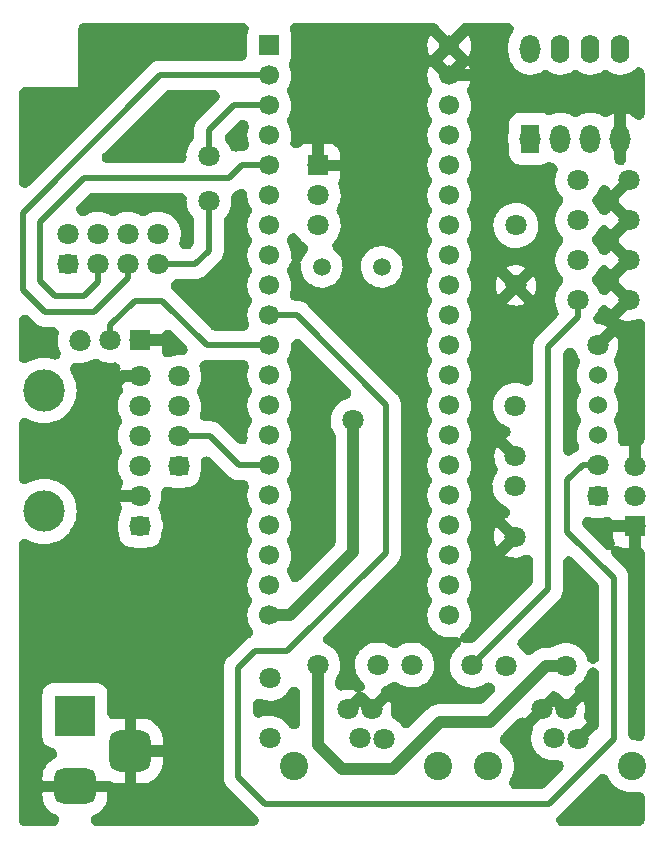
<source format=gbr>
G04 #@! TF.GenerationSoftware,KiCad,Pcbnew,(6.0.4)*
G04 #@! TF.CreationDate,2023-09-26T10:18:55+07:00*
G04 #@! TF.ProjectId,09-Prototype-Final,30392d50-726f-4746-9f74-7970652d4669,rev?*
G04 #@! TF.SameCoordinates,Original*
G04 #@! TF.FileFunction,Copper,L1,Top*
G04 #@! TF.FilePolarity,Positive*
%FSLAX46Y46*%
G04 Gerber Fmt 4.6, Leading zero omitted, Abs format (unit mm)*
G04 Created by KiCad (PCBNEW (6.0.4)) date 2023-09-26 10:18:55*
%MOMM*%
%LPD*%
G01*
G04 APERTURE LIST*
G04 Aperture macros list*
%AMRoundRect*
0 Rectangle with rounded corners*
0 $1 Rounding radius*
0 $2 $3 $4 $5 $6 $7 $8 $9 X,Y pos of 4 corners*
0 Add a 4 corners polygon primitive as box body*
4,1,4,$2,$3,$4,$5,$6,$7,$8,$9,$2,$3,0*
0 Add four circle primitives for the rounded corners*
1,1,$1+$1,$2,$3*
1,1,$1+$1,$4,$5*
1,1,$1+$1,$6,$7*
1,1,$1+$1,$8,$9*
0 Add four rect primitives between the rounded corners*
20,1,$1+$1,$2,$3,$4,$5,0*
20,1,$1+$1,$4,$5,$6,$7,0*
20,1,$1+$1,$6,$7,$8,$9,0*
20,1,$1+$1,$8,$9,$2,$3,0*%
G04 Aperture macros list end*
G04 #@! TA.AperFunction,ComponentPad*
%ADD10C,1.300000*%
G04 #@! TD*
G04 #@! TA.AperFunction,ComponentPad*
%ADD11C,1.400000*%
G04 #@! TD*
G04 #@! TA.AperFunction,ComponentPad*
%ADD12O,1.400000X1.400000*%
G04 #@! TD*
G04 #@! TA.AperFunction,ComponentPad*
%ADD13C,1.524000*%
G04 #@! TD*
G04 #@! TA.AperFunction,ComponentPad*
%ADD14R,3.500000X3.500000*%
G04 #@! TD*
G04 #@! TA.AperFunction,ComponentPad*
%ADD15RoundRect,0.750000X1.000000X-0.750000X1.000000X0.750000X-1.000000X0.750000X-1.000000X-0.750000X0*%
G04 #@! TD*
G04 #@! TA.AperFunction,ComponentPad*
%ADD16RoundRect,0.875000X0.875000X-0.875000X0.875000X0.875000X-0.875000X0.875000X-0.875000X-0.875000X0*%
G04 #@! TD*
G04 #@! TA.AperFunction,ComponentPad*
%ADD17R,1.700000X1.700000*%
G04 #@! TD*
G04 #@! TA.AperFunction,ComponentPad*
%ADD18O,1.700000X1.700000*%
G04 #@! TD*
G04 #@! TA.AperFunction,ComponentPad*
%ADD19R,1.524000X1.524000*%
G04 #@! TD*
G04 #@! TA.AperFunction,ComponentPad*
%ADD20R,1.600000X2.400000*%
G04 #@! TD*
G04 #@! TA.AperFunction,ComponentPad*
%ADD21O,1.600000X2.400000*%
G04 #@! TD*
G04 #@! TA.AperFunction,WasherPad*
%ADD22C,3.500000*%
G04 #@! TD*
G04 #@! TA.AperFunction,ComponentPad*
%ADD23C,1.700000*%
G04 #@! TD*
G04 #@! TA.AperFunction,ViaPad*
%ADD24C,2.400000*%
G04 #@! TD*
G04 #@! TA.AperFunction,ViaPad*
%ADD25C,3.500000*%
G04 #@! TD*
G04 #@! TA.AperFunction,ViaPad*
%ADD26C,1.800000*%
G04 #@! TD*
G04 #@! TA.AperFunction,ViaPad*
%ADD27C,1.500000*%
G04 #@! TD*
G04 #@! TA.AperFunction,Conductor*
%ADD28C,1.000000*%
G04 #@! TD*
G04 #@! TA.AperFunction,Conductor*
%ADD29C,0.500000*%
G04 #@! TD*
G04 APERTURE END LIST*
D10*
G04 #@! TO.P,J5,1*
G04 #@! TO.N,GND*
X195285000Y-99120000D03*
G04 #@! TO.P,J5,2*
X197320000Y-99120000D03*
G04 #@! TO.P,J5,3*
G04 #@! TO.N,Rain_Gauge*
X196300000Y-101560000D03*
G04 #@! TO.P,J5,4*
G04 #@! TO.N,GND*
X198335000Y-101660000D03*
G04 #@! TD*
D11*
G04 #@! TO.P,R4,1*
G04 #@! TO.N,GND*
X193090800Y-63246000D03*
D12*
G04 #@! TO.P,R4,2*
G04 #@! TO.N,Wind_Vane*
X193090800Y-58166000D03*
G04 #@! TD*
D13*
G04 #@! TO.P,C2,1*
G04 #@! TO.N,/Passive LPF*
X198357600Y-54330600D03*
G04 #@! TO.P,C2,2*
G04 #@! TO.N,GND*
X202657600Y-54330600D03*
G04 #@! TD*
D14*
G04 #@! TO.P,J1,1*
G04 #@! TO.N,+3V3*
X155760500Y-99664000D03*
D15*
G04 #@! TO.P,J1,2*
G04 #@! TO.N,GND*
X155760500Y-105664000D03*
D16*
G04 #@! TO.P,J1,3*
X160460500Y-102664000D03*
G04 #@! TD*
D13*
G04 #@! TO.P,C5,1*
G04 #@! TO.N,/Passive LPF*
X198332200Y-64465200D03*
G04 #@! TO.P,C5,2*
G04 #@! TO.N,GND*
X202632200Y-64465200D03*
G04 #@! TD*
D11*
G04 #@! TO.P,R1,1*
G04 #@! TO.N,+3V3*
X176301400Y-95377000D03*
D12*
G04 #@! TO.P,R1,2*
G04 #@! TO.N,WindVane_raw*
X181381400Y-95377000D03*
G04 #@! TD*
D17*
G04 #@! TO.P,J2,1,Pin_1*
G04 #@! TO.N,GND*
X203149600Y-83601800D03*
D18*
G04 #@! TO.P,J2,2,Pin_2*
G04 #@! TO.N,/32768Hz out*
X203149600Y-81061800D03*
G04 #@! TO.P,J2,3,Pin_3*
G04 #@! TO.N,GND*
X203149600Y-78521800D03*
G04 #@! TD*
D11*
G04 #@! TO.P,R3,1*
G04 #@! TO.N,WindVane_raw*
X184302400Y-95402400D03*
D12*
G04 #@! TO.P,R3,2*
G04 #@! TO.N,/Passive LPF*
X189382400Y-95402400D03*
G04 #@! TD*
D13*
G04 #@! TO.P,C4,1*
G04 #@! TO.N,/Passive LPF*
X198332200Y-61087000D03*
G04 #@! TO.P,C4,2*
G04 #@! TO.N,GND*
X202632200Y-61087000D03*
G04 #@! TD*
D11*
G04 #@! TO.P,R2,1*
G04 #@! TO.N,+3V3*
X172237400Y-96494600D03*
D12*
G04 #@! TO.P,R2,2*
G04 #@! TO.N,Anemometer*
X172237400Y-101574600D03*
G04 #@! TD*
D19*
G04 #@! TO.P,U3,1,GND*
G04 #@! TO.N,GND*
X155194000Y-61438000D03*
D13*
G04 #@! TO.P,U3,2,VCC*
G04 #@! TO.N,+3V3*
X155194000Y-58898000D03*
G04 #@! TO.P,U3,3,RST*
G04 #@! TO.N,LoRa_Reset*
X157734000Y-61438000D03*
G04 #@! TO.P,U3,4,NCSS*
G04 #@! TO.N,LoRa_NCSS*
X157734000Y-58898000D03*
G04 #@! TO.P,U3,5,SCLK*
G04 #@! TO.N,LoRa_SCLK*
X160274000Y-61438000D03*
G04 #@! TO.P,U3,6,MOSI*
G04 #@! TO.N,LoRa_MOSI*
X160274000Y-58898000D03*
G04 #@! TO.P,U3,7,MISO*
G04 #@! TO.N,LoRa_MISO*
X162814000Y-61438000D03*
G04 #@! TO.P,U3,8,DIO0*
G04 #@! TO.N,LoRa_DIO0*
X162814000Y-58898000D03*
G04 #@! TD*
D11*
G04 #@! TO.P,R5,1*
G04 #@! TO.N,+3V3*
X197307200Y-95427800D03*
D12*
G04 #@! TO.P,R5,2*
G04 #@! TO.N,Rain_Gauge*
X192227200Y-95427800D03*
G04 #@! TD*
D20*
G04 #@! TO.P,U4,1*
G04 #@! TO.N,Wind_Vane*
X194320000Y-50815000D03*
D21*
G04 #@! TO.P,U4,2,-*
X196860000Y-50815000D03*
G04 #@! TO.P,U4,3,+*
G04 #@! TO.N,/Passive LPF*
X199400000Y-50815000D03*
G04 #@! TO.P,U4,4,V-*
G04 #@! TO.N,GND*
X201940000Y-50815000D03*
G04 #@! TO.P,U4,5,+*
G04 #@! TO.N,unconnected-(U4-Pad5)*
X201940000Y-43195000D03*
G04 #@! TO.P,U4,6,-*
G04 #@! TO.N,unconnected-(U4-Pad6)*
X199400000Y-43195000D03*
G04 #@! TO.P,U4,7*
G04 #@! TO.N,unconnected-(U4-Pad7)*
X196860000Y-43195000D03*
G04 #@! TO.P,U4,8,V+*
G04 #@! TO.N,+3V3*
X194320000Y-43195000D03*
G04 #@! TD*
D13*
G04 #@! TO.P,C6,1*
G04 #@! TO.N,GND*
X193014600Y-84522200D03*
G04 #@! TO.P,C6,2*
G04 #@! TO.N,Rain_Gauge*
X193014600Y-80222200D03*
G04 #@! TD*
D10*
G04 #@! TO.P,J4,1*
G04 #@! TO.N,GND*
X178865000Y-99120000D03*
G04 #@! TO.P,J4,2*
X180900000Y-99120000D03*
G04 #@! TO.P,J4,3*
G04 #@! TO.N,Anemometer*
X179880000Y-101560000D03*
G04 #@! TO.P,J4,4*
G04 #@! TO.N,WindVane_raw*
X181915000Y-101660000D03*
G04 #@! TD*
D13*
G04 #@! TO.P,C3,1*
G04 #@! TO.N,/Passive LPF*
X198332200Y-57708800D03*
G04 #@! TO.P,C3,2*
G04 #@! TO.N,GND*
X202632200Y-57708800D03*
G04 #@! TD*
D22*
G04 #@! TO.P,U5,*
G04 #@! TO.N,*
X153140000Y-72146800D03*
X153140000Y-82386800D03*
D19*
G04 #@! TO.P,U5,1,VCC*
G04 #@! TO.N,+3V3*
X161290000Y-83616800D03*
D13*
X161290000Y-73456800D03*
G04 #@! TO.P,U5,2,GND*
G04 #@! TO.N,GND*
X161290000Y-81076800D03*
G04 #@! TO.P,U5,3,SCL*
G04 #@! TO.N,I2C_CLK*
X161290000Y-78536800D03*
G04 #@! TO.P,U5,4,SDA*
G04 #@! TO.N,I2C_SDA*
X161290000Y-75996800D03*
G04 #@! TO.P,U5,5,ADDR*
G04 #@! TO.N,GND*
X161290000Y-70916800D03*
G04 #@! TD*
G04 #@! TO.P,C1,1*
G04 #@! TO.N,GND*
X193040000Y-77715000D03*
G04 #@! TO.P,C1,2*
G04 #@! TO.N,Anemometer*
X193040000Y-73415000D03*
G04 #@! TD*
D17*
G04 #@! TO.P,U1,1,PB12*
G04 #@! TO.N,LoRa_NCSS*
X172212000Y-42926000D03*
D23*
G04 #@! TO.P,U1,2,PB13*
G04 #@! TO.N,LoRa_SCLK*
X172212000Y-45466000D03*
G04 #@! TO.P,U1,3,PB14*
G04 #@! TO.N,LoRa_MISO*
X172212000Y-48006000D03*
G04 #@! TO.P,U1,4,PB15*
G04 #@! TO.N,LoRa_MOSI*
X172212000Y-50546000D03*
G04 #@! TO.P,U1,5,PA8*
G04 #@! TO.N,LoRa_Reset*
X172212000Y-53086000D03*
G04 #@! TO.P,U1,6,PA9*
G04 #@! TO.N,UART_TX*
X172212000Y-55626000D03*
G04 #@! TO.P,U1,7,PA10*
G04 #@! TO.N,UART_RX*
X172212000Y-58166000D03*
G04 #@! TO.P,U1,8,PA11*
G04 #@! TO.N,LoRa_DIO0*
X172212000Y-60706000D03*
G04 #@! TO.P,U1,9,PA12*
G04 #@! TO.N,unconnected-(U1-Pad9)*
X172212000Y-63246000D03*
G04 #@! TO.P,U1,10,PA15*
G04 #@! TO.N,RTC_ALARM*
X172212000Y-65786000D03*
G04 #@! TO.P,U1,11,PB3*
G04 #@! TO.N,DS18B20*
X172212000Y-68326000D03*
G04 #@! TO.P,U1,12,PB4*
G04 #@! TO.N,unconnected-(U1-Pad12)*
X172212000Y-70866000D03*
G04 #@! TO.P,U1,13,PB5*
G04 #@! TO.N,unconnected-(U1-Pad13)*
X172212000Y-73406000D03*
G04 #@! TO.P,U1,14,PB6*
G04 #@! TO.N,I2C_CLK*
X172212000Y-75946000D03*
G04 #@! TO.P,U1,15,PB7*
G04 #@! TO.N,I2C_SDA*
X172212000Y-78486000D03*
G04 #@! TO.P,U1,16,PB8*
G04 #@! TO.N,unconnected-(U1-Pad16)*
X172212000Y-81026000D03*
G04 #@! TO.P,U1,17,PB9*
G04 #@! TO.N,unconnected-(U1-Pad17)*
X172212000Y-83566000D03*
G04 #@! TO.P,U1,18,5V*
G04 #@! TO.N,unconnected-(U1-Pad18)*
X172212000Y-86106000D03*
G04 #@! TO.P,U1,19,GND*
G04 #@! TO.N,GND*
X172212000Y-88646000D03*
G04 #@! TO.P,U1,20,3V3*
G04 #@! TO.N,+3V3*
X172212000Y-91186000D03*
G04 #@! TO.P,U1,21,VBat*
G04 #@! TO.N,unconnected-(U1-Pad21)*
X187452000Y-91186000D03*
G04 #@! TO.P,U1,22,PC13*
G04 #@! TO.N,unconnected-(U1-Pad22)*
X187452000Y-88646000D03*
G04 #@! TO.P,U1,23,PC14*
G04 #@! TO.N,unconnected-(U1-Pad23)*
X187452000Y-86106000D03*
G04 #@! TO.P,U1,24,PC15*
G04 #@! TO.N,unconnected-(U1-Pad24)*
X187452000Y-83566000D03*
G04 #@! TO.P,U1,25,PA0*
G04 #@! TO.N,unconnected-(U1-Pad25)*
X187452000Y-81026000D03*
G04 #@! TO.P,U1,26,PA1*
G04 #@! TO.N,Rain_Gauge*
X187452000Y-78486000D03*
G04 #@! TO.P,U1,27,PA2*
G04 #@! TO.N,unconnected-(U1-Pad27)*
X187452000Y-75946000D03*
G04 #@! TO.P,U1,28,PA3*
G04 #@! TO.N,Anemometer*
X187452000Y-73406000D03*
G04 #@! TO.P,U1,29,PA4*
G04 #@! TO.N,unconnected-(U1-Pad29)*
X187452000Y-70866000D03*
G04 #@! TO.P,U1,30,PA5*
G04 #@! TO.N,unconnected-(U1-Pad30)*
X187452000Y-68326000D03*
G04 #@! TO.P,U1,31,PA6*
G04 #@! TO.N,unconnected-(U1-Pad31)*
X187452000Y-65786000D03*
G04 #@! TO.P,U1,32,PA7*
G04 #@! TO.N,unconnected-(U1-Pad32)*
X187452000Y-63246000D03*
G04 #@! TO.P,U1,33,PB0*
G04 #@! TO.N,unconnected-(U1-Pad33)*
X187452000Y-60706000D03*
G04 #@! TO.P,U1,34,PB1*
G04 #@! TO.N,Wind_Vane*
X187452000Y-58166000D03*
G04 #@! TO.P,U1,35,PB10*
G04 #@! TO.N,unconnected-(U1-Pad35)*
X187452000Y-55626000D03*
G04 #@! TO.P,U1,36,PB11*
G04 #@! TO.N,unconnected-(U1-Pad36)*
X187452000Y-53086000D03*
G04 #@! TO.P,U1,37,RST*
G04 #@! TO.N,unconnected-(U1-Pad37)*
X187452000Y-50546000D03*
G04 #@! TO.P,U1,38,3V3*
G04 #@! TO.N,+3V3*
X187452000Y-48006000D03*
G04 #@! TO.P,U1,39,GND*
G04 #@! TO.N,GND*
X187452000Y-45466000D03*
G04 #@! TO.P,U1,40,GND*
X187452000Y-42926000D03*
G04 #@! TD*
D19*
G04 #@! TO.P,U2,1,SCL*
G04 #@! TO.N,I2C_CLK*
X164541200Y-78536800D03*
D13*
G04 #@! TO.P,U2,2,SDA*
G04 #@! TO.N,I2C_SDA*
X164541200Y-75996800D03*
G04 #@! TO.P,U2,3,VCC*
G04 #@! TO.N,+3V3*
X164541200Y-73456800D03*
G04 #@! TO.P,U2,4,GND*
G04 #@! TO.N,GND*
X164541200Y-70916800D03*
D19*
G04 #@! TO.P,U2,5,32K*
G04 #@! TO.N,/32768Hz out*
X200001200Y-81076800D03*
D13*
G04 #@! TO.P,U2,6,SQW*
G04 #@! TO.N,RTC_ALARM*
X200001200Y-78456800D03*
G04 #@! TO.P,U2,7,SCL*
G04 #@! TO.N,unconnected-(U2-Pad7)*
X200001200Y-73376800D03*
G04 #@! TO.P,U2,8,SDA*
G04 #@! TO.N,unconnected-(U2-Pad8)*
X200001200Y-75916800D03*
G04 #@! TO.P,U2,9,VCC*
G04 #@! TO.N,unconnected-(U2-Pad9)*
X200001200Y-70836800D03*
G04 #@! TO.P,U2,10,GND*
G04 #@! TO.N,GND*
X200001200Y-68296800D03*
G04 #@! TD*
D11*
G04 #@! TO.P,R6,1*
G04 #@! TO.N,+3V3*
X181737000Y-61671200D03*
D12*
G04 #@! TO.P,R6,2*
G04 #@! TO.N,DS18B20*
X176657000Y-61671200D03*
G04 #@! TD*
D17*
G04 #@! TO.P,J3,1,Pin_1*
G04 #@! TO.N,GND*
X176352200Y-53086000D03*
D18*
G04 #@! TO.P,J3,2,Pin_2*
G04 #@! TO.N,UART_TX*
X176352200Y-55626000D03*
G04 #@! TO.P,J3,3,Pin_3*
G04 #@! TO.N,UART_RX*
X176352200Y-58166000D03*
G04 #@! TD*
D17*
G04 #@! TO.P,J6,1,Pin_1*
G04 #@! TO.N,GND*
X161275000Y-67894600D03*
D18*
G04 #@! TO.P,J6,2,Pin_2*
G04 #@! TO.N,DS18B20*
X158735000Y-67894600D03*
G04 #@! TO.P,J6,3,Pin_3*
G04 #@! TO.N,+3V3*
X156195000Y-67894600D03*
G04 #@! TD*
D24*
G04 #@! TO.N,*
X202910000Y-103960000D03*
X190710000Y-103960000D03*
X186490000Y-103960000D03*
X174290000Y-103960000D03*
D25*
X153140000Y-72140000D03*
X153150000Y-82370000D03*
D26*
G04 #@! TO.N,GND*
X203149600Y-83601800D03*
X200001200Y-68296800D03*
X178860000Y-99120000D03*
X161290000Y-70916800D03*
X161290000Y-81076800D03*
X198335000Y-101660000D03*
X201940000Y-50815000D03*
X193040000Y-77715000D03*
X193090800Y-63246000D03*
X202632200Y-57708800D03*
X164541200Y-70916800D03*
X180900000Y-99120000D03*
X197320000Y-99120000D03*
X193014600Y-84522200D03*
X202632200Y-61087000D03*
X155194000Y-61438000D03*
X161290000Y-67909600D03*
X202634100Y-54354100D03*
X203149600Y-78521800D03*
X195285000Y-99120000D03*
X202632200Y-64465200D03*
X176352200Y-53086000D03*
G04 #@! TO.N,Anemometer*
X179880000Y-101560000D03*
X172237400Y-101574600D03*
X193040000Y-73415000D03*
G04 #@! TO.N,/Passive LPF*
X198332200Y-54356000D03*
X199400000Y-50815000D03*
X198332200Y-57708800D03*
X198332200Y-64465200D03*
X198332200Y-61087000D03*
X189382400Y-95402400D03*
G04 #@! TO.N,+3V3*
X179324000Y-74676000D03*
X155194000Y-58898000D03*
X161290000Y-83616800D03*
X197307200Y-95427800D03*
X194320000Y-43195000D03*
X161290000Y-73456800D03*
D27*
X181737000Y-61671200D03*
D26*
X172237400Y-96494600D03*
X176301400Y-95377000D03*
X164541200Y-73456800D03*
X156195000Y-67915000D03*
G04 #@! TO.N,/32768Hz out*
X200001200Y-81076800D03*
X203149600Y-81061800D03*
G04 #@! TO.N,UART_TX*
X176352200Y-55626000D03*
G04 #@! TO.N,UART_RX*
X176352200Y-58166000D03*
G04 #@! TO.N,WindVane_raw*
X181381400Y-95377000D03*
X181915000Y-101660000D03*
X184273000Y-95377000D03*
D27*
G04 #@! TO.N,DS18B20*
X176657000Y-61671200D03*
D26*
X158735000Y-67894600D03*
G04 #@! TO.N,Wind_Vane*
X194320000Y-50815000D03*
X196860000Y-50815000D03*
X193090800Y-58166000D03*
G04 #@! TO.N,LoRa_NCSS*
X157734000Y-58898000D03*
G04 #@! TO.N,LoRa_SCLK*
X160274000Y-61438000D03*
G04 #@! TO.N,LoRa_MISO*
X162814000Y-61438000D03*
X167106600Y-56108600D03*
X167106600Y-52298600D03*
G04 #@! TO.N,LoRa_MOSI*
X160274000Y-58898000D03*
G04 #@! TO.N,LoRa_Reset*
X157734000Y-61438000D03*
G04 #@! TO.N,LoRa_DIO0*
X162814000Y-58898000D03*
G04 #@! TO.N,RTC_ALARM*
X200001200Y-78456800D03*
G04 #@! TO.N,I2C_CLK*
X164541200Y-78536800D03*
X161290000Y-78536800D03*
G04 #@! TO.N,Rain_Gauge*
X193014600Y-80222200D03*
X192227200Y-95427800D03*
X196300000Y-101560000D03*
G04 #@! TO.N,I2C_SDA*
X161290000Y-75996800D03*
X164541200Y-75996800D03*
G04 #@! TD*
D28*
G04 #@! TO.N,GND*
X201940000Y-48524000D02*
X201940000Y-50815000D01*
X156133800Y-74574400D02*
X159791400Y-70916800D01*
X156133800Y-78460600D02*
X156133800Y-74574400D01*
X158750000Y-81076800D02*
X156133800Y-78460600D01*
X200685400Y-47269400D02*
X201940000Y-48524000D01*
X161290000Y-81076800D02*
X158750000Y-81076800D01*
X192024000Y-45466000D02*
X193827400Y-47269400D01*
X193827400Y-47269400D02*
X200685400Y-47269400D01*
X159791400Y-70916800D02*
X161290000Y-70916800D01*
X187452000Y-45466000D02*
X192024000Y-45466000D01*
D29*
G04 #@! TO.N,/Passive LPF*
X195808600Y-68453000D02*
X198332200Y-65929400D01*
X189382400Y-95402400D02*
X195808600Y-88976200D01*
X195808600Y-88976200D02*
X195808600Y-68453000D01*
X198332200Y-65929400D02*
X198332200Y-64465200D01*
D28*
G04 #@! TO.N,+3V3*
X186664600Y-100203000D02*
X182651400Y-104216200D01*
X179324000Y-85801200D02*
X179324000Y-74676000D01*
X197307200Y-95427800D02*
X195656200Y-95427800D01*
X173939200Y-91186000D02*
X175056800Y-90068400D01*
X190881000Y-100203000D02*
X186664600Y-100203000D01*
X176301400Y-102133400D02*
X176301400Y-95377000D01*
X172212000Y-91186000D02*
X173939200Y-91186000D01*
X195656200Y-95427800D02*
X190881000Y-100203000D01*
X182651400Y-104216200D02*
X178384200Y-104216200D01*
X175056800Y-90068400D02*
X179324000Y-85801200D01*
X178384200Y-104216200D02*
X176301400Y-102133400D01*
D29*
G04 #@! TO.N,DS18B20*
X166928800Y-68326000D02*
X172212000Y-68326000D01*
X160832800Y-64541400D02*
X163144200Y-64541400D01*
X158735000Y-66639200D02*
X160832800Y-64541400D01*
X158735000Y-67894600D02*
X158735000Y-66639200D01*
X163144200Y-64541400D02*
X166928800Y-68326000D01*
G04 #@! TO.N,LoRa_SCLK*
X160274000Y-61438000D02*
X160274000Y-62611000D01*
X157378400Y-65506600D02*
X153263600Y-65506600D01*
X162991800Y-45466000D02*
X172212000Y-45466000D01*
X151358600Y-57099200D02*
X162991800Y-45466000D01*
X160274000Y-62611000D02*
X157378400Y-65506600D01*
X153263600Y-65506600D02*
X151358600Y-63601600D01*
X151358600Y-63601600D02*
X151358600Y-57099200D01*
G04 #@! TO.N,LoRa_MISO*
X167081200Y-60299600D02*
X167106600Y-60274200D01*
X165942800Y-61438000D02*
X167081200Y-60299600D01*
X162814000Y-61438000D02*
X165942800Y-61438000D01*
X169189400Y-48006000D02*
X172212000Y-48006000D01*
X167106600Y-52298600D02*
X167106600Y-50088800D01*
X167106600Y-60274200D02*
X167106600Y-56108600D01*
X167106600Y-50088800D02*
X169189400Y-48006000D01*
G04 #@! TO.N,LoRa_Reset*
X152781000Y-57861200D02*
X156489400Y-54152800D01*
X157734000Y-61438000D02*
X157734000Y-62915800D01*
X154101800Y-64160400D02*
X152781000Y-62839600D01*
X169875200Y-53086000D02*
X172212000Y-53086000D01*
X156489400Y-54152800D02*
X168808400Y-54152800D01*
X168808400Y-54152800D02*
X169875200Y-53086000D01*
X156489400Y-64160400D02*
X154101800Y-64160400D01*
X157734000Y-62915800D02*
X156489400Y-64160400D01*
X152781000Y-62839600D02*
X152781000Y-57861200D01*
G04 #@! TO.N,RTC_ALARM*
X201371200Y-101676200D02*
X201371200Y-88011000D01*
X197459600Y-79730600D02*
X198733400Y-78456800D01*
X182092600Y-85877400D02*
X173742511Y-94227489D01*
X197459600Y-84099400D02*
X197459600Y-79730600D01*
X198733400Y-78456800D02*
X200001200Y-78456800D01*
X169595800Y-95656400D02*
X169595800Y-104825800D01*
X182092600Y-73329800D02*
X182092600Y-85877400D01*
X174548800Y-65786000D02*
X182092600Y-73329800D01*
X171881800Y-107111800D02*
X195935600Y-107111800D01*
X201371200Y-88011000D02*
X197459600Y-84099400D01*
X173742511Y-94227489D02*
X171024711Y-94227489D01*
X169595800Y-104825800D02*
X171881800Y-107111800D01*
X195935600Y-107111800D02*
X201371200Y-101676200D01*
X171024711Y-94227489D02*
X169595800Y-95656400D01*
X172212000Y-65786000D02*
X174548800Y-65786000D01*
G04 #@! TO.N,I2C_SDA*
X164541200Y-75996800D02*
X167182800Y-75996800D01*
X167182800Y-75996800D02*
X169672000Y-78486000D01*
X169672000Y-78486000D02*
X172212000Y-78486000D01*
G04 #@! TD*
G04 #@! TA.AperFunction,Conductor*
G04 #@! TO.N,GND*
G36*
X157613918Y-69459872D02*
G01*
X157739273Y-69513588D01*
X157869987Y-69592284D01*
X157929322Y-69617409D01*
X158101566Y-69690345D01*
X158101572Y-69690347D01*
X158117822Y-69697228D01*
X158377972Y-69766206D01*
X158395492Y-69768280D01*
X158395494Y-69768280D01*
X158550330Y-69786606D01*
X158645245Y-69797840D01*
X158874151Y-69792445D01*
X158896659Y-69791915D01*
X158914310Y-69791499D01*
X158931720Y-69788601D01*
X158931722Y-69788601D01*
X158974101Y-69781547D01*
X159041361Y-69770352D01*
X159183355Y-69767208D01*
X159320484Y-69804197D01*
X159441638Y-69878321D01*
X159537001Y-69983575D01*
X159598847Y-70111433D01*
X159622167Y-70251536D01*
X159606935Y-70385411D01*
X159554462Y-70592026D01*
X159548047Y-70628402D01*
X159525519Y-70852122D01*
X159524553Y-70889045D01*
X159535341Y-71113637D01*
X159539843Y-71150298D01*
X159583712Y-71370843D01*
X159593576Y-71406413D01*
X159669560Y-71618048D01*
X159684584Y-71651792D01*
X159776253Y-71822396D01*
X159824988Y-71955802D01*
X159834165Y-72097536D01*
X159803039Y-72236113D01*
X159734486Y-72357060D01*
X159734959Y-72357382D01*
X159731009Y-72363194D01*
X159728568Y-72367501D01*
X159725046Y-72371969D01*
X159725042Y-72371975D01*
X159714118Y-72385832D01*
X159689944Y-72427450D01*
X159587798Y-72603307D01*
X159587795Y-72603314D01*
X159578939Y-72618560D01*
X159572319Y-72634904D01*
X159572317Y-72634908D01*
X159484525Y-72851656D01*
X159477900Y-72868013D01*
X159413017Y-73129214D01*
X159385585Y-73396951D01*
X159386278Y-73414587D01*
X159394510Y-73624083D01*
X159396152Y-73665883D01*
X159444505Y-73930643D01*
X159450090Y-73947383D01*
X159450091Y-73947387D01*
X159471631Y-74011950D01*
X159529682Y-74185948D01*
X159537565Y-74201724D01*
X159537566Y-74201727D01*
X159641091Y-74408914D01*
X159649981Y-74426705D01*
X159660009Y-74441214D01*
X159660010Y-74441216D01*
X159662311Y-74444545D01*
X159664079Y-74448095D01*
X159668993Y-74456405D01*
X159668393Y-74456760D01*
X159725613Y-74571688D01*
X159750530Y-74711516D01*
X159735044Y-74852699D01*
X159683303Y-74978884D01*
X159587798Y-75143307D01*
X159587795Y-75143314D01*
X159578939Y-75158560D01*
X159572319Y-75174904D01*
X159572317Y-75174908D01*
X159484525Y-75391656D01*
X159477900Y-75408013D01*
X159413017Y-75669214D01*
X159385585Y-75936951D01*
X159396152Y-76205883D01*
X159444505Y-76470643D01*
X159450090Y-76487383D01*
X159450091Y-76487387D01*
X159510856Y-76669520D01*
X159529682Y-76725948D01*
X159537565Y-76741724D01*
X159537566Y-76741727D01*
X159641091Y-76948914D01*
X159649981Y-76966705D01*
X159660009Y-76981214D01*
X159660010Y-76981216D01*
X159662311Y-76984545D01*
X159664079Y-76988095D01*
X159668993Y-76996405D01*
X159668393Y-76996760D01*
X159725613Y-77111688D01*
X159750530Y-77251516D01*
X159735044Y-77392699D01*
X159683303Y-77518884D01*
X159587798Y-77683307D01*
X159587795Y-77683314D01*
X159578939Y-77698560D01*
X159572319Y-77714904D01*
X159572317Y-77714908D01*
X159484525Y-77931656D01*
X159477900Y-77948013D01*
X159413017Y-78209214D01*
X159385585Y-78476951D01*
X159396152Y-78745883D01*
X159399322Y-78763240D01*
X159399322Y-78763241D01*
X159425339Y-78905696D01*
X159444505Y-79010643D01*
X159450090Y-79027383D01*
X159450091Y-79027387D01*
X159496500Y-79166491D01*
X159529682Y-79265948D01*
X159537565Y-79281724D01*
X159537566Y-79281727D01*
X159635082Y-79476887D01*
X159649981Y-79506705D01*
X159660007Y-79521212D01*
X159660008Y-79521213D01*
X159749183Y-79650238D01*
X159812486Y-79777381D01*
X159837404Y-79917208D01*
X159821919Y-80058391D01*
X159765287Y-80192817D01*
X159725248Y-80258799D01*
X159708483Y-80291704D01*
X159621530Y-80499061D01*
X159609809Y-80534093D01*
X159554462Y-80752022D01*
X159548047Y-80788402D01*
X159525519Y-81012122D01*
X159524553Y-81049045D01*
X159535341Y-81273637D01*
X159539843Y-81310298D01*
X159583712Y-81530843D01*
X159593576Y-81566413D01*
X159669560Y-81778048D01*
X159684587Y-81811799D01*
X159691645Y-81824934D01*
X159740381Y-81958341D01*
X159749557Y-82100074D01*
X159718431Y-82238652D01*
X159686824Y-82300366D01*
X159688427Y-82301204D01*
X159626548Y-82419568D01*
X159594259Y-82481330D01*
X159538234Y-82676713D01*
X159527500Y-82796984D01*
X159527500Y-82808335D01*
X159527485Y-82808440D01*
X159527006Y-82819190D01*
X159525946Y-82819143D01*
X159507287Y-82948920D01*
X159491002Y-82995665D01*
X159477900Y-83028013D01*
X159413017Y-83289214D01*
X159385585Y-83556951D01*
X159396152Y-83825883D01*
X159444505Y-84090643D01*
X159450090Y-84107383D01*
X159450091Y-84107387D01*
X159501851Y-84262529D01*
X159527169Y-84402284D01*
X159527500Y-84420452D01*
X159527500Y-84436616D01*
X159538234Y-84556887D01*
X159594259Y-84752270D01*
X159688427Y-84932396D01*
X159816891Y-85089909D01*
X159974404Y-85218373D01*
X159996813Y-85230088D01*
X160111056Y-85289813D01*
X160154530Y-85312541D01*
X160349913Y-85368566D01*
X160470184Y-85379300D01*
X160481303Y-85379300D01*
X160492390Y-85379794D01*
X160492312Y-85381536D01*
X160617346Y-85399513D01*
X160639661Y-85407484D01*
X160639884Y-85406833D01*
X160656564Y-85412544D01*
X160672822Y-85419428D01*
X160932972Y-85488406D01*
X160950492Y-85490480D01*
X160950494Y-85490480D01*
X161056343Y-85503008D01*
X161200245Y-85520040D01*
X161429151Y-85514645D01*
X161451659Y-85514115D01*
X161469310Y-85513699D01*
X161734796Y-85469510D01*
X161946599Y-85402525D01*
X162087653Y-85380752D01*
X162087610Y-85379794D01*
X162096398Y-85379403D01*
X162097062Y-85379300D01*
X162109816Y-85379300D01*
X162230087Y-85368566D01*
X162425470Y-85312541D01*
X162468945Y-85289813D01*
X162583187Y-85230088D01*
X162605596Y-85218373D01*
X162763109Y-85089909D01*
X162891573Y-84932396D01*
X162985741Y-84752270D01*
X163041766Y-84556887D01*
X163052500Y-84436616D01*
X163052500Y-84425497D01*
X163052994Y-84414410D01*
X163054665Y-84414484D01*
X163072713Y-84288959D01*
X163077866Y-84273178D01*
X163082712Y-84262216D01*
X163155767Y-84003182D01*
X163158606Y-83982050D01*
X163189900Y-83749060D01*
X163189901Y-83749053D01*
X163191595Y-83736438D01*
X163193246Y-83683903D01*
X163194955Y-83629534D01*
X163194955Y-83629530D01*
X163195355Y-83616800D01*
X163176347Y-83348333D01*
X163119700Y-83085223D01*
X163083341Y-82986668D01*
X163053647Y-82847780D01*
X163052500Y-82813959D01*
X163052500Y-82796984D01*
X163041766Y-82676713D01*
X162985741Y-82481330D01*
X162953453Y-82419568D01*
X162891573Y-82301204D01*
X162894155Y-82299854D01*
X162849965Y-82206010D01*
X162828111Y-82065671D01*
X162846680Y-81924860D01*
X162872107Y-81854892D01*
X162942776Y-81698011D01*
X162955408Y-81663306D01*
X163016442Y-81446894D01*
X163023805Y-81410704D01*
X163052940Y-81181685D01*
X163054847Y-81156765D01*
X163056613Y-81089310D01*
X163056014Y-81064321D01*
X163037753Y-80818589D01*
X163047492Y-80676893D01*
X163096757Y-80543681D01*
X163181557Y-80429744D01*
X163295021Y-80344314D01*
X163427958Y-80294310D01*
X163569598Y-80283785D01*
X163596246Y-80287170D01*
X163601113Y-80288566D01*
X163621683Y-80290402D01*
X163621692Y-80290403D01*
X163656800Y-80293536D01*
X163721384Y-80299300D01*
X163732503Y-80299300D01*
X163743590Y-80299794D01*
X163743512Y-80301536D01*
X163868546Y-80319513D01*
X163890861Y-80327484D01*
X163891084Y-80326833D01*
X163907764Y-80332544D01*
X163924022Y-80339428D01*
X164184172Y-80408406D01*
X164201692Y-80410480D01*
X164201694Y-80410480D01*
X164364455Y-80429744D01*
X164451445Y-80440040D01*
X164680351Y-80434645D01*
X164702859Y-80434115D01*
X164720510Y-80433699D01*
X164985996Y-80389510D01*
X165197799Y-80322525D01*
X165338853Y-80300752D01*
X165338810Y-80299794D01*
X165347598Y-80299403D01*
X165348262Y-80299300D01*
X165361016Y-80299300D01*
X165481287Y-80288566D01*
X165676670Y-80232541D01*
X165720145Y-80209813D01*
X165777196Y-80179987D01*
X165856796Y-80138373D01*
X166014309Y-80009909D01*
X166142773Y-79852396D01*
X166236941Y-79672270D01*
X166292966Y-79476887D01*
X166303700Y-79356616D01*
X166303700Y-79345497D01*
X166304194Y-79334410D01*
X166305865Y-79334484D01*
X166323913Y-79208959D01*
X166329066Y-79193178D01*
X166333912Y-79182216D01*
X166406967Y-78923182D01*
X166412876Y-78879193D01*
X166441100Y-78669060D01*
X166441101Y-78669053D01*
X166442795Y-78656438D01*
X166444094Y-78615112D01*
X166446155Y-78549534D01*
X166446155Y-78549530D01*
X166446555Y-78536800D01*
X166427547Y-78268333D01*
X166428040Y-78268298D01*
X166428227Y-78138484D01*
X166468438Y-78002265D01*
X166545397Y-77882892D01*
X166652870Y-77790037D01*
X166782151Y-77731222D01*
X166922764Y-77711212D01*
X167063319Y-77731627D01*
X167192429Y-77790815D01*
X167274891Y-77857365D01*
X168709851Y-79292325D01*
X168724315Y-79307407D01*
X168734262Y-79318224D01*
X168747790Y-79335854D01*
X168773691Y-79359422D01*
X168801159Y-79384416D01*
X168818172Y-79400646D01*
X168827806Y-79410280D01*
X168836335Y-79417411D01*
X168836339Y-79417415D01*
X168841677Y-79421878D01*
X168857433Y-79435622D01*
X168896456Y-79471130D01*
X168896460Y-79471133D01*
X168912893Y-79486086D01*
X168931720Y-79497897D01*
X168931843Y-79497990D01*
X168934947Y-79500464D01*
X168938258Y-79502651D01*
X168938387Y-79502741D01*
X168955438Y-79516997D01*
X168974740Y-79528007D01*
X168974749Y-79528013D01*
X169020553Y-79554139D01*
X169038489Y-79564873D01*
X169083165Y-79592899D01*
X169083173Y-79592903D01*
X169101990Y-79604707D01*
X169122608Y-79612995D01*
X169122747Y-79613066D01*
X169126246Y-79614954D01*
X169129921Y-79616533D01*
X169130035Y-79616585D01*
X169149337Y-79627595D01*
X169170281Y-79635012D01*
X169170286Y-79635014D01*
X169220012Y-79652623D01*
X169239544Y-79660003D01*
X169309105Y-79687966D01*
X169330858Y-79692471D01*
X169331033Y-79692524D01*
X169334792Y-79693756D01*
X169338669Y-79694655D01*
X169338813Y-79694692D01*
X169359756Y-79702108D01*
X169433721Y-79714220D01*
X169454271Y-79718029D01*
X169502948Y-79728109D01*
X169527690Y-79733233D01*
X169561852Y-79735203D01*
X169561836Y-79735484D01*
X169563511Y-79735475D01*
X169580045Y-79738182D01*
X169602269Y-79737833D01*
X169602270Y-79737833D01*
X169683176Y-79736562D01*
X169691013Y-79736500D01*
X169997172Y-79736500D01*
X170137757Y-79756713D01*
X170266952Y-79815714D01*
X170374291Y-79908724D01*
X170451078Y-80028208D01*
X170491093Y-80164485D01*
X170491093Y-80306515D01*
X170459672Y-80422835D01*
X170447574Y-80452703D01*
X170384399Y-80707032D01*
X170357688Y-80967726D01*
X170358381Y-80985362D01*
X170367075Y-81206616D01*
X170367977Y-81229582D01*
X170371147Y-81246937D01*
X170407665Y-81446894D01*
X170415058Y-81487376D01*
X170420641Y-81504110D01*
X170485332Y-81698011D01*
X170497994Y-81735965D01*
X170505876Y-81751740D01*
X170505878Y-81751744D01*
X170584495Y-81909081D01*
X170615128Y-81970387D01*
X170625158Y-81984899D01*
X170625162Y-81984906D01*
X170643484Y-82011415D01*
X170706787Y-82138558D01*
X170731706Y-82278385D01*
X170716222Y-82419568D01*
X170664479Y-82545759D01*
X170649284Y-82571920D01*
X170545955Y-82749813D01*
X170447574Y-82992703D01*
X170443321Y-83009826D01*
X170443320Y-83009828D01*
X170388654Y-83229902D01*
X170384399Y-83247032D01*
X170357688Y-83507726D01*
X170358381Y-83525362D01*
X170367171Y-83749060D01*
X170367977Y-83769582D01*
X170415058Y-84027376D01*
X170497994Y-84275965D01*
X170505876Y-84291740D01*
X170505878Y-84291744D01*
X170584495Y-84449081D01*
X170615128Y-84510387D01*
X170625158Y-84524899D01*
X170625162Y-84524906D01*
X170643484Y-84551415D01*
X170706787Y-84678558D01*
X170731706Y-84818385D01*
X170716222Y-84959568D01*
X170664479Y-85085759D01*
X170645768Y-85117972D01*
X170545955Y-85289813D01*
X170447574Y-85532703D01*
X170443321Y-85549826D01*
X170443320Y-85549828D01*
X170429453Y-85605654D01*
X170384399Y-85787032D01*
X170357688Y-86047726D01*
X170358381Y-86065362D01*
X170365255Y-86240295D01*
X170367977Y-86309582D01*
X170415058Y-86567376D01*
X170497994Y-86815965D01*
X170505876Y-86831740D01*
X170505878Y-86831744D01*
X170607240Y-87034601D01*
X170615128Y-87050387D01*
X170625163Y-87064906D01*
X170625164Y-87064908D01*
X170643800Y-87091873D01*
X170707103Y-87219016D01*
X170732020Y-87358844D01*
X170716535Y-87500027D01*
X170664793Y-87626213D01*
X170555267Y-87814777D01*
X170539783Y-87846382D01*
X170454672Y-88056511D01*
X170443799Y-88089975D01*
X170389144Y-88310004D01*
X170383094Y-88344668D01*
X170359988Y-88570183D01*
X170358882Y-88605379D01*
X170367782Y-88831896D01*
X170371644Y-88866879D01*
X170412375Y-89089902D01*
X170421128Y-89123988D01*
X170492873Y-89339035D01*
X170506344Y-89371557D01*
X170607668Y-89574339D01*
X170625596Y-89604654D01*
X170643764Y-89630942D01*
X170707066Y-89758085D01*
X170731983Y-89897912D01*
X170716497Y-90039096D01*
X170664756Y-90165281D01*
X170554822Y-90354547D01*
X170545955Y-90369813D01*
X170447574Y-90612703D01*
X170384399Y-90867032D01*
X170357688Y-91127726D01*
X170367977Y-91389582D01*
X170415058Y-91647376D01*
X170497994Y-91895965D01*
X170505876Y-91911740D01*
X170505878Y-91911744D01*
X170607240Y-92114601D01*
X170615128Y-92130387D01*
X170725430Y-92289981D01*
X170753462Y-92330540D01*
X170816765Y-92457683D01*
X170841683Y-92597510D01*
X170826198Y-92738694D01*
X170771564Y-92869796D01*
X170682208Y-92980195D01*
X170557795Y-93064639D01*
X170519419Y-93082944D01*
X170500369Y-93091546D01*
X170431398Y-93120965D01*
X170412823Y-93133167D01*
X170412707Y-93133229D01*
X170409146Y-93135032D01*
X170405769Y-93137138D01*
X170405642Y-93137213D01*
X170385582Y-93146781D01*
X170367536Y-93159748D01*
X170367533Y-93159750D01*
X170324701Y-93190528D01*
X170307497Y-93202352D01*
X170244826Y-93243520D01*
X170231168Y-93255689D01*
X170231163Y-93255693D01*
X170219278Y-93266283D01*
X170219086Y-93266067D01*
X170217883Y-93267285D01*
X170204306Y-93277041D01*
X170137276Y-93346210D01*
X170132493Y-93351146D01*
X170126995Y-93356731D01*
X168789475Y-94694251D01*
X168774393Y-94708715D01*
X168763576Y-94718662D01*
X168745946Y-94732190D01*
X168730989Y-94748628D01*
X168697384Y-94785559D01*
X168681154Y-94802572D01*
X168671520Y-94812206D01*
X168664389Y-94820735D01*
X168664385Y-94820739D01*
X168659922Y-94826077D01*
X168646178Y-94841833D01*
X168610670Y-94880856D01*
X168610667Y-94880860D01*
X168595714Y-94897293D01*
X168583903Y-94916120D01*
X168583810Y-94916243D01*
X168581336Y-94919347D01*
X168579149Y-94922658D01*
X168579059Y-94922787D01*
X168564803Y-94939838D01*
X168553793Y-94959140D01*
X168553787Y-94959149D01*
X168527661Y-95004953D01*
X168516927Y-95022889D01*
X168488901Y-95067565D01*
X168488897Y-95067573D01*
X168477093Y-95086390D01*
X168468805Y-95107008D01*
X168468734Y-95107147D01*
X168466846Y-95110646D01*
X168465267Y-95114321D01*
X168465215Y-95114435D01*
X168454205Y-95133737D01*
X168446788Y-95154681D01*
X168446786Y-95154686D01*
X168429177Y-95204412D01*
X168421797Y-95223944D01*
X168393834Y-95293505D01*
X168389329Y-95315258D01*
X168389276Y-95315433D01*
X168388047Y-95319183D01*
X168387145Y-95323075D01*
X168387114Y-95323197D01*
X168379692Y-95344156D01*
X168376100Y-95366094D01*
X168376099Y-95366096D01*
X168367579Y-95418126D01*
X168363769Y-95438682D01*
X168358207Y-95465543D01*
X168348567Y-95512090D01*
X168346597Y-95546254D01*
X168346315Y-95546238D01*
X168346325Y-95547917D01*
X168343618Y-95564446D01*
X168343967Y-95586672D01*
X168343967Y-95586674D01*
X168345238Y-95667577D01*
X168345300Y-95675414D01*
X168345300Y-104715627D01*
X168344862Y-104736522D01*
X168344247Y-104751194D01*
X168341347Y-104773222D01*
X168344265Y-104835097D01*
X168344746Y-104845292D01*
X168345300Y-104868800D01*
X168345300Y-104882430D01*
X168346912Y-104900495D01*
X168348331Y-104921305D01*
X168351863Y-104996198D01*
X168356824Y-105017859D01*
X168356840Y-105017975D01*
X168357289Y-105021951D01*
X168358085Y-105025843D01*
X168358113Y-105026001D01*
X168360089Y-105048139D01*
X168365954Y-105069577D01*
X168365954Y-105069578D01*
X168379871Y-105120451D01*
X168384961Y-105140717D01*
X168391149Y-105167733D01*
X168401697Y-105213787D01*
X168410417Y-105234230D01*
X168410460Y-105234362D01*
X168411602Y-105238180D01*
X168413086Y-105241900D01*
X168413126Y-105242008D01*
X168418992Y-105263451D01*
X168444682Y-105317309D01*
X168451264Y-105331109D01*
X168459860Y-105350147D01*
X168489276Y-105419113D01*
X168501481Y-105437693D01*
X168501539Y-105437801D01*
X168503342Y-105441363D01*
X168505451Y-105444744D01*
X168505521Y-105444862D01*
X168515092Y-105464929D01*
X168554181Y-105519327D01*
X168558836Y-105525805D01*
X168570673Y-105543028D01*
X168601787Y-105590395D01*
X168601794Y-105590404D01*
X168611831Y-105605684D01*
X168623999Y-105619341D01*
X168634592Y-105631231D01*
X168634376Y-105631423D01*
X168635594Y-105632626D01*
X168645352Y-105646205D01*
X168695884Y-105695174D01*
X168719457Y-105718018D01*
X168725042Y-105723516D01*
X170919651Y-107918125D01*
X170934115Y-107933207D01*
X170944062Y-107944024D01*
X170957590Y-107961654D01*
X170983610Y-107985330D01*
X171010959Y-108010216D01*
X171027972Y-108026446D01*
X171037606Y-108036080D01*
X171046135Y-108043211D01*
X171046139Y-108043215D01*
X171051477Y-108047678D01*
X171067233Y-108061422D01*
X171106256Y-108096931D01*
X171106266Y-108096939D01*
X171122693Y-108111886D01*
X171123582Y-108112444D01*
X171214055Y-108204132D01*
X171281290Y-108329240D01*
X171310554Y-108468223D01*
X171299477Y-108609820D01*
X171248956Y-108742561D01*
X171163084Y-108855692D01*
X171048817Y-108940047D01*
X170915414Y-108988793D01*
X170812599Y-108999500D01*
X157605817Y-108999500D01*
X157465232Y-108979287D01*
X157336037Y-108920286D01*
X157228698Y-108827276D01*
X157151911Y-108707792D01*
X157111896Y-108571515D01*
X157111896Y-108429485D01*
X157151911Y-108293208D01*
X157228698Y-108173724D01*
X157336037Y-108080714D01*
X157438838Y-108030267D01*
X157451243Y-108025862D01*
X157485019Y-108010965D01*
X157681904Y-107906060D01*
X157713110Y-107886332D01*
X157892322Y-107753480D01*
X157920270Y-107729355D01*
X158077876Y-107571474D01*
X158101952Y-107543483D01*
X158234493Y-107364036D01*
X158254167Y-107332794D01*
X158358722Y-107135742D01*
X158373569Y-107101921D01*
X158447849Y-106891575D01*
X158457531Y-106855940D01*
X158500277Y-106634999D01*
X158504390Y-106602217D01*
X158510073Y-106505131D01*
X158510500Y-106490519D01*
X158510500Y-106199690D01*
X158505685Y-106166199D01*
X158503780Y-106164000D01*
X158498037Y-106164000D01*
X158492858Y-106164013D01*
X158492676Y-106164000D01*
X153046191Y-106164000D01*
X153014455Y-106168563D01*
X153010501Y-106182030D01*
X153010501Y-106490344D01*
X153010950Y-106505305D01*
X153016944Y-106605225D01*
X153021118Y-106638070D01*
X153064241Y-106858894D01*
X153073990Y-106894529D01*
X153148636Y-107104738D01*
X153163535Y-107138519D01*
X153268440Y-107335404D01*
X153288168Y-107366610D01*
X153421020Y-107545822D01*
X153445145Y-107573770D01*
X153603026Y-107731376D01*
X153631017Y-107755452D01*
X153810464Y-107887993D01*
X153841706Y-107907667D01*
X154038758Y-108012222D01*
X154072582Y-108027070D01*
X154080811Y-108029976D01*
X154089171Y-108034352D01*
X154089537Y-108034513D01*
X154089526Y-108034538D01*
X154206642Y-108095847D01*
X154308818Y-108194501D01*
X154379062Y-108317945D01*
X154411682Y-108456179D01*
X154404035Y-108598003D01*
X154356742Y-108731928D01*
X154273634Y-108847104D01*
X154161443Y-108934201D01*
X154029259Y-108986161D01*
X153914654Y-108999500D01*
X151499500Y-108999500D01*
X151358915Y-108979287D01*
X151229720Y-108920286D01*
X151122381Y-108827276D01*
X151045594Y-108707792D01*
X151005579Y-108571515D01*
X151000500Y-108500500D01*
X151000500Y-101471816D01*
X153010000Y-101471816D01*
X153020734Y-101592087D01*
X153076759Y-101787470D01*
X153170927Y-101967596D01*
X153299391Y-102125109D01*
X153456904Y-102253573D01*
X153637030Y-102347741D01*
X153661327Y-102354708D01*
X153809583Y-102397220D01*
X153809587Y-102397221D01*
X153832413Y-102403766D01*
X153855830Y-102405856D01*
X153990182Y-102451412D01*
X154106392Y-102533069D01*
X154194889Y-102644159D01*
X154248503Y-102775681D01*
X154262892Y-102916980D01*
X154236890Y-103056610D01*
X154172602Y-103183258D01*
X154075238Y-103286664D01*
X153998968Y-103336756D01*
X153839097Y-103421940D01*
X153807890Y-103441668D01*
X153628678Y-103574520D01*
X153600730Y-103598645D01*
X153443124Y-103756526D01*
X153419048Y-103784517D01*
X153286507Y-103963964D01*
X153266833Y-103995206D01*
X153162278Y-104192258D01*
X153147431Y-104226079D01*
X153073151Y-104436425D01*
X153063469Y-104472060D01*
X153020723Y-104693001D01*
X153016610Y-104725783D01*
X153010927Y-104822869D01*
X153010500Y-104837481D01*
X153010500Y-105128310D01*
X153015063Y-105160046D01*
X153028530Y-105164000D01*
X158510499Y-105164000D01*
X158510499Y-105167731D01*
X158590902Y-105167733D01*
X158727178Y-105207750D01*
X158756818Y-105222494D01*
X158765405Y-105227127D01*
X158863374Y-105299700D01*
X158985845Y-105317309D01*
X159016337Y-105327338D01*
X159053469Y-105340889D01*
X159088153Y-105350770D01*
X159319904Y-105398974D01*
X159354134Y-105403648D01*
X159501733Y-105413451D01*
X159518279Y-105414000D01*
X159924810Y-105414000D01*
X159956546Y-105409437D01*
X159960500Y-105395970D01*
X159960500Y-105378310D01*
X160960500Y-105378310D01*
X160965063Y-105410046D01*
X160978530Y-105414000D01*
X161402574Y-105414000D01*
X161419419Y-105413431D01*
X161570053Y-105403237D01*
X161604403Y-105398495D01*
X161836009Y-105349898D01*
X161870674Y-105339958D01*
X162092185Y-105258678D01*
X162125047Y-105243840D01*
X162332499Y-105131437D01*
X162362887Y-105112003D01*
X162551929Y-104970839D01*
X162579202Y-104947214D01*
X162745892Y-104780233D01*
X162769450Y-104752941D01*
X162910298Y-104563635D01*
X162929673Y-104533222D01*
X163041714Y-104325574D01*
X163056499Y-104292674D01*
X163137389Y-104071031D01*
X163147270Y-104036347D01*
X163195474Y-103804596D01*
X163200148Y-103770366D01*
X163209951Y-103622767D01*
X163210500Y-103606221D01*
X163210500Y-103199690D01*
X163205937Y-103167954D01*
X163192470Y-103164000D01*
X160996190Y-103164000D01*
X160964454Y-103168563D01*
X160960500Y-103182030D01*
X160960500Y-105378310D01*
X159960500Y-105378310D01*
X159960500Y-102128310D01*
X160960500Y-102128310D01*
X160965063Y-102160046D01*
X160978530Y-102164000D01*
X163174810Y-102164000D01*
X163206546Y-102159437D01*
X163210500Y-102145970D01*
X163210500Y-101721926D01*
X163209931Y-101705081D01*
X163199737Y-101554447D01*
X163194995Y-101520097D01*
X163146398Y-101288491D01*
X163136458Y-101253826D01*
X163055178Y-101032315D01*
X163040340Y-100999453D01*
X162927937Y-100792001D01*
X162908503Y-100761613D01*
X162767339Y-100572571D01*
X162743714Y-100545298D01*
X162576733Y-100378608D01*
X162549441Y-100355050D01*
X162360135Y-100214202D01*
X162329722Y-100194827D01*
X162122074Y-100082786D01*
X162089174Y-100068001D01*
X161867531Y-99987111D01*
X161832847Y-99977230D01*
X161601096Y-99929026D01*
X161566866Y-99924352D01*
X161419267Y-99914549D01*
X161402721Y-99914000D01*
X160996190Y-99914000D01*
X160964454Y-99918563D01*
X160960500Y-99932030D01*
X160960500Y-102128310D01*
X159960500Y-102128310D01*
X159960500Y-99949690D01*
X159955937Y-99917954D01*
X159942470Y-99914000D01*
X159518426Y-99914000D01*
X159501581Y-99914569D01*
X159350947Y-99924763D01*
X159316583Y-99929507D01*
X159112470Y-99972335D01*
X158970731Y-99981422D01*
X158832173Y-99950209D01*
X158708022Y-99881223D01*
X158608335Y-99780055D01*
X158541188Y-99654899D01*
X158512022Y-99515896D01*
X158511000Y-99483970D01*
X158511000Y-97856184D01*
X158500266Y-97735913D01*
X158444241Y-97540530D01*
X158350073Y-97360404D01*
X158221609Y-97202891D01*
X158064096Y-97074427D01*
X157883970Y-96980259D01*
X157688587Y-96924234D01*
X157568316Y-96913500D01*
X153952684Y-96913500D01*
X153832413Y-96924234D01*
X153637030Y-96980259D01*
X153456904Y-97074427D01*
X153299391Y-97202891D01*
X153170927Y-97360404D01*
X153076759Y-97540530D01*
X153020734Y-97735913D01*
X153010000Y-97856184D01*
X153010000Y-101471816D01*
X151000500Y-101471816D01*
X151000500Y-85193384D01*
X151020713Y-85052799D01*
X151079714Y-84923604D01*
X151172724Y-84816265D01*
X151292208Y-84739478D01*
X151428485Y-84699463D01*
X151570515Y-84699463D01*
X151706792Y-84739478D01*
X151763559Y-84769977D01*
X151812418Y-84800448D01*
X151812425Y-84800452D01*
X151825176Y-84808404D01*
X152125623Y-84948824D01*
X152440763Y-85052132D01*
X152766032Y-85116832D01*
X152781009Y-85117971D01*
X152781014Y-85117972D01*
X152954094Y-85131138D01*
X153096718Y-85141987D01*
X153111718Y-85141319D01*
X153111720Y-85141319D01*
X153175023Y-85138500D01*
X153428031Y-85127232D01*
X153442850Y-85124765D01*
X153442854Y-85124765D01*
X153740345Y-85075249D01*
X153740347Y-85075249D01*
X153755172Y-85072781D01*
X154073401Y-84979422D01*
X154133727Y-84953504D01*
X154364293Y-84854446D01*
X154364298Y-84854444D01*
X154378111Y-84848509D01*
X154639670Y-84696583D01*
X154651892Y-84689484D01*
X154651893Y-84689484D01*
X154664885Y-84681937D01*
X154929572Y-84482119D01*
X154955088Y-84457522D01*
X155157523Y-84262373D01*
X155157524Y-84262372D01*
X155168335Y-84251950D01*
X155235579Y-84169354D01*
X155368228Y-84006421D01*
X155368230Y-84006418D01*
X155377718Y-83994764D01*
X155540710Y-83736438D01*
X155550191Y-83721411D01*
X155550193Y-83721407D01*
X155554687Y-83714285D01*
X155556360Y-83710752D01*
X155556663Y-83710201D01*
X155564687Y-83697485D01*
X155706678Y-83397778D01*
X155714367Y-83374734D01*
X155806878Y-83097442D01*
X155806879Y-83097439D01*
X155811635Y-83083183D01*
X155878037Y-82758257D01*
X155904923Y-82427707D01*
X155905527Y-82370000D01*
X155887180Y-82065671D01*
X155886474Y-82053954D01*
X155886474Y-82053953D01*
X155885570Y-82038960D01*
X155825987Y-81712715D01*
X155727641Y-81395991D01*
X155642732Y-81206616D01*
X155598107Y-81107088D01*
X155598103Y-81107081D01*
X155591958Y-81093375D01*
X155584210Y-81080505D01*
X155584206Y-81080498D01*
X155428656Y-80822131D01*
X155428654Y-80822129D01*
X155420902Y-80809252D01*
X155216951Y-80547737D01*
X154983060Y-80312618D01*
X154964912Y-80298311D01*
X154734418Y-80116604D01*
X154734416Y-80116603D01*
X154722617Y-80107301D01*
X154439393Y-79934760D01*
X154425723Y-79928545D01*
X154425720Y-79928543D01*
X154151174Y-79803714D01*
X154151168Y-79803712D01*
X154137493Y-79797494D01*
X154105241Y-79787294D01*
X153835615Y-79702022D01*
X153835614Y-79702022D01*
X153821288Y-79697491D01*
X153806531Y-79694716D01*
X153806527Y-79694715D01*
X153510117Y-79638976D01*
X153510114Y-79638976D01*
X153495359Y-79636201D01*
X153420369Y-79631286D01*
X153179416Y-79615493D01*
X153179410Y-79615493D01*
X153164428Y-79614511D01*
X152833288Y-79632735D01*
X152506735Y-79690608D01*
X152492371Y-79694986D01*
X152492366Y-79694987D01*
X152203877Y-79782912D01*
X152203874Y-79782913D01*
X152189500Y-79787294D01*
X152018797Y-79862761D01*
X151955316Y-79890826D01*
X151886179Y-79921391D01*
X151873260Y-79929077D01*
X151873258Y-79929078D01*
X151754634Y-79999651D01*
X151623480Y-80054160D01*
X151482282Y-80069510D01*
X151342478Y-80044458D01*
X151215396Y-79981034D01*
X151111330Y-79884375D01*
X151038711Y-79762313D01*
X151003423Y-79624737D01*
X151000500Y-79570807D01*
X151000500Y-74953384D01*
X151020713Y-74812799D01*
X151079714Y-74683604D01*
X151172724Y-74576265D01*
X151292208Y-74499478D01*
X151428485Y-74459463D01*
X151570515Y-74459463D01*
X151706792Y-74499478D01*
X151763559Y-74529977D01*
X151812418Y-74560448D01*
X151812425Y-74560452D01*
X151825176Y-74568404D01*
X152125623Y-74708824D01*
X152440763Y-74812132D01*
X152766032Y-74876832D01*
X152781009Y-74877971D01*
X152781014Y-74877972D01*
X152937836Y-74889901D01*
X153096718Y-74901987D01*
X153111718Y-74901319D01*
X153111720Y-74901319D01*
X153175023Y-74898500D01*
X153428031Y-74887232D01*
X153442850Y-74884765D01*
X153442854Y-74884765D01*
X153740345Y-74835249D01*
X153740347Y-74835249D01*
X153755172Y-74832781D01*
X154073401Y-74739422D01*
X154104439Y-74726087D01*
X154364293Y-74614446D01*
X154364298Y-74614444D01*
X154378111Y-74608509D01*
X154664885Y-74441937D01*
X154731809Y-74391415D01*
X154917568Y-74251181D01*
X154929572Y-74242119D01*
X154952362Y-74220150D01*
X155157523Y-74022373D01*
X155157524Y-74022372D01*
X155168335Y-74011950D01*
X155179548Y-73998177D01*
X155368228Y-73766421D01*
X155368230Y-73766418D01*
X155377718Y-73754764D01*
X155444924Y-73648249D01*
X155546669Y-73486994D01*
X155546674Y-73486984D01*
X155554687Y-73474285D01*
X155568993Y-73444090D01*
X155631521Y-73312107D01*
X155696678Y-73174578D01*
X155701742Y-73159402D01*
X155796878Y-72874242D01*
X155796879Y-72874239D01*
X155801635Y-72859983D01*
X155806092Y-72838176D01*
X155850972Y-72618560D01*
X155868037Y-72535057D01*
X155876790Y-72427450D01*
X155894208Y-72213297D01*
X155894923Y-72204507D01*
X155895527Y-72146800D01*
X155895466Y-72145794D01*
X155895527Y-72140000D01*
X155894816Y-72128195D01*
X155876474Y-71823954D01*
X155876474Y-71823953D01*
X155875570Y-71808960D01*
X155815987Y-71482715D01*
X155717641Y-71165991D01*
X155593468Y-70889045D01*
X155588107Y-70877088D01*
X155588103Y-70877081D01*
X155581958Y-70863375D01*
X155574210Y-70850505D01*
X155574206Y-70850498D01*
X155446016Y-70637576D01*
X155410902Y-70579252D01*
X155402437Y-70568398D01*
X155339703Y-70441564D01*
X155315153Y-70301672D01*
X155331009Y-70160530D01*
X155385987Y-70029572D01*
X155475633Y-69919408D01*
X155592684Y-69838962D01*
X155727659Y-69794752D01*
X155872563Y-69790700D01*
X156105245Y-69818240D01*
X156334151Y-69812845D01*
X156356659Y-69812315D01*
X156374310Y-69811899D01*
X156639796Y-69767710D01*
X156656617Y-69762390D01*
X156656622Y-69762389D01*
X156879580Y-69691876D01*
X156896408Y-69686554D01*
X157139025Y-69570051D01*
X157153692Y-69560251D01*
X157153697Y-69560248D01*
X157204672Y-69526188D01*
X157332793Y-69464890D01*
X157472995Y-69442171D01*
X157613918Y-69459872D01*
G37*
G04 #@! TD.AperFunction*
G04 #@! TA.AperFunction,Conductor*
G36*
X199824119Y-95605334D02*
G01*
X199944418Y-95680838D01*
X200038572Y-95787174D01*
X200098954Y-95915730D01*
X200120700Y-96061435D01*
X200120700Y-100436074D01*
X200100487Y-100576659D01*
X200041486Y-100705854D01*
X199948476Y-100813193D01*
X199866727Y-100865730D01*
X199866757Y-100865779D01*
X199864450Y-100867193D01*
X199828992Y-100889980D01*
X199824792Y-100891496D01*
X199788168Y-100913939D01*
X199040651Y-101661456D01*
X198926950Y-101746572D01*
X198793875Y-101796206D01*
X198652207Y-101806339D01*
X198513422Y-101776148D01*
X198388765Y-101708080D01*
X198288335Y-101607650D01*
X198220267Y-101482993D01*
X198190050Y-101343832D01*
X198189862Y-101341182D01*
X198200103Y-101199524D01*
X198249839Y-101066487D01*
X198334772Y-100953121D01*
X199071207Y-100216686D01*
X199089742Y-100191927D01*
X199042639Y-100144824D01*
X199042813Y-100144650D01*
X198985344Y-100092283D01*
X198911565Y-99970919D01*
X198874967Y-99833685D01*
X198878515Y-99691699D01*
X198895930Y-99620832D01*
X198898673Y-99612389D01*
X198950150Y-99397971D01*
X198956263Y-99359378D01*
X198973564Y-99139542D01*
X198973564Y-99100458D01*
X198956263Y-98880622D01*
X198950150Y-98842029D01*
X198898672Y-98627604D01*
X198886595Y-98590437D01*
X198802208Y-98386707D01*
X198797270Y-98377017D01*
X198787453Y-98365185D01*
X198773168Y-98373939D01*
X197485170Y-99661937D01*
X197371469Y-99747053D01*
X197238394Y-99796687D01*
X197096726Y-99806820D01*
X196952278Y-99774477D01*
X196897397Y-99753245D01*
X196773576Y-99683669D01*
X196674372Y-99582027D01*
X196607823Y-99456553D01*
X196579319Y-99317412D01*
X196591170Y-99175877D01*
X196607648Y-99120994D01*
X196600144Y-99107251D01*
X196327738Y-98834845D01*
X196302069Y-98815629D01*
X196289751Y-98822356D01*
X196017345Y-99094762D01*
X195997563Y-99121187D01*
X196011088Y-99183358D01*
X196021221Y-99325026D01*
X195991031Y-99463811D01*
X195922963Y-99588468D01*
X195822533Y-99688899D01*
X195688832Y-99760242D01*
X195547941Y-99809719D01*
X195408602Y-99837228D01*
X195347003Y-99836634D01*
X195286126Y-99832279D01*
X195272251Y-99839856D01*
X194548793Y-100563314D01*
X194529011Y-100589739D01*
X194535879Y-100621311D01*
X194546012Y-100762979D01*
X194510786Y-100914711D01*
X194487900Y-100971213D01*
X194423017Y-101232414D01*
X194395585Y-101500151D01*
X194406152Y-101769083D01*
X194409322Y-101786440D01*
X194409322Y-101786441D01*
X194434196Y-101922641D01*
X194454505Y-102033843D01*
X194539682Y-102289148D01*
X194547565Y-102304924D01*
X194547566Y-102304927D01*
X194620760Y-102451412D01*
X194659981Y-102529905D01*
X194670009Y-102544414D01*
X194670010Y-102544416D01*
X194770601Y-102689958D01*
X194813003Y-102751309D01*
X194995695Y-102948944D01*
X195204411Y-103118866D01*
X195219521Y-103127963D01*
X195419868Y-103248582D01*
X195419872Y-103248584D01*
X195434987Y-103257684D01*
X195503426Y-103286664D01*
X195666566Y-103355745D01*
X195666572Y-103355747D01*
X195682822Y-103362628D01*
X195942972Y-103431606D01*
X195960492Y-103433680D01*
X195960494Y-103433680D01*
X196066326Y-103446206D01*
X196210245Y-103463240D01*
X196439151Y-103457845D01*
X196461659Y-103457315D01*
X196479310Y-103456899D01*
X196554735Y-103444345D01*
X196696725Y-103441201D01*
X196833854Y-103478189D01*
X196955008Y-103552313D01*
X197050372Y-103657567D01*
X197112219Y-103785424D01*
X197135539Y-103925527D01*
X197118443Y-104066524D01*
X197062316Y-104196994D01*
X196989507Y-104289419D01*
X195563780Y-105715146D01*
X195450079Y-105800262D01*
X195317004Y-105849896D01*
X195210934Y-105861300D01*
X193019674Y-105861300D01*
X192879089Y-105841087D01*
X192749894Y-105782086D01*
X192642555Y-105689076D01*
X192565768Y-105569592D01*
X192525753Y-105433315D01*
X192525753Y-105291285D01*
X192565768Y-105155008D01*
X192604774Y-105085066D01*
X192610702Y-105076195D01*
X192610705Y-105076189D01*
X192619778Y-105062611D01*
X192747359Y-104803902D01*
X192840081Y-104530753D01*
X192896356Y-104247839D01*
X192915222Y-103960000D01*
X192896356Y-103672161D01*
X192854799Y-103463240D01*
X192843268Y-103405268D01*
X192843267Y-103405265D01*
X192840081Y-103389247D01*
X192747359Y-103116098D01*
X192619778Y-102857389D01*
X192507904Y-102689958D01*
X192468595Y-102631127D01*
X192468591Y-102631122D01*
X192459520Y-102617546D01*
X192269327Y-102400673D01*
X192052454Y-102210480D01*
X191922112Y-102123388D01*
X191816453Y-102028480D01*
X191741810Y-101907645D01*
X191704234Y-101770676D01*
X191706769Y-101628668D01*
X191749209Y-101493127D01*
X191828117Y-101375033D01*
X191865767Y-101337371D01*
X191874613Y-101329419D01*
X191884945Y-101321083D01*
X191907481Y-101298547D01*
X191924494Y-101282316D01*
X191967019Y-101243622D01*
X191967023Y-101243618D01*
X191982158Y-101229846D01*
X191994845Y-101213781D01*
X192008814Y-101198801D01*
X192009037Y-101199009D01*
X192025262Y-101180766D01*
X193235541Y-99970487D01*
X193349239Y-99885373D01*
X193482314Y-99835739D01*
X193623982Y-99825606D01*
X193762766Y-99855797D01*
X193779523Y-99864411D01*
X193815772Y-99875903D01*
X193831832Y-99866061D01*
X195949654Y-97748239D01*
X196063355Y-97663123D01*
X196196430Y-97613489D01*
X196338098Y-97603356D01*
X196476883Y-97633547D01*
X196601540Y-97701615D01*
X196655346Y-97748239D01*
X197294762Y-98387655D01*
X197320431Y-98406871D01*
X197332749Y-98400144D01*
X198056207Y-97676686D01*
X198075989Y-97650261D01*
X198062711Y-97589225D01*
X198052578Y-97447557D01*
X198082768Y-97308772D01*
X198150836Y-97184115D01*
X198251266Y-97083684D01*
X198273079Y-97068249D01*
X198460327Y-96943135D01*
X198460335Y-96943129D01*
X198475006Y-96933326D01*
X198496037Y-96914489D01*
X198662347Y-96765530D01*
X198662352Y-96765525D01*
X198675486Y-96753761D01*
X198848665Y-96547740D01*
X198889683Y-96481970D01*
X198981755Y-96334336D01*
X198981757Y-96334333D01*
X198991087Y-96319372D01*
X198998216Y-96303247D01*
X198998219Y-96303241D01*
X199092781Y-96089347D01*
X199092783Y-96089341D01*
X199099912Y-96073216D01*
X199141435Y-95925987D01*
X199199049Y-95796167D01*
X199290904Y-95687838D01*
X199409558Y-95609775D01*
X199545399Y-95568303D01*
X199687421Y-95566782D01*
X199824119Y-95605334D01*
G37*
G04 #@! TD.AperFunction*
G04 #@! TA.AperFunction,Conductor*
G36*
X200982889Y-82851829D02*
G01*
X201114582Y-82905024D01*
X201225953Y-82993167D01*
X201287170Y-83079699D01*
X201302461Y-83097346D01*
X201317630Y-83101800D01*
X203150600Y-83101800D01*
X203291185Y-83122013D01*
X203420380Y-83181014D01*
X203527719Y-83274024D01*
X203604506Y-83393508D01*
X203644521Y-83529785D01*
X203649600Y-83600800D01*
X203649600Y-85416109D01*
X203654297Y-85448780D01*
X203661068Y-85453131D01*
X203770282Y-85503008D01*
X203877621Y-85596018D01*
X203954407Y-85715502D01*
X203994421Y-85851779D01*
X203999500Y-85922792D01*
X203999500Y-101325071D01*
X203979287Y-101465656D01*
X203920286Y-101594851D01*
X203827276Y-101702190D01*
X203707792Y-101778977D01*
X203571515Y-101818992D01*
X203429485Y-101818992D01*
X203403156Y-101814484D01*
X203197839Y-101773644D01*
X203088064Y-101766449D01*
X202949102Y-101737084D01*
X202824043Y-101669759D01*
X202723016Y-101569928D01*
X202654208Y-101445679D01*
X202623192Y-101307076D01*
X202621700Y-101268517D01*
X202621700Y-88121173D01*
X202622138Y-88100278D01*
X202622753Y-88085606D01*
X202625653Y-88063578D01*
X202622254Y-87991507D01*
X202621700Y-87968000D01*
X202621700Y-87954370D01*
X202620088Y-87936305D01*
X202618669Y-87915488D01*
X202616184Y-87862796D01*
X202616184Y-87862794D01*
X202615137Y-87840602D01*
X202610176Y-87818941D01*
X202610160Y-87818825D01*
X202609711Y-87814849D01*
X202608915Y-87810957D01*
X202608887Y-87810799D01*
X202606911Y-87788661D01*
X202587129Y-87716349D01*
X202582039Y-87696083D01*
X202570266Y-87644682D01*
X202570265Y-87644680D01*
X202565303Y-87623013D01*
X202556583Y-87602570D01*
X202556540Y-87602438D01*
X202555398Y-87598620D01*
X202553914Y-87594900D01*
X202553874Y-87594792D01*
X202548008Y-87573349D01*
X202515730Y-87505678D01*
X202507140Y-87486653D01*
X202477724Y-87417687D01*
X202465519Y-87399107D01*
X202465461Y-87398999D01*
X202463658Y-87395437D01*
X202461549Y-87392056D01*
X202461479Y-87391938D01*
X202451908Y-87371871D01*
X202408169Y-87311002D01*
X202396329Y-87293775D01*
X202365213Y-87246405D01*
X202365212Y-87246404D01*
X202355170Y-87231116D01*
X202332406Y-87205566D01*
X202332621Y-87205374D01*
X202331406Y-87204175D01*
X202321648Y-87190595D01*
X202305693Y-87175133D01*
X202305690Y-87175130D01*
X202247543Y-87118782D01*
X202241958Y-87113284D01*
X201272137Y-86143463D01*
X201187021Y-86029762D01*
X201137387Y-85896687D01*
X201127254Y-85755019D01*
X201157445Y-85616234D01*
X201184409Y-85566853D01*
X201126681Y-85597033D01*
X200987373Y-85624708D01*
X200845911Y-85612015D01*
X200713755Y-85559982D01*
X200607937Y-85479263D01*
X199627152Y-84498478D01*
X201299601Y-84498478D01*
X201300588Y-84520640D01*
X201308218Y-84606146D01*
X201316874Y-84652623D01*
X201359359Y-84800785D01*
X201378037Y-84847484D01*
X201402999Y-84895232D01*
X201450218Y-85029183D01*
X201457786Y-85171012D01*
X201425090Y-85309228D01*
X201402114Y-85349555D01*
X201450600Y-85323079D01*
X201589385Y-85292888D01*
X201731053Y-85303021D01*
X201856168Y-85348401D01*
X201903916Y-85373363D01*
X201950615Y-85392041D01*
X202098777Y-85434526D01*
X202145257Y-85443182D01*
X202230740Y-85450811D01*
X202252933Y-85451800D01*
X202613910Y-85451800D01*
X202645646Y-85447237D01*
X202649600Y-85433770D01*
X202649600Y-84137490D01*
X202645037Y-84105754D01*
X202631570Y-84101800D01*
X201335291Y-84101800D01*
X201303555Y-84106363D01*
X201299601Y-84119830D01*
X201299601Y-84498478D01*
X199627152Y-84498478D01*
X198856254Y-83727580D01*
X198771138Y-83613879D01*
X198721504Y-83480804D01*
X198710100Y-83374734D01*
X198710100Y-83345658D01*
X198730313Y-83205073D01*
X198789314Y-83075878D01*
X198882324Y-82968539D01*
X199001808Y-82891752D01*
X199138085Y-82851737D01*
X199280115Y-82851737D01*
X199369417Y-82873244D01*
X199384022Y-82879428D01*
X199644172Y-82948406D01*
X199661692Y-82950480D01*
X199661694Y-82950480D01*
X199773871Y-82963757D01*
X199911445Y-82980040D01*
X200140351Y-82974645D01*
X200162859Y-82974115D01*
X200180510Y-82973699D01*
X200445996Y-82929510D01*
X200657799Y-82862525D01*
X200798858Y-82840752D01*
X200798815Y-82839794D01*
X200807595Y-82839403D01*
X200808262Y-82839300D01*
X200821016Y-82839300D01*
X200832081Y-82838312D01*
X200841545Y-82837891D01*
X200982889Y-82851829D01*
G37*
G04 #@! TD.AperFunction*
G04 #@! TA.AperFunction,Conductor*
G36*
X186226593Y-41020713D02*
G01*
X186355788Y-41079714D01*
X186463127Y-41172724D01*
X186528828Y-41269475D01*
X186556596Y-41322932D01*
X186559721Y-41326614D01*
X187426762Y-42193655D01*
X187452431Y-42212871D01*
X187464749Y-42206144D01*
X188332743Y-41338150D01*
X188362858Y-41297922D01*
X188416077Y-41200459D01*
X188516508Y-41100029D01*
X188641165Y-41031961D01*
X188779950Y-41001771D01*
X188815546Y-41000500D01*
X192416280Y-41000500D01*
X192556865Y-41020713D01*
X192686060Y-41079714D01*
X192793399Y-41172724D01*
X192870186Y-41292208D01*
X192910201Y-41428485D01*
X192910201Y-41570515D01*
X192870186Y-41706792D01*
X192842880Y-41758369D01*
X192711244Y-41975298D01*
X192687100Y-42032875D01*
X192625695Y-42179310D01*
X192607755Y-42222091D01*
X192541881Y-42481470D01*
X192540268Y-42497489D01*
X192518677Y-42572662D01*
X192519975Y-42573084D01*
X192514527Y-42589852D01*
X192507900Y-42606213D01*
X192443017Y-42867414D01*
X192415585Y-43135151D01*
X192426152Y-43404083D01*
X192474505Y-43668843D01*
X192483749Y-43696550D01*
X192519296Y-43803099D01*
X192533428Y-43862071D01*
X192534283Y-43861877D01*
X192589259Y-44104836D01*
X192589261Y-44104843D01*
X192593345Y-44122891D01*
X192690338Y-44372309D01*
X192728815Y-44439630D01*
X192813946Y-44588579D01*
X192813950Y-44588585D01*
X192823132Y-44604650D01*
X192834589Y-44619183D01*
X192834591Y-44619186D01*
X192970584Y-44791691D01*
X192988810Y-44814811D01*
X193002287Y-44827489D01*
X193002288Y-44827490D01*
X193025409Y-44849240D01*
X193183731Y-44998175D01*
X193403615Y-45150714D01*
X193420217Y-45158901D01*
X193420220Y-45158903D01*
X193627020Y-45260886D01*
X193627027Y-45260889D01*
X193643629Y-45269076D01*
X193898503Y-45350662D01*
X194162636Y-45393678D01*
X194304694Y-45395538D01*
X194411714Y-45396939D01*
X194411719Y-45396939D01*
X194430226Y-45397181D01*
X194448564Y-45394685D01*
X194448569Y-45394685D01*
X194587853Y-45375729D01*
X194695395Y-45361093D01*
X194713164Y-45355914D01*
X194713168Y-45355913D01*
X194934539Y-45291390D01*
X194934542Y-45291389D01*
X194952317Y-45286208D01*
X194977235Y-45274721D01*
X195091154Y-45222203D01*
X195195348Y-45174169D01*
X195315952Y-45095097D01*
X195444600Y-45034921D01*
X195584994Y-45013426D01*
X195725757Y-45032355D01*
X195855485Y-45090175D01*
X195873955Y-45102389D01*
X195913762Y-45130004D01*
X195923730Y-45136919D01*
X195943615Y-45150714D01*
X195960217Y-45158901D01*
X195960220Y-45158903D01*
X196167020Y-45260886D01*
X196167027Y-45260889D01*
X196183629Y-45269076D01*
X196438503Y-45350662D01*
X196702636Y-45393678D01*
X196844694Y-45395538D01*
X196951714Y-45396939D01*
X196951719Y-45396939D01*
X196970226Y-45397181D01*
X196988564Y-45394685D01*
X196988569Y-45394685D01*
X197127853Y-45375729D01*
X197235395Y-45361093D01*
X197253164Y-45355914D01*
X197253168Y-45355913D01*
X197474539Y-45291390D01*
X197474542Y-45291389D01*
X197492317Y-45286208D01*
X197517235Y-45274721D01*
X197631154Y-45222203D01*
X197735348Y-45174169D01*
X197855952Y-45095097D01*
X197984600Y-45034921D01*
X198124994Y-45013426D01*
X198265757Y-45032355D01*
X198395485Y-45090175D01*
X198413955Y-45102389D01*
X198453762Y-45130004D01*
X198463730Y-45136919D01*
X198483615Y-45150714D01*
X198500217Y-45158901D01*
X198500220Y-45158903D01*
X198707020Y-45260886D01*
X198707027Y-45260889D01*
X198723629Y-45269076D01*
X198978503Y-45350662D01*
X199242636Y-45393678D01*
X199384694Y-45395538D01*
X199491714Y-45396939D01*
X199491719Y-45396939D01*
X199510226Y-45397181D01*
X199528564Y-45394685D01*
X199528569Y-45394685D01*
X199667853Y-45375729D01*
X199775395Y-45361093D01*
X199793164Y-45355914D01*
X199793168Y-45355913D01*
X200014539Y-45291390D01*
X200014542Y-45291389D01*
X200032317Y-45286208D01*
X200057235Y-45274721D01*
X200171154Y-45222203D01*
X200275348Y-45174169D01*
X200395952Y-45095097D01*
X200524600Y-45034921D01*
X200664994Y-45013426D01*
X200805757Y-45032355D01*
X200935485Y-45090175D01*
X200953955Y-45102389D01*
X200993762Y-45130004D01*
X201003730Y-45136919D01*
X201023615Y-45150714D01*
X201040217Y-45158901D01*
X201040220Y-45158903D01*
X201247020Y-45260886D01*
X201247027Y-45260889D01*
X201263629Y-45269076D01*
X201518503Y-45350662D01*
X201782636Y-45393678D01*
X201924694Y-45395538D01*
X202031714Y-45396939D01*
X202031719Y-45396939D01*
X202050226Y-45397181D01*
X202068564Y-45394685D01*
X202068569Y-45394685D01*
X202207853Y-45375729D01*
X202315395Y-45361093D01*
X202333164Y-45355914D01*
X202333168Y-45355913D01*
X202554539Y-45291390D01*
X202554542Y-45291389D01*
X202572317Y-45286208D01*
X202597235Y-45274721D01*
X202711154Y-45222203D01*
X202815348Y-45174169D01*
X203039149Y-45027438D01*
X203052960Y-45015111D01*
X203052972Y-45015102D01*
X203168225Y-44912234D01*
X203286568Y-44833701D01*
X203422243Y-44791691D01*
X203564258Y-44789606D01*
X203701108Y-44827616D01*
X203821705Y-44902641D01*
X203916281Y-45008604D01*
X203977172Y-45136919D01*
X203999500Y-45284516D01*
X203999500Y-48726498D01*
X203979287Y-48867083D01*
X203920286Y-48996278D01*
X203827276Y-49103617D01*
X203707792Y-49180404D01*
X203571515Y-49220419D01*
X203429485Y-49220419D01*
X203293208Y-49180404D01*
X203173724Y-49103617D01*
X203158594Y-49089955D01*
X203089449Y-49024910D01*
X203060734Y-49001657D01*
X202871338Y-48870269D01*
X202839535Y-48851535D01*
X202632783Y-48749576D01*
X202598551Y-48735746D01*
X202473993Y-48695874D01*
X202443495Y-48690733D01*
X202440474Y-48700171D01*
X202440000Y-48705833D01*
X202440000Y-52556000D01*
X202419787Y-52696585D01*
X202360786Y-52825780D01*
X202267776Y-52933119D01*
X202148292Y-53009906D01*
X202012015Y-53049921D01*
X201941000Y-53055000D01*
X201939000Y-53055000D01*
X201798415Y-53034787D01*
X201669220Y-52975786D01*
X201561881Y-52882776D01*
X201485094Y-52763292D01*
X201445079Y-52627015D01*
X201440000Y-52556000D01*
X201440000Y-48721438D01*
X201435599Y-48690827D01*
X201422574Y-48690827D01*
X201325641Y-48719080D01*
X201291040Y-48732017D01*
X201081705Y-48828521D01*
X201049414Y-48846420D01*
X200944493Y-48915209D01*
X200815842Y-48975386D01*
X200675447Y-48996881D01*
X200534684Y-48977952D01*
X200404956Y-48920131D01*
X200386488Y-48907919D01*
X200316385Y-48859286D01*
X200299783Y-48851099D01*
X200299780Y-48851097D01*
X200092980Y-48749114D01*
X200092973Y-48749111D01*
X200076371Y-48740924D01*
X199821497Y-48659338D01*
X199557364Y-48616322D01*
X199415306Y-48614462D01*
X199308286Y-48613061D01*
X199308281Y-48613061D01*
X199289774Y-48612819D01*
X199271436Y-48615315D01*
X199271431Y-48615315D01*
X199150459Y-48631779D01*
X199024605Y-48648907D01*
X199006836Y-48654086D01*
X199006832Y-48654087D01*
X198785461Y-48718610D01*
X198785458Y-48718611D01*
X198767683Y-48723792D01*
X198750867Y-48731544D01*
X198750865Y-48731545D01*
X198730521Y-48740924D01*
X198524652Y-48835831D01*
X198404048Y-48914903D01*
X198275400Y-48975079D01*
X198135006Y-48996574D01*
X197994243Y-48977645D01*
X197864515Y-48919825D01*
X197846045Y-48907611D01*
X197776385Y-48859286D01*
X197759783Y-48851099D01*
X197759780Y-48851097D01*
X197552980Y-48749114D01*
X197552973Y-48749111D01*
X197536371Y-48740924D01*
X197281497Y-48659338D01*
X197017364Y-48616322D01*
X196875306Y-48614462D01*
X196768286Y-48613061D01*
X196768281Y-48613061D01*
X196749774Y-48612819D01*
X196731436Y-48615315D01*
X196731431Y-48615315D01*
X196610459Y-48631779D01*
X196484605Y-48648907D01*
X196466836Y-48654086D01*
X196466832Y-48654087D01*
X196245461Y-48718610D01*
X196245458Y-48718611D01*
X196227683Y-48723792D01*
X196210867Y-48731544D01*
X196210865Y-48731545D01*
X196103494Y-48781044D01*
X195967361Y-48821545D01*
X195825332Y-48822052D01*
X195688913Y-48782525D01*
X195663423Y-48770109D01*
X195493470Y-48681259D01*
X195298087Y-48625234D01*
X195177816Y-48614500D01*
X193462184Y-48614500D01*
X193341913Y-48625234D01*
X193146530Y-48681259D01*
X192966404Y-48775427D01*
X192808891Y-48903891D01*
X192680427Y-49061404D01*
X192586259Y-49241530D01*
X192530234Y-49436913D01*
X192519500Y-49557184D01*
X192519500Y-50118464D01*
X192504783Y-50238761D01*
X192489024Y-50302203D01*
X192443017Y-50487414D01*
X192415585Y-50755151D01*
X192416278Y-50772787D01*
X192422877Y-50940721D01*
X192426152Y-51024083D01*
X192429322Y-51041440D01*
X192429322Y-51041441D01*
X192469872Y-51263475D01*
X192474505Y-51288843D01*
X192480089Y-51305580D01*
X192480091Y-51305588D01*
X192493851Y-51346830D01*
X192519169Y-51486586D01*
X192519500Y-51504753D01*
X192519500Y-52072816D01*
X192530234Y-52193087D01*
X192586259Y-52388470D01*
X192680427Y-52568596D01*
X192808891Y-52726109D01*
X192966404Y-52854573D01*
X193146530Y-52948741D01*
X193341913Y-53004766D01*
X193462184Y-53015500D01*
X195177816Y-53015500D01*
X195298087Y-53004766D01*
X195493470Y-52948741D01*
X195662621Y-52860311D01*
X195796568Y-52813092D01*
X195938397Y-52805524D01*
X196076612Y-52838219D01*
X196114499Y-52854985D01*
X196183629Y-52889076D01*
X196254138Y-52911646D01*
X196284021Y-52921212D01*
X196411751Y-52983322D01*
X196516809Y-53078902D01*
X196590682Y-53200209D01*
X196627388Y-53337414D01*
X196623951Y-53479403D01*
X196594394Y-53583789D01*
X196526727Y-53750851D01*
X196520100Y-53767213D01*
X196455217Y-54028414D01*
X196427785Y-54296151D01*
X196428478Y-54313787D01*
X196435991Y-54504983D01*
X196438352Y-54565083D01*
X196486705Y-54829843D01*
X196492290Y-54846583D01*
X196492291Y-54846587D01*
X196566299Y-55068414D01*
X196571882Y-55085148D01*
X196579765Y-55100924D01*
X196579766Y-55100927D01*
X196682751Y-55307032D01*
X196692181Y-55325905D01*
X196702209Y-55340414D01*
X196702210Y-55340416D01*
X196771694Y-55440950D01*
X196845203Y-55547309D01*
X196980052Y-55693187D01*
X197060636Y-55810140D01*
X197105008Y-55945061D01*
X197109571Y-56087018D01*
X197073956Y-56224510D01*
X197001047Y-56346399D01*
X196958060Y-56392969D01*
X196922940Y-56426472D01*
X196912021Y-56440322D01*
X196912018Y-56440326D01*
X196882716Y-56477496D01*
X196756318Y-56637832D01*
X196747455Y-56653091D01*
X196629998Y-56855307D01*
X196629995Y-56855314D01*
X196621139Y-56870560D01*
X196614519Y-56886904D01*
X196614517Y-56886908D01*
X196536912Y-57078505D01*
X196520100Y-57120013D01*
X196455217Y-57381214D01*
X196427785Y-57648951D01*
X196428478Y-57666587D01*
X196436989Y-57883183D01*
X196438352Y-57917883D01*
X196441522Y-57935240D01*
X196441522Y-57935241D01*
X196470732Y-58095182D01*
X196486705Y-58182643D01*
X196492290Y-58199383D01*
X196492291Y-58199387D01*
X196562645Y-58410262D01*
X196571882Y-58437948D01*
X196579765Y-58453724D01*
X196579766Y-58453727D01*
X196653040Y-58600372D01*
X196692181Y-58678705D01*
X196702209Y-58693214D01*
X196702210Y-58693216D01*
X196832919Y-58882335D01*
X196845203Y-58900109D01*
X196990761Y-59057572D01*
X196992528Y-59059484D01*
X197073114Y-59176439D01*
X197117486Y-59311360D01*
X197122048Y-59453317D01*
X197086432Y-59590809D01*
X197013523Y-59712698D01*
X196970535Y-59759269D01*
X196935703Y-59792496D01*
X196935698Y-59792502D01*
X196922940Y-59804672D01*
X196912021Y-59818522D01*
X196912018Y-59818526D01*
X196855821Y-59889813D01*
X196756318Y-60016032D01*
X196740297Y-60043614D01*
X196629998Y-60233507D01*
X196629995Y-60233514D01*
X196621139Y-60248760D01*
X196614519Y-60265104D01*
X196614517Y-60265108D01*
X196531833Y-60469245D01*
X196520100Y-60498213D01*
X196455217Y-60759414D01*
X196427785Y-61027151D01*
X196428478Y-61044787D01*
X196436989Y-61261383D01*
X196438352Y-61296083D01*
X196486705Y-61560843D01*
X196492290Y-61577583D01*
X196492291Y-61577587D01*
X196566299Y-61799414D01*
X196571882Y-61816148D01*
X196579765Y-61831924D01*
X196579766Y-61831927D01*
X196665150Y-62002807D01*
X196692181Y-62056905D01*
X196702209Y-62071414D01*
X196702210Y-62071416D01*
X196737275Y-62122150D01*
X196845203Y-62278309D01*
X196857179Y-62291265D01*
X196857181Y-62291267D01*
X196885245Y-62321626D01*
X196947015Y-62388448D01*
X196992528Y-62437684D01*
X197073114Y-62554639D01*
X197117486Y-62689560D01*
X197122048Y-62831517D01*
X197086432Y-62969009D01*
X197013523Y-63090898D01*
X196970535Y-63137469D01*
X196935703Y-63170696D01*
X196935698Y-63170702D01*
X196922940Y-63182872D01*
X196912021Y-63196722D01*
X196912018Y-63196726D01*
X196863124Y-63258749D01*
X196756318Y-63394232D01*
X196735499Y-63430075D01*
X196629998Y-63611707D01*
X196629995Y-63611714D01*
X196621139Y-63626960D01*
X196614519Y-63643304D01*
X196614517Y-63643308D01*
X196526725Y-63860056D01*
X196520100Y-63876413D01*
X196455217Y-64137614D01*
X196427785Y-64405351D01*
X196428478Y-64422987D01*
X196436989Y-64639583D01*
X196438352Y-64674283D01*
X196441522Y-64691640D01*
X196441522Y-64691641D01*
X196462672Y-64807450D01*
X196486705Y-64939043D01*
X196492290Y-64955783D01*
X196492291Y-64955787D01*
X196522872Y-65047448D01*
X196571882Y-65194348D01*
X196589610Y-65229828D01*
X196653360Y-65357413D01*
X196698116Y-65492207D01*
X196703083Y-65634150D01*
X196667860Y-65771743D01*
X196595298Y-65893839D01*
X196559827Y-65933299D01*
X195002275Y-67490851D01*
X194987193Y-67505315D01*
X194976376Y-67515262D01*
X194958746Y-67528790D01*
X194928030Y-67562547D01*
X194910184Y-67582159D01*
X194893954Y-67599172D01*
X194884320Y-67608806D01*
X194877189Y-67617335D01*
X194877185Y-67617339D01*
X194872722Y-67622677D01*
X194858978Y-67638433D01*
X194823470Y-67677456D01*
X194823467Y-67677460D01*
X194808514Y-67693893D01*
X194796703Y-67712720D01*
X194796610Y-67712843D01*
X194794136Y-67715947D01*
X194791949Y-67719258D01*
X194791859Y-67719387D01*
X194777603Y-67736438D01*
X194766593Y-67755740D01*
X194766587Y-67755749D01*
X194740461Y-67801553D01*
X194729727Y-67819489D01*
X194701701Y-67864165D01*
X194701697Y-67864173D01*
X194689893Y-67882990D01*
X194681605Y-67903608D01*
X194681534Y-67903747D01*
X194679646Y-67907246D01*
X194678067Y-67910921D01*
X194678015Y-67911035D01*
X194667005Y-67930337D01*
X194659588Y-67951281D01*
X194659586Y-67951286D01*
X194641977Y-68001012D01*
X194634597Y-68020544D01*
X194606634Y-68090105D01*
X194602129Y-68111858D01*
X194602076Y-68112033D01*
X194600847Y-68115783D01*
X194599945Y-68119675D01*
X194599914Y-68119797D01*
X194592492Y-68140756D01*
X194588900Y-68162694D01*
X194588899Y-68162696D01*
X194580379Y-68214726D01*
X194576569Y-68235282D01*
X194566414Y-68284321D01*
X194561367Y-68308690D01*
X194559397Y-68342854D01*
X194559115Y-68342838D01*
X194559125Y-68344517D01*
X194556418Y-68361046D01*
X194556767Y-68383272D01*
X194556767Y-68383274D01*
X194558038Y-68464177D01*
X194558100Y-68472014D01*
X194558100Y-71238675D01*
X194537887Y-71379260D01*
X194478886Y-71508455D01*
X194385876Y-71615794D01*
X194266392Y-71692581D01*
X194130115Y-71732596D01*
X193988085Y-71732596D01*
X193853522Y-71692249D01*
X193851261Y-71690983D01*
X193834812Y-71684620D01*
X193834807Y-71684617D01*
X193616712Y-71600243D01*
X193616709Y-71600242D01*
X193600251Y-71593875D01*
X193338063Y-71533103D01*
X193320486Y-71531581D01*
X193320482Y-71531580D01*
X193173276Y-71518831D01*
X193069928Y-71509880D01*
X193052320Y-71510849D01*
X193052317Y-71510849D01*
X192818819Y-71523699D01*
X192818817Y-71523699D01*
X192801196Y-71524669D01*
X192537228Y-71577176D01*
X192520594Y-71583017D01*
X192520592Y-71583018D01*
X192418199Y-71618976D01*
X192283292Y-71666352D01*
X192044455Y-71790418D01*
X191825481Y-71946899D01*
X191630740Y-72132672D01*
X191619821Y-72146522D01*
X191619818Y-72146526D01*
X191591275Y-72182733D01*
X191464118Y-72344032D01*
X191450486Y-72367501D01*
X191337798Y-72561507D01*
X191337795Y-72561514D01*
X191328939Y-72576760D01*
X191322319Y-72593104D01*
X191322317Y-72593108D01*
X191250312Y-72770880D01*
X191227900Y-72826213D01*
X191163017Y-73087414D01*
X191135585Y-73355151D01*
X191146152Y-73624083D01*
X191194505Y-73888843D01*
X191200090Y-73905583D01*
X191200091Y-73905587D01*
X191270279Y-74115965D01*
X191279682Y-74144148D01*
X191287565Y-74159924D01*
X191287566Y-74159927D01*
X191382733Y-74350387D01*
X191399981Y-74384905D01*
X191410009Y-74399414D01*
X191410010Y-74399416D01*
X191532567Y-74576740D01*
X191553003Y-74606309D01*
X191564979Y-74619265D01*
X191564981Y-74619267D01*
X191592645Y-74649193D01*
X191735695Y-74803944D01*
X191814186Y-74867846D01*
X191903251Y-74940356D01*
X191944411Y-74973866D01*
X191959521Y-74982963D01*
X192159868Y-75103582D01*
X192159872Y-75103584D01*
X192174987Y-75112684D01*
X192302284Y-75166587D01*
X192334978Y-75180431D01*
X192456553Y-75253861D01*
X192552516Y-75358569D01*
X192615092Y-75486071D01*
X192639212Y-75626039D01*
X192622921Y-75767131D01*
X192567540Y-75897919D01*
X192477555Y-76007807D01*
X192349315Y-76093097D01*
X192228331Y-76148871D01*
X192202375Y-76165683D01*
X192204213Y-76169669D01*
X192214520Y-76182413D01*
X193394261Y-77362154D01*
X193479377Y-77475855D01*
X193529011Y-77608930D01*
X193539144Y-77750598D01*
X193508953Y-77889383D01*
X193440885Y-78014040D01*
X193394261Y-78067846D01*
X193392846Y-78069261D01*
X193279145Y-78154377D01*
X193146070Y-78204011D01*
X193004402Y-78214144D01*
X192865617Y-78183953D01*
X192740960Y-78115885D01*
X192687154Y-78069261D01*
X191515458Y-76897565D01*
X191490699Y-76879030D01*
X191479135Y-76890594D01*
X191475254Y-76896989D01*
X191458480Y-76929911D01*
X191371530Y-77137261D01*
X191359809Y-77172293D01*
X191304462Y-77390222D01*
X191298047Y-77426602D01*
X191275519Y-77650322D01*
X191274553Y-77687245D01*
X191285341Y-77911837D01*
X191289843Y-77948498D01*
X191333712Y-78169043D01*
X191343576Y-78204613D01*
X191419560Y-78416248D01*
X191434587Y-78449999D01*
X191505477Y-78581932D01*
X191554213Y-78715339D01*
X191563389Y-78857072D01*
X191532263Y-78995650D01*
X191457787Y-79127042D01*
X191449645Y-79137370D01*
X191449640Y-79137378D01*
X191438718Y-79151232D01*
X191422455Y-79179231D01*
X191312398Y-79368707D01*
X191312395Y-79368714D01*
X191303539Y-79383960D01*
X191296919Y-79400304D01*
X191296917Y-79400308D01*
X191209758Y-79615493D01*
X191202500Y-79633413D01*
X191137617Y-79894614D01*
X191110185Y-80162351D01*
X191110878Y-80179987D01*
X191119935Y-80410480D01*
X191120752Y-80431283D01*
X191169105Y-80696043D01*
X191174690Y-80712783D01*
X191174691Y-80712787D01*
X191248699Y-80934614D01*
X191254282Y-80951348D01*
X191262165Y-80967124D01*
X191262166Y-80967127D01*
X191366697Y-81176327D01*
X191374581Y-81192105D01*
X191384609Y-81206614D01*
X191384610Y-81206616D01*
X191515496Y-81395991D01*
X191527603Y-81413509D01*
X191710295Y-81611144D01*
X191919011Y-81781066D01*
X191934121Y-81790163D01*
X192134468Y-81910782D01*
X192134472Y-81910784D01*
X192149587Y-81919884D01*
X192309578Y-81987631D01*
X192431153Y-82061061D01*
X192527116Y-82165769D01*
X192589692Y-82293271D01*
X192613812Y-82433239D01*
X192597521Y-82574331D01*
X192542140Y-82705119D01*
X192452155Y-82815007D01*
X192323915Y-82900297D01*
X192202931Y-82956071D01*
X192176975Y-82972883D01*
X192178813Y-82976869D01*
X192189120Y-82989613D01*
X193368861Y-84169354D01*
X193453977Y-84283055D01*
X193503611Y-84416130D01*
X193513744Y-84557798D01*
X193483553Y-84696583D01*
X193415485Y-84821240D01*
X193368861Y-84875046D01*
X192198509Y-86045398D01*
X192179974Y-86070157D01*
X192187760Y-86077943D01*
X192190752Y-86079833D01*
X192293645Y-86133968D01*
X192327519Y-86148697D01*
X192539798Y-86222828D01*
X192575472Y-86232387D01*
X192796385Y-86274329D01*
X192833083Y-86278510D01*
X193057762Y-86287338D01*
X193094670Y-86286049D01*
X193318187Y-86261569D01*
X193354514Y-86254836D01*
X193571955Y-86197590D01*
X193606866Y-86185570D01*
X193813473Y-86096804D01*
X193828679Y-86088888D01*
X193962711Y-86041900D01*
X194104553Y-86034576D01*
X194242712Y-86067511D01*
X194365995Y-86138035D01*
X194464416Y-86240436D01*
X194530001Y-86366417D01*
X194557436Y-86505772D01*
X194558100Y-86531502D01*
X194558100Y-88251533D01*
X194537887Y-88392118D01*
X194478886Y-88521313D01*
X194411946Y-88604379D01*
X189660177Y-93356149D01*
X189546476Y-93441265D01*
X189413401Y-93490899D01*
X189334751Y-93501549D01*
X189161220Y-93511099D01*
X189161219Y-93511099D01*
X189143596Y-93512069D01*
X189126291Y-93515511D01*
X189126285Y-93515512D01*
X188978176Y-93544973D01*
X188836350Y-93552575D01*
X188698126Y-93519912D01*
X188574704Y-93449630D01*
X188476082Y-93347423D01*
X188410250Y-93221571D01*
X188382541Y-93082270D01*
X188395201Y-92940805D01*
X188447202Y-92808637D01*
X188534334Y-92696473D01*
X188574669Y-92661548D01*
X188589082Y-92651917D01*
X188703389Y-92549535D01*
X188771140Y-92488852D01*
X188771144Y-92488848D01*
X188784287Y-92477076D01*
X188952910Y-92276475D01*
X189091586Y-92054116D01*
X189197547Y-91814436D01*
X189249557Y-91630026D01*
X189263893Y-91579193D01*
X189263893Y-91579192D01*
X189268681Y-91562216D01*
X189303566Y-91302491D01*
X189307227Y-91186000D01*
X189288719Y-90924596D01*
X189233563Y-90668408D01*
X189142860Y-90422547D01*
X189018420Y-90191920D01*
X189009179Y-90179408D01*
X188951342Y-90050826D01*
X188931931Y-89910129D01*
X188952946Y-89769662D01*
X189007514Y-89648921D01*
X189091586Y-89514116D01*
X189129574Y-89428188D01*
X189190410Y-89290580D01*
X189190411Y-89290578D01*
X189197547Y-89274436D01*
X189214459Y-89214474D01*
X189263893Y-89039193D01*
X189263893Y-89039192D01*
X189268681Y-89022216D01*
X189303566Y-88762491D01*
X189307227Y-88646000D01*
X189288719Y-88384596D01*
X189233563Y-88128408D01*
X189142860Y-87882547D01*
X189018420Y-87651920D01*
X189009179Y-87639408D01*
X188951342Y-87510826D01*
X188931931Y-87370129D01*
X188952946Y-87229662D01*
X189007514Y-87108921D01*
X189091586Y-86974116D01*
X189197547Y-86734436D01*
X189209528Y-86691958D01*
X189263893Y-86499193D01*
X189263893Y-86499192D01*
X189268681Y-86482216D01*
X189296042Y-86278510D01*
X189301871Y-86235112D01*
X189301871Y-86235108D01*
X189303566Y-86222491D01*
X189307227Y-86106000D01*
X189297552Y-85969354D01*
X189289966Y-85862203D01*
X189289965Y-85862198D01*
X189288719Y-85844596D01*
X189233563Y-85588408D01*
X189142860Y-85342547D01*
X189018420Y-85111920D01*
X189009179Y-85099408D01*
X188951342Y-84970826D01*
X188931931Y-84830129D01*
X188952946Y-84689662D01*
X189007514Y-84568921D01*
X189053961Y-84494445D01*
X191249153Y-84494445D01*
X191259941Y-84719037D01*
X191264443Y-84755698D01*
X191308312Y-84976243D01*
X191318176Y-85011813D01*
X191394160Y-85223448D01*
X191409186Y-85257197D01*
X191449372Y-85331986D01*
X191467739Y-85356869D01*
X191478409Y-85351136D01*
X191479469Y-85350224D01*
X192282255Y-84547438D01*
X192301471Y-84521769D01*
X192294744Y-84509451D01*
X191490058Y-83704765D01*
X191465299Y-83686230D01*
X191453735Y-83697794D01*
X191449854Y-83704189D01*
X191433080Y-83737111D01*
X191346130Y-83944461D01*
X191334409Y-83979493D01*
X191279062Y-84197422D01*
X191272647Y-84233802D01*
X191250119Y-84457522D01*
X191249153Y-84494445D01*
X189053961Y-84494445D01*
X189091586Y-84434116D01*
X189098721Y-84417977D01*
X189190410Y-84210580D01*
X189190411Y-84210578D01*
X189197547Y-84194436D01*
X189218589Y-84119830D01*
X189263893Y-83959193D01*
X189263893Y-83959192D01*
X189268681Y-83942216D01*
X189298030Y-83723710D01*
X189301871Y-83695112D01*
X189301871Y-83695108D01*
X189303566Y-83682491D01*
X189305230Y-83629534D01*
X189306827Y-83578734D01*
X189306827Y-83578730D01*
X189307227Y-83566000D01*
X189296278Y-83411362D01*
X189289966Y-83322203D01*
X189289965Y-83322198D01*
X189288719Y-83304596D01*
X189233563Y-83048408D01*
X189142860Y-82802547D01*
X189018420Y-82571920D01*
X189009179Y-82559408D01*
X188951342Y-82430826D01*
X188931931Y-82290129D01*
X188952946Y-82149662D01*
X189007514Y-82028921D01*
X189091586Y-81894116D01*
X189197547Y-81654436D01*
X189222373Y-81566413D01*
X189263893Y-81419193D01*
X189263893Y-81419192D01*
X189268681Y-81402216D01*
X189303566Y-81142491D01*
X189307227Y-81026000D01*
X189291881Y-80809252D01*
X189289966Y-80782203D01*
X189289965Y-80782198D01*
X189288719Y-80764596D01*
X189233563Y-80508408D01*
X189142860Y-80262547D01*
X189018420Y-80031920D01*
X189009179Y-80019408D01*
X188951342Y-79890826D01*
X188931931Y-79750129D01*
X188952946Y-79609662D01*
X189007514Y-79488921D01*
X189091586Y-79354116D01*
X189167582Y-79182216D01*
X189190410Y-79130580D01*
X189190411Y-79130578D01*
X189197547Y-79114436D01*
X189223674Y-79021800D01*
X189263893Y-78879193D01*
X189263893Y-78879192D01*
X189268681Y-78862216D01*
X189303566Y-78602491D01*
X189305230Y-78549534D01*
X189306827Y-78498734D01*
X189306827Y-78498730D01*
X189307227Y-78486000D01*
X189292678Y-78280514D01*
X189289966Y-78242203D01*
X189289965Y-78242198D01*
X189288719Y-78224596D01*
X189233563Y-77968408D01*
X189142860Y-77722547D01*
X189018420Y-77491920D01*
X189009179Y-77479408D01*
X188951342Y-77350826D01*
X188931931Y-77210129D01*
X188952946Y-77069662D01*
X189007514Y-76948921D01*
X189091586Y-76814116D01*
X189197547Y-76574436D01*
X189236519Y-76436255D01*
X189263893Y-76339193D01*
X189263893Y-76339192D01*
X189268681Y-76322216D01*
X189292614Y-76144031D01*
X189301871Y-76075112D01*
X189301871Y-76075108D01*
X189303566Y-76062491D01*
X189307227Y-75946000D01*
X189299515Y-75837076D01*
X189289966Y-75702203D01*
X189289965Y-75702198D01*
X189288719Y-75684596D01*
X189233563Y-75428408D01*
X189142860Y-75182547D01*
X189018420Y-74951920D01*
X189009179Y-74939408D01*
X188951342Y-74810826D01*
X188931931Y-74670129D01*
X188952946Y-74529662D01*
X189007514Y-74408921D01*
X189091586Y-74274116D01*
X189115444Y-74220150D01*
X189190410Y-74050580D01*
X189190411Y-74050578D01*
X189197547Y-74034436D01*
X189207774Y-73998177D01*
X189263893Y-73799193D01*
X189263893Y-73799192D01*
X189268681Y-73782216D01*
X189292289Y-73606449D01*
X189301871Y-73535112D01*
X189301871Y-73535108D01*
X189303566Y-73522491D01*
X189305508Y-73460705D01*
X189306827Y-73418734D01*
X189306827Y-73418730D01*
X189307227Y-73406000D01*
X189299621Y-73298573D01*
X189289966Y-73162203D01*
X189289965Y-73162198D01*
X189288719Y-73144596D01*
X189233563Y-72888408D01*
X189142860Y-72642547D01*
X189018420Y-72411920D01*
X189009179Y-72399408D01*
X188951342Y-72270826D01*
X188931931Y-72130129D01*
X188952946Y-71989662D01*
X189007514Y-71868921D01*
X189091586Y-71734116D01*
X189197547Y-71494436D01*
X189207774Y-71458177D01*
X189263893Y-71259193D01*
X189263893Y-71259192D01*
X189268681Y-71242216D01*
X189291868Y-71069582D01*
X189301871Y-70995112D01*
X189301871Y-70995108D01*
X189303566Y-70982491D01*
X189307227Y-70866000D01*
X189300579Y-70772107D01*
X189289966Y-70622203D01*
X189289965Y-70622198D01*
X189288719Y-70604596D01*
X189233563Y-70348408D01*
X189142860Y-70102547D01*
X189018420Y-69871920D01*
X189009179Y-69859408D01*
X188951342Y-69730826D01*
X188931931Y-69590129D01*
X188952946Y-69449662D01*
X189007514Y-69328921D01*
X189091586Y-69194116D01*
X189106150Y-69161173D01*
X189190410Y-68970580D01*
X189190411Y-68970578D01*
X189197547Y-68954436D01*
X189207821Y-68918010D01*
X189263893Y-68719193D01*
X189263893Y-68719192D01*
X189268681Y-68702216D01*
X189303566Y-68442491D01*
X189306451Y-68350692D01*
X189306827Y-68338734D01*
X189306827Y-68338730D01*
X189307227Y-68326000D01*
X189294160Y-68141441D01*
X189289966Y-68082203D01*
X189289965Y-68082198D01*
X189288719Y-68064596D01*
X189233563Y-67808408D01*
X189142860Y-67562547D01*
X189018420Y-67331920D01*
X189009179Y-67319408D01*
X188951342Y-67190826D01*
X188931931Y-67050129D01*
X188952946Y-66909662D01*
X189007514Y-66788921D01*
X189091586Y-66654116D01*
X189099094Y-66637134D01*
X189190410Y-66430580D01*
X189190411Y-66430578D01*
X189197547Y-66414436D01*
X189209682Y-66371411D01*
X189263893Y-66179193D01*
X189263893Y-66179192D01*
X189268681Y-66162216D01*
X189303566Y-65902491D01*
X189305544Y-65839547D01*
X189306827Y-65798734D01*
X189306827Y-65798730D01*
X189307227Y-65786000D01*
X189296476Y-65634150D01*
X189289966Y-65542203D01*
X189289965Y-65542198D01*
X189288719Y-65524596D01*
X189233563Y-65268408D01*
X189142860Y-65022547D01*
X189018420Y-64791920D01*
X189009179Y-64779408D01*
X188995074Y-64748050D01*
X192302081Y-64748050D01*
X192309865Y-64755834D01*
X192312864Y-64757729D01*
X192394637Y-64800751D01*
X192428509Y-64815479D01*
X192632090Y-64886572D01*
X192667772Y-64896133D01*
X192879620Y-64936354D01*
X192916320Y-64940536D01*
X193131793Y-64949002D01*
X193168702Y-64947713D01*
X193383070Y-64924236D01*
X193419366Y-64917509D01*
X193627919Y-64862602D01*
X193662825Y-64850582D01*
X193860956Y-64765458D01*
X193869549Y-64760985D01*
X193882376Y-64750247D01*
X193873339Y-64735646D01*
X193116038Y-63978345D01*
X193090369Y-63959129D01*
X193078051Y-63965856D01*
X192320616Y-64723291D01*
X192302081Y-64748050D01*
X188995074Y-64748050D01*
X188951342Y-64650826D01*
X188931931Y-64510129D01*
X188952946Y-64369662D01*
X189007514Y-64248921D01*
X189091586Y-64114116D01*
X189145077Y-63993122D01*
X189190410Y-63890580D01*
X189190411Y-63890578D01*
X189197547Y-63874436D01*
X189205583Y-63845945D01*
X189263893Y-63639193D01*
X189263893Y-63639192D01*
X189268681Y-63622216D01*
X189283699Y-63510403D01*
X189301871Y-63375112D01*
X189301871Y-63375108D01*
X189303566Y-63362491D01*
X189306127Y-63281015D01*
X189306827Y-63258734D01*
X189306827Y-63258730D01*
X189307227Y-63246000D01*
X189305377Y-63219872D01*
X191387506Y-63219872D01*
X191397852Y-63435262D01*
X191402352Y-63471917D01*
X191444424Y-63683423D01*
X191454291Y-63719004D01*
X191527161Y-63921964D01*
X191542183Y-63955703D01*
X191571357Y-64010000D01*
X191589724Y-64034884D01*
X191600396Y-64029150D01*
X191601451Y-64028242D01*
X192358455Y-63271238D01*
X192377026Y-63246431D01*
X193803929Y-63246431D01*
X193810656Y-63258749D01*
X194570689Y-64018782D01*
X194595448Y-64037317D01*
X194597767Y-64034998D01*
X194607180Y-64019039D01*
X194685153Y-63845945D01*
X194697782Y-63811247D01*
X194756317Y-63603698D01*
X194763680Y-63567507D01*
X194791650Y-63347651D01*
X194793559Y-63322697D01*
X194795239Y-63258511D01*
X194794640Y-63233521D01*
X194778214Y-63012482D01*
X194772756Y-62975963D01*
X194725162Y-62765628D01*
X194714368Y-62730322D01*
X194636210Y-62529338D01*
X194620307Y-62495999D01*
X194611688Y-62480918D01*
X194592676Y-62456523D01*
X194580324Y-62463583D01*
X193823145Y-63220762D01*
X193803929Y-63246431D01*
X192377026Y-63246431D01*
X192377671Y-63245569D01*
X192370944Y-63233251D01*
X191611394Y-62473701D01*
X191586635Y-62455166D01*
X191577156Y-62464645D01*
X191564678Y-62489134D01*
X191481289Y-62687994D01*
X191469572Y-62723014D01*
X191416490Y-62932024D01*
X191410077Y-62968393D01*
X191388472Y-63182948D01*
X191387506Y-63219872D01*
X189305377Y-63219872D01*
X189299273Y-63133663D01*
X189289966Y-63002203D01*
X189289965Y-63002198D01*
X189288719Y-62984596D01*
X189233563Y-62728408D01*
X189142860Y-62482547D01*
X189018420Y-62251920D01*
X189009179Y-62239408D01*
X188951342Y-62110826D01*
X188931931Y-61970129D01*
X188952946Y-61829662D01*
X188991925Y-61743415D01*
X192299906Y-61743415D01*
X192301744Y-61747401D01*
X192312048Y-61760141D01*
X193065562Y-62513655D01*
X193091231Y-62532871D01*
X193103549Y-62526144D01*
X193861504Y-61768189D01*
X193880039Y-61743430D01*
X193874592Y-61737983D01*
X193866095Y-61732769D01*
X193746023Y-61673557D01*
X193711778Y-61659722D01*
X193506405Y-61593981D01*
X193470495Y-61585360D01*
X193257654Y-61550696D01*
X193220866Y-61547478D01*
X193005239Y-61544655D01*
X192968381Y-61546910D01*
X192754703Y-61575990D01*
X192718588Y-61583666D01*
X192511557Y-61644010D01*
X192476956Y-61656947D01*
X192325865Y-61726601D01*
X192299906Y-61743415D01*
X188991925Y-61743415D01*
X189007514Y-61708921D01*
X189091586Y-61574116D01*
X189101940Y-61550696D01*
X189190410Y-61350580D01*
X189190411Y-61350578D01*
X189197547Y-61334436D01*
X189203469Y-61313441D01*
X189263893Y-61099193D01*
X189263893Y-61099192D01*
X189268681Y-61082216D01*
X189303566Y-60822491D01*
X189307227Y-60706000D01*
X189302869Y-60644442D01*
X189289966Y-60462203D01*
X189289965Y-60462198D01*
X189288719Y-60444596D01*
X189233563Y-60188408D01*
X189142860Y-59942547D01*
X189018420Y-59711920D01*
X189009179Y-59699408D01*
X188951342Y-59570826D01*
X188931931Y-59430129D01*
X188952946Y-59289662D01*
X189007514Y-59168921D01*
X189091586Y-59034116D01*
X189146047Y-58910927D01*
X189190410Y-58810580D01*
X189190411Y-58810578D01*
X189197547Y-58794436D01*
X189226095Y-58693216D01*
X189263893Y-58559193D01*
X189263893Y-58559192D01*
X189268681Y-58542216D01*
X189289537Y-58386937D01*
X189301871Y-58295112D01*
X189301871Y-58295108D01*
X189303566Y-58282491D01*
X189307227Y-58166000D01*
X189302989Y-58106151D01*
X191186385Y-58106151D01*
X191196952Y-58375083D01*
X191245305Y-58639843D01*
X191250890Y-58656583D01*
X191250891Y-58656587D01*
X191302268Y-58810580D01*
X191330482Y-58895148D01*
X191338365Y-58910924D01*
X191338366Y-58910927D01*
X191431713Y-59097744D01*
X191450781Y-59135905D01*
X191460809Y-59150414D01*
X191460810Y-59150416D01*
X191572046Y-59311360D01*
X191603803Y-59357309D01*
X191615779Y-59370265D01*
X191615781Y-59370267D01*
X191643369Y-59400111D01*
X191786495Y-59554944D01*
X191800171Y-59566078D01*
X191941736Y-59681330D01*
X191995211Y-59724866D01*
X192010321Y-59733963D01*
X192210668Y-59854582D01*
X192210672Y-59854584D01*
X192225787Y-59863684D01*
X192301613Y-59895792D01*
X192457366Y-59961745D01*
X192457372Y-59961747D01*
X192473622Y-59968628D01*
X192733772Y-60037606D01*
X192751292Y-60039680D01*
X192751294Y-60039680D01*
X192922977Y-60060000D01*
X193001045Y-60069240D01*
X193229951Y-60063845D01*
X193252459Y-60063315D01*
X193270110Y-60062899D01*
X193535596Y-60018710D01*
X193552417Y-60013390D01*
X193552422Y-60013389D01*
X193775380Y-59942876D01*
X193792208Y-59937554D01*
X194034825Y-59821051D01*
X194258606Y-59671526D01*
X194317363Y-59618899D01*
X194445947Y-59503730D01*
X194445953Y-59503724D01*
X194459086Y-59491961D01*
X194632265Y-59285940D01*
X194676927Y-59214326D01*
X194765355Y-59072536D01*
X194765357Y-59072533D01*
X194774687Y-59057572D01*
X194781816Y-59041447D01*
X194781819Y-59041441D01*
X194876381Y-58827547D01*
X194876383Y-58827541D01*
X194883512Y-58811416D01*
X194893092Y-58777450D01*
X194934808Y-58629533D01*
X194956567Y-58552382D01*
X194961107Y-58518586D01*
X194990700Y-58298260D01*
X194990701Y-58298253D01*
X194992395Y-58285638D01*
X194996155Y-58166000D01*
X194977147Y-57897533D01*
X194920500Y-57634423D01*
X194865985Y-57486652D01*
X194833454Y-57398472D01*
X194833452Y-57398468D01*
X194827347Y-57381919D01*
X194818851Y-57366172D01*
X194736510Y-57213570D01*
X194699544Y-57145060D01*
X194539643Y-56928571D01*
X194350834Y-56736772D01*
X194324239Y-56716475D01*
X194150917Y-56584200D01*
X194150913Y-56584198D01*
X194136883Y-56573490D01*
X193902061Y-56441983D01*
X193885606Y-56435617D01*
X193667512Y-56351243D01*
X193667509Y-56351242D01*
X193651051Y-56344875D01*
X193388863Y-56284103D01*
X193371286Y-56282581D01*
X193371282Y-56282580D01*
X193224076Y-56269831D01*
X193120728Y-56260880D01*
X193103120Y-56261849D01*
X193103117Y-56261849D01*
X192869619Y-56274699D01*
X192869617Y-56274699D01*
X192851996Y-56275669D01*
X192588028Y-56328176D01*
X192571394Y-56334017D01*
X192571392Y-56334018D01*
X192350736Y-56411507D01*
X192334092Y-56417352D01*
X192095255Y-56541418D01*
X191876281Y-56697899D01*
X191681540Y-56883672D01*
X191670621Y-56897522D01*
X191670618Y-56897526D01*
X191636132Y-56941272D01*
X191514918Y-57095032D01*
X191494099Y-57130875D01*
X191388598Y-57312507D01*
X191388595Y-57312514D01*
X191379739Y-57327760D01*
X191373119Y-57344104D01*
X191373117Y-57344108D01*
X191293749Y-57540059D01*
X191278700Y-57577213D01*
X191213817Y-57838414D01*
X191186385Y-58106151D01*
X189302989Y-58106151D01*
X189301746Y-58088593D01*
X189289966Y-57922203D01*
X189289965Y-57922198D01*
X189288719Y-57904596D01*
X189233563Y-57648408D01*
X189142860Y-57402547D01*
X189018420Y-57171920D01*
X189009179Y-57159408D01*
X188951342Y-57030826D01*
X188931931Y-56890129D01*
X188952946Y-56749662D01*
X189007514Y-56628921D01*
X189091586Y-56494116D01*
X189121491Y-56426472D01*
X189190410Y-56270580D01*
X189190411Y-56270578D01*
X189197547Y-56254436D01*
X189208526Y-56215510D01*
X189263893Y-56019193D01*
X189263893Y-56019192D01*
X189268681Y-56002216D01*
X189290451Y-55840133D01*
X189301871Y-55755112D01*
X189301871Y-55755108D01*
X189303566Y-55742491D01*
X189307227Y-55626000D01*
X189301807Y-55549454D01*
X189289966Y-55382203D01*
X189289965Y-55382198D01*
X189288719Y-55364596D01*
X189233563Y-55108408D01*
X189142860Y-54862547D01*
X189018420Y-54631920D01*
X189009179Y-54619408D01*
X188951342Y-54490826D01*
X188931931Y-54350129D01*
X188952946Y-54209662D01*
X189007514Y-54088921D01*
X189091586Y-53954116D01*
X189132466Y-53861647D01*
X189190410Y-53730580D01*
X189190411Y-53730578D01*
X189197547Y-53714436D01*
X189202744Y-53696011D01*
X189263893Y-53479193D01*
X189263893Y-53479192D01*
X189268681Y-53462216D01*
X189291868Y-53289582D01*
X189301871Y-53215112D01*
X189301871Y-53215108D01*
X189303566Y-53202491D01*
X189304964Y-53158015D01*
X189306827Y-53098734D01*
X189306827Y-53098730D01*
X189307227Y-53086000D01*
X189295560Y-52921212D01*
X189289966Y-52842203D01*
X189289965Y-52842198D01*
X189288719Y-52824596D01*
X189233563Y-52568408D01*
X189142860Y-52322547D01*
X189018420Y-52091920D01*
X189009179Y-52079408D01*
X188951342Y-51950826D01*
X188931931Y-51810129D01*
X188952946Y-51669662D01*
X189007514Y-51548921D01*
X189091586Y-51414116D01*
X189133931Y-51318333D01*
X189190410Y-51190580D01*
X189190411Y-51190578D01*
X189197547Y-51174436D01*
X189225490Y-51075361D01*
X189263893Y-50939193D01*
X189263893Y-50939192D01*
X189268681Y-50922216D01*
X189303566Y-50662491D01*
X189307227Y-50546000D01*
X189288719Y-50284596D01*
X189233563Y-50028408D01*
X189142860Y-49782547D01*
X189018420Y-49551920D01*
X189009179Y-49539408D01*
X188951342Y-49410826D01*
X188931931Y-49270129D01*
X188952946Y-49129662D01*
X189007514Y-49008921D01*
X189091586Y-48874116D01*
X189150469Y-48740924D01*
X189190410Y-48650580D01*
X189190411Y-48650578D01*
X189197547Y-48634436D01*
X189203576Y-48613061D01*
X189263893Y-48399193D01*
X189263893Y-48399192D01*
X189268681Y-48382216D01*
X189303566Y-48122491D01*
X189307227Y-48006000D01*
X189288719Y-47744596D01*
X189233563Y-47488408D01*
X189142860Y-47242547D01*
X189018420Y-47011920D01*
X189008957Y-46999108D01*
X188951045Y-46870356D01*
X188931635Y-46729658D01*
X188952651Y-46589192D01*
X189007220Y-46468450D01*
X189081804Y-46348858D01*
X189098277Y-46317745D01*
X189189942Y-46110402D01*
X189201865Y-46077287D01*
X189263400Y-45859098D01*
X189270539Y-45824629D01*
X189301371Y-45595081D01*
X189303466Y-45569731D01*
X189306326Y-45478734D01*
X189305826Y-45453290D01*
X189289469Y-45222263D01*
X189284510Y-45187419D01*
X189236795Y-44965793D01*
X189226978Y-44932001D01*
X189148511Y-44719310D01*
X189134024Y-44687224D01*
X189082229Y-44591230D01*
X189061932Y-44563832D01*
X189052720Y-44572387D01*
X187804846Y-45820261D01*
X187691145Y-45905377D01*
X187558070Y-45955011D01*
X187416402Y-45965144D01*
X187277617Y-45934953D01*
X187152960Y-45866885D01*
X187099154Y-45820261D01*
X185842362Y-44563469D01*
X185828819Y-44577012D01*
X185795267Y-44634776D01*
X185779783Y-44666382D01*
X185694672Y-44876511D01*
X185683799Y-44909975D01*
X185629144Y-45130004D01*
X185623094Y-45164668D01*
X185599988Y-45390183D01*
X185598882Y-45425379D01*
X185607782Y-45651896D01*
X185611644Y-45686879D01*
X185652375Y-45909902D01*
X185661128Y-45943988D01*
X185732873Y-46159035D01*
X185746344Y-46191557D01*
X185847668Y-46394339D01*
X185865596Y-46424654D01*
X185883764Y-46450942D01*
X185947066Y-46578085D01*
X185971983Y-46717912D01*
X185956497Y-46859096D01*
X185904756Y-46985281D01*
X185794822Y-47174547D01*
X185785955Y-47189813D01*
X185687574Y-47432703D01*
X185624399Y-47687032D01*
X185597688Y-47947726D01*
X185607977Y-48209582D01*
X185655058Y-48467376D01*
X185737994Y-48715965D01*
X185745876Y-48731740D01*
X185745878Y-48731744D01*
X185839857Y-48919825D01*
X185855128Y-48950387D01*
X185865158Y-48964899D01*
X185865162Y-48964906D01*
X185883484Y-48991415D01*
X185946787Y-49118558D01*
X185971706Y-49258385D01*
X185956222Y-49399568D01*
X185904479Y-49525759D01*
X185891440Y-49548208D01*
X185785955Y-49729813D01*
X185687574Y-49972703D01*
X185683321Y-49989826D01*
X185683320Y-49989828D01*
X185651367Y-50118464D01*
X185624399Y-50227032D01*
X185597688Y-50487726D01*
X185607977Y-50749582D01*
X185629024Y-50864823D01*
X185651798Y-50989523D01*
X185655058Y-51007376D01*
X185737994Y-51255965D01*
X185745876Y-51271740D01*
X185745878Y-51271744D01*
X185821811Y-51423709D01*
X185855128Y-51490387D01*
X185865158Y-51504899D01*
X185865162Y-51504906D01*
X185883484Y-51531415D01*
X185946787Y-51658558D01*
X185971706Y-51798385D01*
X185956222Y-51939568D01*
X185904479Y-52065759D01*
X185893946Y-52083893D01*
X185785955Y-52269813D01*
X185687574Y-52512703D01*
X185683321Y-52529826D01*
X185683320Y-52529828D01*
X185628654Y-52749902D01*
X185624399Y-52767032D01*
X185597688Y-53027726D01*
X185598381Y-53045362D01*
X185601258Y-53118571D01*
X185607977Y-53289582D01*
X185611147Y-53306937D01*
X185648706Y-53512593D01*
X185655058Y-53547376D01*
X185660641Y-53564110D01*
X185728402Y-53767213D01*
X185737994Y-53795965D01*
X185745876Y-53811740D01*
X185745878Y-53811744D01*
X185840653Y-54001418D01*
X185855128Y-54030387D01*
X185865158Y-54044899D01*
X185865162Y-54044906D01*
X185883484Y-54071415D01*
X185946787Y-54198558D01*
X185971706Y-54338385D01*
X185956222Y-54479568D01*
X185904479Y-54605759D01*
X185890608Y-54629640D01*
X185785955Y-54809813D01*
X185687574Y-55052703D01*
X185683321Y-55069826D01*
X185683320Y-55069828D01*
X185639296Y-55247061D01*
X185624399Y-55307032D01*
X185597688Y-55567726D01*
X185598381Y-55585356D01*
X185598381Y-55585362D01*
X185606069Y-55781014D01*
X185607977Y-55829582D01*
X185629067Y-55945061D01*
X185651225Y-56066387D01*
X185655058Y-56087376D01*
X185737994Y-56335965D01*
X185745876Y-56351740D01*
X185745878Y-56351744D01*
X185840653Y-56541418D01*
X185855128Y-56570387D01*
X185865158Y-56584899D01*
X185865162Y-56584906D01*
X185883484Y-56611415D01*
X185946787Y-56738558D01*
X185971706Y-56878385D01*
X185956222Y-57019568D01*
X185904479Y-57145759D01*
X185856396Y-57228540D01*
X185785955Y-57349813D01*
X185687574Y-57592703D01*
X185683321Y-57609826D01*
X185683320Y-57609828D01*
X185629018Y-57828438D01*
X185624399Y-57847032D01*
X185597688Y-58107726D01*
X185598381Y-58125362D01*
X185605175Y-58298260D01*
X185607977Y-58369582D01*
X185655058Y-58627376D01*
X185737994Y-58875965D01*
X185745876Y-58891740D01*
X185745878Y-58891744D01*
X185824495Y-59049081D01*
X185855128Y-59110387D01*
X185865158Y-59124899D01*
X185865162Y-59124906D01*
X185883484Y-59151415D01*
X185946787Y-59278558D01*
X185971706Y-59418385D01*
X185956222Y-59559568D01*
X185904479Y-59685759D01*
X185889284Y-59711920D01*
X185785955Y-59889813D01*
X185687574Y-60132703D01*
X185683321Y-60149826D01*
X185683320Y-60149828D01*
X185644281Y-60306992D01*
X185624399Y-60387032D01*
X185597688Y-60647726D01*
X185598381Y-60665362D01*
X185605552Y-60847855D01*
X185607977Y-60909582D01*
X185622803Y-60990762D01*
X185648655Y-61132315D01*
X185655058Y-61167376D01*
X185660641Y-61184110D01*
X185727598Y-61384803D01*
X185737994Y-61415965D01*
X185745876Y-61431740D01*
X185745878Y-61431744D01*
X185829341Y-61598779D01*
X185855128Y-61650387D01*
X185865158Y-61664899D01*
X185865162Y-61664906D01*
X185883484Y-61691415D01*
X185946787Y-61818558D01*
X185971706Y-61958385D01*
X185956222Y-62099568D01*
X185904479Y-62225759D01*
X185854659Y-62311530D01*
X185785955Y-62429813D01*
X185687574Y-62672703D01*
X185683321Y-62689826D01*
X185683320Y-62689828D01*
X185628654Y-62909902D01*
X185624399Y-62927032D01*
X185597688Y-63187726D01*
X185598381Y-63205362D01*
X185607211Y-63430075D01*
X185607977Y-63449582D01*
X185624112Y-63537929D01*
X185650263Y-63681119D01*
X185655058Y-63707376D01*
X185737994Y-63955965D01*
X185745876Y-63971740D01*
X185745878Y-63971744D01*
X185820206Y-64120497D01*
X185855128Y-64190387D01*
X185865158Y-64204899D01*
X185865162Y-64204906D01*
X185883484Y-64231415D01*
X185946787Y-64358558D01*
X185971706Y-64498385D01*
X185956222Y-64639568D01*
X185904479Y-64765759D01*
X185863460Y-64836378D01*
X185785955Y-64969813D01*
X185687574Y-65212703D01*
X185624399Y-65467032D01*
X185597688Y-65727726D01*
X185607977Y-65989582D01*
X185628501Y-66101962D01*
X185649571Y-66217329D01*
X185655058Y-66247376D01*
X185737994Y-66495965D01*
X185745876Y-66511740D01*
X185745878Y-66511744D01*
X185846895Y-66713910D01*
X185855128Y-66730387D01*
X185865158Y-66744899D01*
X185865162Y-66744906D01*
X185883484Y-66771415D01*
X185946787Y-66898558D01*
X185971706Y-67038385D01*
X185956222Y-67179568D01*
X185904479Y-67305759D01*
X185889284Y-67331920D01*
X185785955Y-67509813D01*
X185687574Y-67752703D01*
X185683321Y-67769826D01*
X185683320Y-67769828D01*
X185628654Y-67989902D01*
X185624399Y-68007032D01*
X185597688Y-68267726D01*
X185598381Y-68285362D01*
X185604076Y-68430290D01*
X185607977Y-68529582D01*
X185625844Y-68627414D01*
X185646256Y-68739178D01*
X185655058Y-68787376D01*
X185737994Y-69035965D01*
X185745876Y-69051740D01*
X185745878Y-69051744D01*
X185847240Y-69254601D01*
X185855128Y-69270387D01*
X185865158Y-69284899D01*
X185865162Y-69284906D01*
X185883484Y-69311415D01*
X185946787Y-69438558D01*
X185971706Y-69578385D01*
X185956222Y-69719568D01*
X185904479Y-69845759D01*
X185893578Y-69864527D01*
X185785955Y-70049813D01*
X185687574Y-70292703D01*
X185683321Y-70309826D01*
X185683320Y-70309828D01*
X185680781Y-70320050D01*
X185624399Y-70547032D01*
X185597688Y-70807726D01*
X185598381Y-70825362D01*
X185602954Y-70941735D01*
X185607977Y-71069582D01*
X185611147Y-71086937D01*
X185648410Y-71290972D01*
X185655058Y-71327376D01*
X185660641Y-71344110D01*
X185716270Y-71510849D01*
X185737994Y-71575965D01*
X185745876Y-71591740D01*
X185745878Y-71591744D01*
X185821474Y-71743035D01*
X185855128Y-71810387D01*
X185865158Y-71824899D01*
X185865162Y-71824906D01*
X185883484Y-71851415D01*
X185946787Y-71978558D01*
X185971706Y-72118385D01*
X185956222Y-72259568D01*
X185904479Y-72385759D01*
X185875961Y-72434856D01*
X185785955Y-72589813D01*
X185687574Y-72832703D01*
X185683321Y-72849826D01*
X185683320Y-72849828D01*
X185660471Y-72941812D01*
X185624399Y-73087032D01*
X185597688Y-73347726D01*
X185598381Y-73365362D01*
X185607171Y-73589060D01*
X185607977Y-73609582D01*
X185626462Y-73710796D01*
X185648410Y-73830972D01*
X185655058Y-73867376D01*
X185660641Y-73884110D01*
X185728402Y-74087213D01*
X185737994Y-74115965D01*
X185745876Y-74131740D01*
X185745878Y-74131744D01*
X185843165Y-74326446D01*
X185855128Y-74350387D01*
X185865158Y-74364899D01*
X185865162Y-74364906D01*
X185883484Y-74391415D01*
X185946787Y-74518558D01*
X185971706Y-74658385D01*
X185956222Y-74799568D01*
X185904479Y-74925759D01*
X185881220Y-74965803D01*
X185785955Y-75129813D01*
X185687574Y-75372703D01*
X185683321Y-75389826D01*
X185683320Y-75389828D01*
X185634206Y-75587550D01*
X185624399Y-75627032D01*
X185597688Y-75887726D01*
X185598381Y-75905362D01*
X185605758Y-76093097D01*
X185607977Y-76149582D01*
X185626463Y-76250803D01*
X185648410Y-76370972D01*
X185655058Y-76407376D01*
X185737994Y-76655965D01*
X185745876Y-76671740D01*
X185745878Y-76671744D01*
X185818770Y-76817624D01*
X185855128Y-76890387D01*
X185865158Y-76904899D01*
X185865162Y-76904906D01*
X185883484Y-76931415D01*
X185946787Y-77058558D01*
X185971706Y-77198385D01*
X185956222Y-77339568D01*
X185904479Y-77465759D01*
X185893304Y-77484999D01*
X185785955Y-77669813D01*
X185687574Y-77912703D01*
X185683321Y-77929826D01*
X185683320Y-77929828D01*
X185677848Y-77951857D01*
X185624399Y-78167032D01*
X185597688Y-78427726D01*
X185598381Y-78445362D01*
X185607171Y-78669060D01*
X185607977Y-78689582D01*
X185655058Y-78947376D01*
X185737994Y-79195965D01*
X185745876Y-79211740D01*
X185745878Y-79211744D01*
X185836110Y-79392326D01*
X185855128Y-79430387D01*
X185865158Y-79444899D01*
X185865162Y-79444906D01*
X185883484Y-79471415D01*
X185946787Y-79598558D01*
X185971706Y-79738385D01*
X185956222Y-79879568D01*
X185904479Y-80005759D01*
X185854992Y-80090957D01*
X185785955Y-80209813D01*
X185687574Y-80452703D01*
X185624399Y-80707032D01*
X185597688Y-80967726D01*
X185598381Y-80985362D01*
X185607075Y-81206616D01*
X185607977Y-81229582D01*
X185611147Y-81246937D01*
X185647665Y-81446894D01*
X185655058Y-81487376D01*
X185660641Y-81504110D01*
X185725332Y-81698011D01*
X185737994Y-81735965D01*
X185745876Y-81751740D01*
X185745878Y-81751744D01*
X185824495Y-81909081D01*
X185855128Y-81970387D01*
X185865158Y-81984899D01*
X185865162Y-81984906D01*
X185883484Y-82011415D01*
X185946787Y-82138558D01*
X185971706Y-82278385D01*
X185956222Y-82419568D01*
X185904479Y-82545759D01*
X185889284Y-82571920D01*
X185785955Y-82749813D01*
X185687574Y-82992703D01*
X185683321Y-83009826D01*
X185683320Y-83009828D01*
X185628654Y-83229902D01*
X185624399Y-83247032D01*
X185597688Y-83507726D01*
X185598381Y-83525362D01*
X185607171Y-83749060D01*
X185607977Y-83769582D01*
X185655058Y-84027376D01*
X185737994Y-84275965D01*
X185745876Y-84291740D01*
X185745878Y-84291744D01*
X185824495Y-84449081D01*
X185855128Y-84510387D01*
X185865158Y-84524899D01*
X185865162Y-84524906D01*
X185883484Y-84551415D01*
X185946787Y-84678558D01*
X185971706Y-84818385D01*
X185956222Y-84959568D01*
X185904479Y-85085759D01*
X185885768Y-85117972D01*
X185785955Y-85289813D01*
X185687574Y-85532703D01*
X185683321Y-85549826D01*
X185683320Y-85549828D01*
X185669453Y-85605654D01*
X185624399Y-85787032D01*
X185597688Y-86047726D01*
X185598381Y-86065362D01*
X185605255Y-86240295D01*
X185607977Y-86309582D01*
X185655058Y-86567376D01*
X185737994Y-86815965D01*
X185745876Y-86831740D01*
X185745878Y-86831744D01*
X185847240Y-87034601D01*
X185855128Y-87050387D01*
X185865158Y-87064899D01*
X185865162Y-87064906D01*
X185883484Y-87091415D01*
X185946787Y-87218558D01*
X185971706Y-87358385D01*
X185956222Y-87499568D01*
X185904479Y-87625759D01*
X185845855Y-87726688D01*
X185785955Y-87829813D01*
X185687574Y-88072703D01*
X185683321Y-88089826D01*
X185683320Y-88089828D01*
X185628654Y-88309902D01*
X185624399Y-88327032D01*
X185597688Y-88587726D01*
X185607977Y-88849582D01*
X185611147Y-88866937D01*
X185651867Y-89089902D01*
X185655058Y-89107376D01*
X185737994Y-89355965D01*
X185745876Y-89371740D01*
X185745878Y-89371744D01*
X185820834Y-89521754D01*
X185855128Y-89590387D01*
X185865158Y-89604899D01*
X185865162Y-89604906D01*
X185883484Y-89631415D01*
X185946787Y-89758558D01*
X185971706Y-89898385D01*
X185956222Y-90039568D01*
X185904479Y-90165759D01*
X185889284Y-90191920D01*
X185785955Y-90369813D01*
X185687574Y-90612703D01*
X185624399Y-90867032D01*
X185597688Y-91127726D01*
X185607977Y-91389582D01*
X185655058Y-91647376D01*
X185737994Y-91895965D01*
X185745876Y-91911740D01*
X185745878Y-91911744D01*
X185847240Y-92114601D01*
X185855128Y-92130387D01*
X185865159Y-92144901D01*
X185865161Y-92144903D01*
X186004124Y-92345967D01*
X186182010Y-92538402D01*
X186385235Y-92703853D01*
X186400346Y-92712950D01*
X186400348Y-92712952D01*
X186585911Y-92824670D01*
X186609745Y-92839019D01*
X186625983Y-92845895D01*
X186625987Y-92845897D01*
X186682427Y-92869796D01*
X186851060Y-92941203D01*
X186868102Y-92945722D01*
X186868109Y-92945724D01*
X186971122Y-92973037D01*
X187104365Y-93008366D01*
X187121879Y-93010439D01*
X187121885Y-93010440D01*
X187347083Y-93037093D01*
X187364607Y-93039167D01*
X187626592Y-93032993D01*
X187852849Y-92995334D01*
X187994842Y-92992192D01*
X188131971Y-93029181D01*
X188253125Y-93103305D01*
X188348487Y-93208560D01*
X188410333Y-93336418D01*
X188433652Y-93476521D01*
X188416555Y-93617519D01*
X188360426Y-93747988D01*
X188269814Y-93857359D01*
X188224901Y-93893552D01*
X188167881Y-93934299D01*
X188155115Y-93946478D01*
X188155114Y-93946478D01*
X188115623Y-93984150D01*
X187973140Y-94120072D01*
X187962221Y-94133922D01*
X187962218Y-94133926D01*
X187917721Y-94190371D01*
X187806518Y-94331432D01*
X187797655Y-94346691D01*
X187680198Y-94548907D01*
X187680195Y-94548914D01*
X187671339Y-94564160D01*
X187664719Y-94580504D01*
X187664717Y-94580508D01*
X187587213Y-94771856D01*
X187570300Y-94813613D01*
X187505417Y-95074814D01*
X187477985Y-95342551D01*
X187478678Y-95360187D01*
X187486796Y-95566782D01*
X187488552Y-95611483D01*
X187536905Y-95876243D01*
X187542490Y-95892983D01*
X187542491Y-95892987D01*
X187608025Y-96089414D01*
X187622082Y-96131548D01*
X187629965Y-96147324D01*
X187629966Y-96147327D01*
X187723409Y-96334336D01*
X187742381Y-96372305D01*
X187752409Y-96386814D01*
X187752410Y-96386816D01*
X187875486Y-96564891D01*
X187895403Y-96593709D01*
X188078095Y-96791344D01*
X188286811Y-96961266D01*
X188301921Y-96970363D01*
X188502268Y-97090982D01*
X188502272Y-97090984D01*
X188517387Y-97100084D01*
X188611690Y-97140016D01*
X188748966Y-97198145D01*
X188748972Y-97198147D01*
X188765222Y-97205028D01*
X189025372Y-97274006D01*
X189042892Y-97276080D01*
X189042894Y-97276080D01*
X189214577Y-97296400D01*
X189292645Y-97305640D01*
X189521551Y-97300245D01*
X189544059Y-97299715D01*
X189561710Y-97299299D01*
X189827196Y-97255110D01*
X189844017Y-97249790D01*
X189844022Y-97249789D01*
X190066980Y-97179276D01*
X190083808Y-97173954D01*
X190326425Y-97057451D01*
X190449038Y-96975524D01*
X190509961Y-96934817D01*
X190638083Y-96873520D01*
X190778285Y-96850801D01*
X190919207Y-96868503D01*
X191049435Y-96925189D01*
X191102235Y-96962751D01*
X191117925Y-96975524D01*
X191131611Y-96986666D01*
X191143611Y-96993890D01*
X191245696Y-97090031D01*
X191317470Y-97212591D01*
X191351808Y-97350408D01*
X191345927Y-97492317D01*
X191300304Y-97626820D01*
X191218635Y-97743022D01*
X191208216Y-97753757D01*
X190405627Y-98556346D01*
X190291926Y-98641462D01*
X190158851Y-98691096D01*
X190052781Y-98702500D01*
X186782378Y-98702500D01*
X186768523Y-98702089D01*
X186753894Y-98700007D01*
X186651289Y-98702335D01*
X186649680Y-98702372D01*
X186638359Y-98702500D01*
X186602046Y-98702500D01*
X186591840Y-98703339D01*
X186581624Y-98703758D01*
X186581618Y-98703607D01*
X186571246Y-98704152D01*
X186556294Y-98704491D01*
X186527689Y-98705140D01*
X186527685Y-98705140D01*
X186507218Y-98705605D01*
X186487094Y-98709407D01*
X186483767Y-98709757D01*
X186442406Y-98715349D01*
X186439095Y-98715897D01*
X186418689Y-98717575D01*
X186398836Y-98722562D01*
X186398829Y-98722563D01*
X186356611Y-98733168D01*
X186327684Y-98739528D01*
X186284892Y-98747613D01*
X186284886Y-98747615D01*
X186264767Y-98751416D01*
X186245532Y-98758455D01*
X186242305Y-98759344D01*
X186202425Y-98771612D01*
X186199238Y-98772697D01*
X186179383Y-98777684D01*
X186120651Y-98803222D01*
X186093200Y-98814201D01*
X186033055Y-98836211D01*
X186015227Y-98846298D01*
X186012175Y-98847708D01*
X185974867Y-98866309D01*
X185971892Y-98867904D01*
X185953107Y-98876072D01*
X185935912Y-98887196D01*
X185935908Y-98887198D01*
X185899344Y-98910852D01*
X185874047Y-98926173D01*
X185818303Y-98957712D01*
X185802367Y-98970571D01*
X185799593Y-98972456D01*
X185765768Y-98996942D01*
X185763128Y-98998975D01*
X185745939Y-99010095D01*
X185730798Y-99023873D01*
X185730797Y-99023873D01*
X185698592Y-99053177D01*
X185676120Y-99072438D01*
X185671002Y-99076567D01*
X185670983Y-99076584D01*
X185660656Y-99084917D01*
X185638130Y-99107443D01*
X185621117Y-99123674D01*
X185578581Y-99162378D01*
X185578577Y-99162382D01*
X185563442Y-99176154D01*
X185550755Y-99192219D01*
X185536786Y-99207199D01*
X185536564Y-99206992D01*
X185520334Y-99225239D01*
X184181181Y-100564392D01*
X184067480Y-100649508D01*
X183934405Y-100699142D01*
X183792737Y-100709275D01*
X183653952Y-100679084D01*
X183529295Y-100611016D01*
X183426952Y-100508013D01*
X183374331Y-100436771D01*
X183363843Y-100422571D01*
X183175034Y-100230772D01*
X183124135Y-100191927D01*
X182975117Y-100078200D01*
X182975113Y-100078198D01*
X182961083Y-100067490D01*
X182945686Y-100058867D01*
X182945678Y-100058862D01*
X182769106Y-99959977D01*
X182656323Y-99873649D01*
X182572430Y-99759043D01*
X182524224Y-99625444D01*
X182515609Y-99483675D01*
X182527715Y-99408114D01*
X182530150Y-99397971D01*
X182536263Y-99359378D01*
X182553564Y-99139542D01*
X182553564Y-99100458D01*
X182536263Y-98880622D01*
X182530150Y-98842029D01*
X182478672Y-98627604D01*
X182466595Y-98590437D01*
X182382208Y-98386707D01*
X182377270Y-98377017D01*
X182367453Y-98365185D01*
X182353168Y-98373939D01*
X181065170Y-99661937D01*
X180951469Y-99747053D01*
X180818394Y-99796687D01*
X180676726Y-99806820D01*
X180532278Y-99774477D01*
X180477397Y-99753245D01*
X180353576Y-99683669D01*
X180254372Y-99582027D01*
X180187823Y-99456553D01*
X180159319Y-99317412D01*
X180171170Y-99175877D01*
X180187648Y-99120994D01*
X180180144Y-99107251D01*
X179907738Y-98834845D01*
X179882069Y-98815629D01*
X179869751Y-98822356D01*
X179597345Y-99094762D01*
X179577563Y-99121187D01*
X179591088Y-99183358D01*
X179601221Y-99325026D01*
X179571031Y-99463811D01*
X179502963Y-99588468D01*
X179402533Y-99688899D01*
X179268827Y-99760243D01*
X179216667Y-99778560D01*
X179077327Y-99806069D01*
X178935880Y-99793207D01*
X178803787Y-99741016D01*
X178698486Y-99660593D01*
X178510739Y-99472846D01*
X178425623Y-99359145D01*
X178375989Y-99226070D01*
X178365856Y-99084402D01*
X178396047Y-98945617D01*
X178464115Y-98820960D01*
X178510739Y-98767154D01*
X179529654Y-97748239D01*
X179643355Y-97663123D01*
X179664025Y-97655414D01*
X179602578Y-97639567D01*
X179394564Y-97553405D01*
X179357396Y-97541328D01*
X179142971Y-97489850D01*
X179104378Y-97483737D01*
X178884542Y-97466436D01*
X178845458Y-97466436D01*
X178625622Y-97483737D01*
X178587032Y-97489849D01*
X178417389Y-97530577D01*
X178275970Y-97543741D01*
X178136571Y-97516530D01*
X178010485Y-97451147D01*
X177907926Y-97352891D01*
X177837204Y-97229720D01*
X177804048Y-97091614D01*
X177801900Y-97045364D01*
X177801900Y-96705476D01*
X177822113Y-96564891D01*
X177877492Y-96441417D01*
X177975955Y-96283536D01*
X177975957Y-96283533D01*
X177985287Y-96268572D01*
X177992416Y-96252447D01*
X177992419Y-96252441D01*
X178086981Y-96038547D01*
X178086983Y-96038541D01*
X178094112Y-96022416D01*
X178167167Y-95763382D01*
X178174268Y-95710519D01*
X178201300Y-95509260D01*
X178201301Y-95509253D01*
X178202995Y-95496638D01*
X178204754Y-95440660D01*
X178206355Y-95389734D01*
X178206355Y-95389730D01*
X178206755Y-95377000D01*
X178202518Y-95317151D01*
X179476985Y-95317151D01*
X179477678Y-95334787D01*
X179486034Y-95547438D01*
X179487552Y-95586083D01*
X179535905Y-95850843D01*
X179541490Y-95867583D01*
X179541491Y-95867587D01*
X179593147Y-96022416D01*
X179621082Y-96106148D01*
X179628965Y-96121924D01*
X179628966Y-96121927D01*
X179733497Y-96331127D01*
X179741381Y-96346905D01*
X179894403Y-96568309D01*
X179906379Y-96581265D01*
X179906381Y-96581267D01*
X179929861Y-96606667D01*
X180077095Y-96765944D01*
X180090770Y-96777078D01*
X180090773Y-96777080D01*
X180108580Y-96791577D01*
X180204842Y-96896010D01*
X180267782Y-97023333D01*
X180292302Y-97163231D01*
X180276415Y-97304369D01*
X180221407Y-97435315D01*
X180131737Y-97545460D01*
X180016343Y-97624728D01*
X180056883Y-97633547D01*
X180181540Y-97701615D01*
X180235346Y-97748239D01*
X180874762Y-98387655D01*
X180900431Y-98406871D01*
X180912749Y-98400144D01*
X181636207Y-97676686D01*
X181656486Y-97649597D01*
X181659111Y-97612898D01*
X181689303Y-97474114D01*
X181757372Y-97349458D01*
X181857803Y-97249028D01*
X181982460Y-97180962D01*
X182006371Y-97172728D01*
X182065980Y-97153876D01*
X182082808Y-97148554D01*
X182325425Y-97032051D01*
X182549206Y-96882526D01*
X182551067Y-96885312D01*
X182646556Y-96831046D01*
X182784807Y-96798503D01*
X182926627Y-96806228D01*
X183060526Y-96853595D01*
X183143898Y-96908582D01*
X183177411Y-96935866D01*
X183192521Y-96944963D01*
X183392868Y-97065582D01*
X183392872Y-97065584D01*
X183407987Y-97074684D01*
X183484222Y-97106965D01*
X183639566Y-97172745D01*
X183639572Y-97172747D01*
X183655822Y-97179628D01*
X183915972Y-97248606D01*
X183933492Y-97250680D01*
X183933494Y-97250680D01*
X184154934Y-97276889D01*
X184183245Y-97280240D01*
X184412151Y-97274845D01*
X184434659Y-97274315D01*
X184452310Y-97273899D01*
X184717796Y-97229710D01*
X184734617Y-97224390D01*
X184734622Y-97224389D01*
X184957580Y-97153876D01*
X184974408Y-97148554D01*
X185217025Y-97032051D01*
X185440806Y-96882526D01*
X185453954Y-96870750D01*
X185628147Y-96714730D01*
X185628152Y-96714725D01*
X185641286Y-96702961D01*
X185814465Y-96496940D01*
X185915873Y-96334336D01*
X185947555Y-96283536D01*
X185947557Y-96283533D01*
X185956887Y-96268572D01*
X185964016Y-96252447D01*
X185964019Y-96252441D01*
X186058581Y-96038547D01*
X186058583Y-96038541D01*
X186065712Y-96022416D01*
X186138767Y-95763382D01*
X186145868Y-95710519D01*
X186172900Y-95509260D01*
X186172901Y-95509253D01*
X186174595Y-95496638D01*
X186176354Y-95440660D01*
X186177955Y-95389734D01*
X186177955Y-95389730D01*
X186178355Y-95377000D01*
X186159347Y-95108533D01*
X186102700Y-94845423D01*
X186060926Y-94732190D01*
X186015654Y-94609472D01*
X186015652Y-94609468D01*
X186009547Y-94592919D01*
X185994030Y-94564160D01*
X185903321Y-94396049D01*
X185881744Y-94356060D01*
X185838298Y-94297238D01*
X185732329Y-94153768D01*
X185721843Y-94139571D01*
X185533034Y-93947772D01*
X185510278Y-93930405D01*
X185333117Y-93795200D01*
X185333113Y-93795198D01*
X185319083Y-93784490D01*
X185084261Y-93652983D01*
X185041621Y-93636487D01*
X184849712Y-93562243D01*
X184849709Y-93562242D01*
X184833251Y-93555875D01*
X184571063Y-93495103D01*
X184553486Y-93493581D01*
X184553482Y-93493580D01*
X184406276Y-93480831D01*
X184302928Y-93471880D01*
X184285320Y-93472849D01*
X184285317Y-93472849D01*
X184051819Y-93485699D01*
X184051817Y-93485699D01*
X184034196Y-93486669D01*
X183770228Y-93539176D01*
X183753594Y-93545017D01*
X183753592Y-93545018D01*
X183547140Y-93617519D01*
X183516292Y-93628352D01*
X183277455Y-93752418D01*
X183263098Y-93762677D01*
X183263099Y-93762677D01*
X183116668Y-93867318D01*
X182990535Y-93932610D01*
X182851117Y-93959722D01*
X182709707Y-93946456D01*
X182577763Y-93893889D01*
X182523820Y-93858012D01*
X182427483Y-93784490D01*
X182192661Y-93652983D01*
X182150021Y-93636487D01*
X181958112Y-93562243D01*
X181958109Y-93562242D01*
X181941651Y-93555875D01*
X181679463Y-93495103D01*
X181661886Y-93493581D01*
X181661882Y-93493580D01*
X181514676Y-93480831D01*
X181411328Y-93471880D01*
X181393720Y-93472849D01*
X181393717Y-93472849D01*
X181160219Y-93485699D01*
X181160217Y-93485699D01*
X181142596Y-93486669D01*
X180878628Y-93539176D01*
X180861994Y-93545017D01*
X180861992Y-93545018D01*
X180655540Y-93617519D01*
X180624692Y-93628352D01*
X180385855Y-93752418D01*
X180166881Y-93908899D01*
X179972140Y-94094672D01*
X179961221Y-94108522D01*
X179961218Y-94108526D01*
X179933496Y-94143692D01*
X179805518Y-94306032D01*
X179785454Y-94340574D01*
X179679198Y-94523507D01*
X179679195Y-94523514D01*
X179670339Y-94538760D01*
X179663719Y-94555104D01*
X179663717Y-94555108D01*
X179575925Y-94771856D01*
X179569300Y-94788213D01*
X179504417Y-95049414D01*
X179476985Y-95317151D01*
X178202518Y-95317151D01*
X178187747Y-95108533D01*
X178131100Y-94845423D01*
X178089326Y-94732190D01*
X178044054Y-94609472D01*
X178044052Y-94609468D01*
X178037947Y-94592919D01*
X178022430Y-94564160D01*
X177931721Y-94396049D01*
X177910144Y-94356060D01*
X177866698Y-94297238D01*
X177760729Y-94153768D01*
X177750243Y-94139571D01*
X177561434Y-93947772D01*
X177538678Y-93930405D01*
X177361517Y-93795200D01*
X177361513Y-93795198D01*
X177347483Y-93784490D01*
X177112661Y-93652983D01*
X177096206Y-93646617D01*
X177096202Y-93646615D01*
X177086604Y-93642902D01*
X176962783Y-93573326D01*
X176863579Y-93471684D01*
X176797029Y-93346210D01*
X176768526Y-93207069D01*
X176780377Y-93065534D01*
X176831624Y-92933071D01*
X176913804Y-92824670D01*
X182898925Y-86839549D01*
X182914007Y-86825085D01*
X182924824Y-86815138D01*
X182942454Y-86801610D01*
X182991016Y-86748241D01*
X183007246Y-86731228D01*
X183016880Y-86721594D01*
X183028503Y-86707693D01*
X183042230Y-86691958D01*
X183077730Y-86652945D01*
X183077737Y-86652935D01*
X183092686Y-86636507D01*
X183104497Y-86617680D01*
X183104590Y-86617557D01*
X183107064Y-86614453D01*
X183109251Y-86611142D01*
X183109341Y-86611013D01*
X183123597Y-86593962D01*
X183134607Y-86574660D01*
X183134613Y-86574651D01*
X183160739Y-86528847D01*
X183171473Y-86510911D01*
X183199499Y-86466235D01*
X183199503Y-86466227D01*
X183211307Y-86447410D01*
X183219595Y-86426792D01*
X183219666Y-86426653D01*
X183221554Y-86423154D01*
X183223133Y-86419479D01*
X183223185Y-86419365D01*
X183234195Y-86400063D01*
X183241612Y-86379119D01*
X183241614Y-86379114D01*
X183259223Y-86329388D01*
X183266608Y-86309843D01*
X183276173Y-86286049D01*
X183294566Y-86240295D01*
X183299071Y-86218542D01*
X183299124Y-86218367D01*
X183300353Y-86214617D01*
X183301255Y-86210725D01*
X183301286Y-86210603D01*
X183308708Y-86189644D01*
X183316271Y-86143463D01*
X183320821Y-86115674D01*
X183324631Y-86095118D01*
X183336122Y-86039631D01*
X183336123Y-86039627D01*
X183339833Y-86021710D01*
X183341803Y-85987546D01*
X183342085Y-85987562D01*
X183342075Y-85985883D01*
X183344782Y-85969354D01*
X183343162Y-85866223D01*
X183343100Y-85858386D01*
X183343100Y-73439946D01*
X183343538Y-73419050D01*
X183344152Y-73404407D01*
X183347052Y-73382377D01*
X183343654Y-73310321D01*
X183343100Y-73286815D01*
X183343100Y-73273170D01*
X183341487Y-73255095D01*
X183340067Y-73234260D01*
X183337584Y-73181597D01*
X183337584Y-73181594D01*
X183336537Y-73159402D01*
X183331576Y-73137740D01*
X183331560Y-73137626D01*
X183331109Y-73133640D01*
X183330316Y-73129758D01*
X183330286Y-73129590D01*
X183328311Y-73107461D01*
X183312980Y-73051418D01*
X183308532Y-73035161D01*
X183303440Y-73014890D01*
X183291664Y-72963471D01*
X183291662Y-72963466D01*
X183286703Y-72941812D01*
X183277984Y-72921370D01*
X183277936Y-72921222D01*
X183276798Y-72917419D01*
X183275326Y-72913728D01*
X183275272Y-72913583D01*
X183269408Y-72892149D01*
X183237141Y-72824499D01*
X183228541Y-72805454D01*
X183225749Y-72798907D01*
X183199124Y-72736487D01*
X183186922Y-72717912D01*
X183186860Y-72717796D01*
X183185057Y-72714235D01*
X183182951Y-72710858D01*
X183182876Y-72710731D01*
X183173308Y-72690671D01*
X183155854Y-72666380D01*
X183129561Y-72629790D01*
X183117727Y-72612572D01*
X183092652Y-72574398D01*
X183076569Y-72549915D01*
X183064400Y-72536257D01*
X183064396Y-72536252D01*
X183053806Y-72524367D01*
X183054022Y-72524175D01*
X183052804Y-72522972D01*
X183043048Y-72509395D01*
X182968943Y-72437582D01*
X182963358Y-72432084D01*
X175510949Y-64979675D01*
X175496485Y-64964593D01*
X175486538Y-64953776D01*
X175473010Y-64936146D01*
X175419641Y-64887584D01*
X175402628Y-64871354D01*
X175392994Y-64861720D01*
X175379123Y-64850122D01*
X175363367Y-64836378D01*
X175324344Y-64800870D01*
X175324340Y-64800867D01*
X175307907Y-64785914D01*
X175289080Y-64774103D01*
X175288957Y-64774010D01*
X175285853Y-64771536D01*
X175282542Y-64769349D01*
X175282413Y-64769259D01*
X175265362Y-64755003D01*
X175246060Y-64743993D01*
X175246051Y-64743987D01*
X175200247Y-64717861D01*
X175182311Y-64707127D01*
X175137635Y-64679101D01*
X175137627Y-64679097D01*
X175118810Y-64667293D01*
X175098192Y-64659005D01*
X175098053Y-64658934D01*
X175094554Y-64657046D01*
X175090879Y-64655467D01*
X175090765Y-64655415D01*
X175071463Y-64644405D01*
X175050519Y-64636988D01*
X175050514Y-64636986D01*
X175000788Y-64619377D01*
X174981256Y-64611997D01*
X174911695Y-64584034D01*
X174889942Y-64579529D01*
X174889767Y-64579476D01*
X174886017Y-64578247D01*
X174882125Y-64577345D01*
X174882003Y-64577314D01*
X174861044Y-64569892D01*
X174839106Y-64566300D01*
X174839104Y-64566299D01*
X174787074Y-64557779D01*
X174766518Y-64553969D01*
X174711031Y-64542478D01*
X174711027Y-64542477D01*
X174693110Y-64538767D01*
X174658946Y-64536797D01*
X174658962Y-64536515D01*
X174657283Y-64536525D01*
X174640754Y-64533818D01*
X174618528Y-64534167D01*
X174618526Y-64534167D01*
X174537623Y-64535438D01*
X174529786Y-64535500D01*
X174428230Y-64535500D01*
X174287645Y-64515287D01*
X174158450Y-64456286D01*
X174051111Y-64363276D01*
X173974324Y-64243792D01*
X173934309Y-64107515D01*
X173934309Y-63965485D01*
X173956284Y-63877293D01*
X173957547Y-63874436D01*
X173965583Y-63845945D01*
X174023893Y-63639193D01*
X174023893Y-63639192D01*
X174028681Y-63622216D01*
X174043699Y-63510403D01*
X174061871Y-63375112D01*
X174061871Y-63375108D01*
X174063566Y-63362491D01*
X174066127Y-63281015D01*
X174066827Y-63258734D01*
X174066827Y-63258730D01*
X174067227Y-63246000D01*
X174059273Y-63133663D01*
X174049966Y-63002203D01*
X174049965Y-63002198D01*
X174048719Y-62984596D01*
X173993563Y-62728408D01*
X173902860Y-62482547D01*
X173778420Y-62251920D01*
X173769179Y-62239408D01*
X173711342Y-62110826D01*
X173691931Y-61970129D01*
X173712946Y-61829662D01*
X173767514Y-61708921D01*
X173851586Y-61574116D01*
X173951983Y-61347022D01*
X174027310Y-61226621D01*
X174133512Y-61132315D01*
X174149395Y-61124827D01*
X174113992Y-61073359D01*
X174069728Y-60938403D01*
X174064411Y-60822518D01*
X174063566Y-60822491D01*
X174063909Y-60811571D01*
X174067227Y-60706000D01*
X174062869Y-60644442D01*
X174049966Y-60462203D01*
X174049965Y-60462198D01*
X174048719Y-60444596D01*
X173993563Y-60188408D01*
X173902860Y-59942547D01*
X173778420Y-59711920D01*
X173769179Y-59699408D01*
X173711342Y-59570826D01*
X173691931Y-59430129D01*
X173712946Y-59289662D01*
X173767516Y-59168918D01*
X173829627Y-59069325D01*
X173921172Y-58960736D01*
X174039602Y-58882335D01*
X174175324Y-58840476D01*
X174317341Y-58838549D01*
X174454148Y-58876712D01*
X174574662Y-58951871D01*
X174669120Y-59057939D01*
X174699407Y-59110340D01*
X174712181Y-59135905D01*
X174722209Y-59150414D01*
X174722210Y-59150416D01*
X174833446Y-59311360D01*
X174865203Y-59357309D01*
X174877179Y-59370265D01*
X174877181Y-59370267D01*
X174904769Y-59400111D01*
X175047895Y-59554944D01*
X175061571Y-59566078D01*
X175203136Y-59681330D01*
X175256611Y-59724866D01*
X175271721Y-59733963D01*
X175283023Y-59741906D01*
X175386421Y-59839279D01*
X175458196Y-59961839D01*
X175492535Y-60099655D01*
X175486656Y-60241564D01*
X175441035Y-60376068D01*
X175379750Y-60469243D01*
X175341415Y-60515336D01*
X175239737Y-60637590D01*
X175239734Y-60637594D01*
X175227895Y-60651829D01*
X175092920Y-60874261D01*
X175066023Y-60938403D01*
X175021359Y-61044915D01*
X174948353Y-61166746D01*
X174843981Y-61263074D01*
X174819570Y-61275160D01*
X174859725Y-61336006D01*
X174901391Y-61471787D01*
X174904859Y-61598779D01*
X174902194Y-61625249D01*
X174905002Y-61683710D01*
X174913757Y-61865967D01*
X174914677Y-61885130D01*
X174918289Y-61903291D01*
X174918290Y-61903296D01*
X174957331Y-62099568D01*
X174965435Y-62140312D01*
X174971690Y-62157734D01*
X174971691Y-62157737D01*
X175047102Y-62367773D01*
X175053355Y-62385189D01*
X175062113Y-62401488D01*
X175062115Y-62401493D01*
X175164761Y-62592526D01*
X175176504Y-62614380D01*
X175187582Y-62629216D01*
X175187587Y-62629223D01*
X175249294Y-62711857D01*
X175332177Y-62822851D01*
X175345325Y-62835884D01*
X175345326Y-62835886D01*
X175382453Y-62872690D01*
X175516954Y-63006023D01*
X175726775Y-63159870D01*
X175957033Y-63281015D01*
X175974506Y-63287117D01*
X175974511Y-63287119D01*
X176185196Y-63360693D01*
X176202667Y-63366794D01*
X176220848Y-63370246D01*
X176220849Y-63370246D01*
X176427559Y-63409491D01*
X176458282Y-63415324D01*
X176645830Y-63422693D01*
X176699759Y-63424812D01*
X176699760Y-63424812D01*
X176718263Y-63425539D01*
X176976898Y-63397214D01*
X177060847Y-63375112D01*
X177210606Y-63335684D01*
X177210613Y-63335682D01*
X177228505Y-63330971D01*
X177467557Y-63228266D01*
X177688803Y-63091355D01*
X177733941Y-63053143D01*
X177873250Y-62935210D01*
X177873253Y-62935207D01*
X177887382Y-62923246D01*
X177899586Y-62909330D01*
X177899590Y-62909326D01*
X178046728Y-62741546D01*
X178046728Y-62741545D01*
X178058931Y-62727631D01*
X178199683Y-62508808D01*
X178207288Y-62491926D01*
X178298935Y-62288477D01*
X178298936Y-62288474D01*
X178306544Y-62271585D01*
X178377168Y-62021172D01*
X178410002Y-61763071D01*
X178410413Y-61747401D01*
X178411420Y-61708914D01*
X178412408Y-61671200D01*
X178410862Y-61650387D01*
X178408994Y-61625249D01*
X179982194Y-61625249D01*
X179985002Y-61683710D01*
X179993757Y-61865967D01*
X179994677Y-61885130D01*
X179998289Y-61903291D01*
X179998290Y-61903296D01*
X180037331Y-62099568D01*
X180045435Y-62140312D01*
X180051690Y-62157734D01*
X180051691Y-62157737D01*
X180127102Y-62367773D01*
X180133355Y-62385189D01*
X180142113Y-62401488D01*
X180142115Y-62401493D01*
X180244761Y-62592526D01*
X180256504Y-62614380D01*
X180267582Y-62629216D01*
X180267587Y-62629223D01*
X180329294Y-62711857D01*
X180412177Y-62822851D01*
X180425325Y-62835884D01*
X180425326Y-62835886D01*
X180462453Y-62872690D01*
X180596954Y-63006023D01*
X180806775Y-63159870D01*
X181037033Y-63281015D01*
X181054506Y-63287117D01*
X181054511Y-63287119D01*
X181265196Y-63360693D01*
X181282667Y-63366794D01*
X181300848Y-63370246D01*
X181300849Y-63370246D01*
X181507559Y-63409491D01*
X181538282Y-63415324D01*
X181725830Y-63422693D01*
X181779759Y-63424812D01*
X181779760Y-63424812D01*
X181798263Y-63425539D01*
X182056898Y-63397214D01*
X182140847Y-63375112D01*
X182290606Y-63335684D01*
X182290613Y-63335682D01*
X182308505Y-63330971D01*
X182547557Y-63228266D01*
X182768803Y-63091355D01*
X182813941Y-63053143D01*
X182953250Y-62935210D01*
X182953253Y-62935207D01*
X182967382Y-62923246D01*
X182979586Y-62909330D01*
X182979590Y-62909326D01*
X183126728Y-62741546D01*
X183126728Y-62741545D01*
X183138931Y-62727631D01*
X183279683Y-62508808D01*
X183287288Y-62491926D01*
X183378935Y-62288477D01*
X183378936Y-62288474D01*
X183386544Y-62271585D01*
X183457168Y-62021172D01*
X183490002Y-61763071D01*
X183490413Y-61747401D01*
X183491420Y-61708914D01*
X183492408Y-61671200D01*
X183490862Y-61650387D01*
X183474498Y-61430201D01*
X183473126Y-61411734D01*
X183462863Y-61366377D01*
X183419792Y-61176029D01*
X183419791Y-61176026D01*
X183415705Y-61157968D01*
X183364833Y-61027151D01*
X183328117Y-60932736D01*
X183328115Y-60932732D01*
X183321405Y-60915477D01*
X183192299Y-60689588D01*
X183176506Y-60669554D01*
X183054930Y-60515336D01*
X183031223Y-60485264D01*
X182841714Y-60306992D01*
X182787764Y-60269565D01*
X182643152Y-60169244D01*
X182643151Y-60169244D01*
X182627937Y-60158689D01*
X182471575Y-60081580D01*
X182411189Y-60051801D01*
X182411187Y-60051800D01*
X182394587Y-60043614D01*
X182376959Y-60037971D01*
X182376956Y-60037970D01*
X182164434Y-59969941D01*
X182164431Y-59969940D01*
X182146792Y-59964294D01*
X182128515Y-59961317D01*
X182128509Y-59961316D01*
X181908270Y-59925448D01*
X181908264Y-59925448D01*
X181889994Y-59922472D01*
X181752328Y-59920670D01*
X181648347Y-59919308D01*
X181648342Y-59919308D01*
X181629835Y-59919066D01*
X181611497Y-59921562D01*
X181611492Y-59921562D01*
X181390381Y-59951654D01*
X181390374Y-59951655D01*
X181372030Y-59954152D01*
X181306844Y-59973152D01*
X181140017Y-60021777D01*
X181140013Y-60021779D01*
X181122243Y-60026958D01*
X181105429Y-60034709D01*
X181105430Y-60034709D01*
X180902782Y-60128131D01*
X180902778Y-60128133D01*
X180885961Y-60135886D01*
X180807236Y-60187500D01*
X180683865Y-60268385D01*
X180683862Y-60268387D01*
X180668375Y-60278541D01*
X180474265Y-60451791D01*
X180307895Y-60651829D01*
X180172920Y-60874261D01*
X180072305Y-61114201D01*
X180008261Y-61366377D01*
X180001679Y-61431744D01*
X179984050Y-61606820D01*
X179982194Y-61625249D01*
X178408994Y-61625249D01*
X178394498Y-61430201D01*
X178393126Y-61411734D01*
X178382863Y-61366377D01*
X178339792Y-61176029D01*
X178339791Y-61176026D01*
X178335705Y-61157968D01*
X178284833Y-61027151D01*
X178248117Y-60932736D01*
X178248115Y-60932732D01*
X178241405Y-60915477D01*
X178112299Y-60689588D01*
X178096506Y-60669554D01*
X177974930Y-60515336D01*
X177951223Y-60485264D01*
X177761714Y-60306992D01*
X177744836Y-60295283D01*
X177743239Y-60293797D01*
X177732112Y-60284787D01*
X177732731Y-60284022D01*
X177640850Y-60198545D01*
X177568328Y-60076425D01*
X177533149Y-59938821D01*
X177538163Y-59796879D01*
X177582963Y-59662099D01*
X177663920Y-59545401D01*
X177696338Y-59513590D01*
X177720486Y-59491961D01*
X177893665Y-59285940D01*
X177938327Y-59214326D01*
X178026755Y-59072536D01*
X178026757Y-59072533D01*
X178036087Y-59057572D01*
X178043216Y-59041447D01*
X178043219Y-59041441D01*
X178137781Y-58827547D01*
X178137783Y-58827541D01*
X178144912Y-58811416D01*
X178154492Y-58777450D01*
X178196208Y-58629533D01*
X178217967Y-58552382D01*
X178222507Y-58518586D01*
X178252100Y-58298260D01*
X178252101Y-58298253D01*
X178253795Y-58285638D01*
X178257555Y-58166000D01*
X178238547Y-57897533D01*
X178181900Y-57634423D01*
X178127385Y-57486652D01*
X178094854Y-57398472D01*
X178094852Y-57398468D01*
X178088747Y-57381919D01*
X178080251Y-57366172D01*
X178010402Y-57236722D01*
X177967650Y-57157487D01*
X177960944Y-57145060D01*
X177961980Y-57144501D01*
X177910692Y-57030482D01*
X177891280Y-56889785D01*
X177912293Y-56749318D01*
X177966865Y-56628568D01*
X178026749Y-56532546D01*
X178026752Y-56532540D01*
X178036087Y-56517572D01*
X178043216Y-56501447D01*
X178043219Y-56501441D01*
X178137781Y-56287547D01*
X178137783Y-56287541D01*
X178144912Y-56271416D01*
X178154492Y-56237450D01*
X178180614Y-56144827D01*
X178217967Y-56012382D01*
X178225922Y-55953160D01*
X178252100Y-55758260D01*
X178252101Y-55758253D01*
X178253795Y-55745638D01*
X178255444Y-55693185D01*
X178257155Y-55638734D01*
X178257155Y-55638730D01*
X178257555Y-55626000D01*
X178238547Y-55357533D01*
X178181900Y-55094423D01*
X178104125Y-54883604D01*
X178094856Y-54858478D01*
X178094855Y-54858477D01*
X178088747Y-54841919D01*
X178080513Y-54826660D01*
X178041126Y-54690359D01*
X178041735Y-54548330D01*
X178082333Y-54412226D01*
X178093132Y-54390276D01*
X178123762Y-54331687D01*
X178142441Y-54284985D01*
X178184926Y-54136823D01*
X178193582Y-54090343D01*
X178201211Y-54004860D01*
X178202200Y-53982667D01*
X178202200Y-53621690D01*
X178197637Y-53589954D01*
X178184170Y-53586000D01*
X176351200Y-53586000D01*
X176210615Y-53565787D01*
X176081420Y-53506786D01*
X175974081Y-53413776D01*
X175897294Y-53294292D01*
X175857279Y-53158015D01*
X175852200Y-53087000D01*
X175852200Y-52550310D01*
X176852200Y-52550310D01*
X176856763Y-52582046D01*
X176870230Y-52586000D01*
X178166509Y-52586000D01*
X178198245Y-52581437D01*
X178202199Y-52567970D01*
X178202199Y-52189322D01*
X178201212Y-52167160D01*
X178193582Y-52081654D01*
X178184926Y-52035177D01*
X178142441Y-51887015D01*
X178123763Y-51840316D01*
X178053063Y-51705079D01*
X178025376Y-51663091D01*
X177928927Y-51544833D01*
X177893367Y-51509273D01*
X177775109Y-51412824D01*
X177733121Y-51385137D01*
X177597884Y-51314437D01*
X177551185Y-51295759D01*
X177403023Y-51253274D01*
X177356543Y-51244618D01*
X177271060Y-51236989D01*
X177248867Y-51236000D01*
X176887890Y-51236000D01*
X176856154Y-51240563D01*
X176852200Y-51254030D01*
X176852200Y-52550310D01*
X175852200Y-52550310D01*
X175852200Y-51271691D01*
X175847637Y-51239955D01*
X175834170Y-51236001D01*
X175455522Y-51236001D01*
X175433360Y-51236988D01*
X175347854Y-51244618D01*
X175301377Y-51253274D01*
X175153215Y-51295759D01*
X175106516Y-51314437D01*
X174971279Y-51385137D01*
X174929291Y-51412824D01*
X174804526Y-51514580D01*
X174682806Y-51587770D01*
X174545396Y-51623703D01*
X174403429Y-51619467D01*
X174268406Y-51575407D01*
X174151265Y-51495090D01*
X174061498Y-51385025D01*
X174006375Y-51254128D01*
X173990364Y-51113003D01*
X174008878Y-50992432D01*
X174023892Y-50939198D01*
X174023893Y-50939192D01*
X174028681Y-50922216D01*
X174063566Y-50662491D01*
X174067227Y-50546000D01*
X174048719Y-50284596D01*
X173993563Y-50028408D01*
X173902860Y-49782547D01*
X173778420Y-49551920D01*
X173769179Y-49539408D01*
X173711342Y-49410826D01*
X173691931Y-49270129D01*
X173712946Y-49129662D01*
X173767514Y-49008921D01*
X173851586Y-48874116D01*
X173910469Y-48740924D01*
X173950410Y-48650580D01*
X173950411Y-48650578D01*
X173957547Y-48634436D01*
X173963576Y-48613061D01*
X174023893Y-48399193D01*
X174023893Y-48399192D01*
X174028681Y-48382216D01*
X174063566Y-48122491D01*
X174067227Y-48006000D01*
X174048719Y-47744596D01*
X173993563Y-47488408D01*
X173902860Y-47242547D01*
X173778420Y-47011920D01*
X173769179Y-46999408D01*
X173711342Y-46870826D01*
X173691931Y-46730129D01*
X173712946Y-46589662D01*
X173767514Y-46468921D01*
X173851586Y-46334116D01*
X173903571Y-46216527D01*
X173950410Y-46110580D01*
X173950411Y-46110578D01*
X173957547Y-46094436D01*
X173994012Y-45965144D01*
X174023893Y-45859193D01*
X174023893Y-45859192D01*
X174028681Y-45842216D01*
X174063566Y-45582491D01*
X174067227Y-45466000D01*
X174054864Y-45291390D01*
X174049966Y-45222203D01*
X174049965Y-45222198D01*
X174048719Y-45204596D01*
X173993563Y-44948408D01*
X173902860Y-44702547D01*
X173904751Y-44701849D01*
X173871675Y-44587387D01*
X173872284Y-44445358D01*
X173912884Y-44309254D01*
X173923669Y-44287331D01*
X173971190Y-44196431D01*
X186895129Y-44196431D01*
X186901856Y-44208749D01*
X187426762Y-44733655D01*
X187452431Y-44752871D01*
X187464749Y-44746144D01*
X187989655Y-44221238D01*
X188008871Y-44195569D01*
X188002144Y-44183251D01*
X187477238Y-43658345D01*
X187451569Y-43639129D01*
X187439251Y-43645856D01*
X186914345Y-44170762D01*
X186895129Y-44196431D01*
X173971190Y-44196431D01*
X173995741Y-44149470D01*
X174051766Y-43954087D01*
X174062500Y-43833816D01*
X174062500Y-42885379D01*
X185598882Y-42885379D01*
X185607782Y-43111896D01*
X185611644Y-43146879D01*
X185652375Y-43369902D01*
X185661128Y-43403988D01*
X185732873Y-43619035D01*
X185746344Y-43651557D01*
X185821347Y-43801663D01*
X185840671Y-43829537D01*
X185848647Y-43822246D01*
X186719655Y-42951238D01*
X186738226Y-42926431D01*
X188165129Y-42926431D01*
X188171856Y-42938749D01*
X189062910Y-43829803D01*
X189078403Y-43814310D01*
X189081805Y-43808854D01*
X189098278Y-43777743D01*
X189189942Y-43570402D01*
X189201865Y-43537287D01*
X189263400Y-43319098D01*
X189270539Y-43284629D01*
X189301371Y-43055081D01*
X189303466Y-43029731D01*
X189306326Y-42938734D01*
X189305826Y-42913290D01*
X189289469Y-42682263D01*
X189284510Y-42647419D01*
X189236795Y-42425793D01*
X189226978Y-42392001D01*
X189148511Y-42179310D01*
X189134024Y-42147224D01*
X189082229Y-42051230D01*
X189063822Y-42026384D01*
X189052966Y-42032242D01*
X189052232Y-42032875D01*
X188184345Y-42900762D01*
X188165129Y-42926431D01*
X186738226Y-42926431D01*
X186738871Y-42925569D01*
X186732144Y-42913251D01*
X185864009Y-42045116D01*
X185839250Y-42026581D01*
X185828819Y-42037012D01*
X185795267Y-42094776D01*
X185779783Y-42126382D01*
X185694672Y-42336511D01*
X185683799Y-42369975D01*
X185629144Y-42590004D01*
X185623094Y-42624668D01*
X185599988Y-42850183D01*
X185598882Y-42885379D01*
X174062500Y-42885379D01*
X174062500Y-42018184D01*
X174051766Y-41897913D01*
X173995741Y-41702530D01*
X173985407Y-41682763D01*
X173952462Y-41546782D01*
X173959263Y-41404915D01*
X174005757Y-41270710D01*
X174088178Y-41155041D01*
X174199848Y-41067278D01*
X174331720Y-41014530D01*
X174449217Y-41000500D01*
X186086008Y-41000500D01*
X186226593Y-41020713D01*
G37*
G04 #@! TD.AperFunction*
G04 #@! TA.AperFunction,Conductor*
G36*
X202831983Y-53861647D02*
G01*
X202956640Y-53929715D01*
X203010446Y-53976339D01*
X203011861Y-53977754D01*
X203096977Y-54091455D01*
X203146611Y-54224530D01*
X203156744Y-54366198D01*
X203126553Y-54504983D01*
X203058485Y-54629640D01*
X203011861Y-54683446D01*
X201841509Y-55853798D01*
X201821230Y-55880887D01*
X201820345Y-55893264D01*
X201828410Y-56006043D01*
X201798219Y-56144827D01*
X201793402Y-56156516D01*
X201793357Y-56156840D01*
X201796413Y-56163469D01*
X201806720Y-56176213D01*
X202986461Y-57355954D01*
X203071577Y-57469655D01*
X203121211Y-57602730D01*
X203131344Y-57744398D01*
X203101153Y-57883183D01*
X203033085Y-58007840D01*
X202986461Y-58061646D01*
X201816109Y-59231998D01*
X201796326Y-59258424D01*
X201801126Y-59280488D01*
X201811259Y-59422156D01*
X201801719Y-59466009D01*
X201803005Y-59466189D01*
X201793357Y-59535040D01*
X201796413Y-59541669D01*
X201806720Y-59554413D01*
X202986461Y-60734154D01*
X203071577Y-60847855D01*
X203121211Y-60980930D01*
X203131344Y-61122598D01*
X203101153Y-61261383D01*
X203033085Y-61386040D01*
X202986461Y-61439846D01*
X201816109Y-62610198D01*
X201796326Y-62636624D01*
X201801126Y-62658688D01*
X201811259Y-62800356D01*
X201801719Y-62844209D01*
X201803005Y-62844389D01*
X201793357Y-62913240D01*
X201796413Y-62919869D01*
X201806720Y-62932613D01*
X202986461Y-64112354D01*
X203071577Y-64226055D01*
X203121211Y-64359130D01*
X203131344Y-64500798D01*
X203101153Y-64639583D01*
X203033085Y-64764240D01*
X202986461Y-64818046D01*
X201816109Y-65988398D01*
X201797574Y-66013157D01*
X201805360Y-66020943D01*
X201808352Y-66022833D01*
X201911245Y-66076968D01*
X201945119Y-66091697D01*
X202157398Y-66165828D01*
X202193072Y-66175387D01*
X202413985Y-66217329D01*
X202450683Y-66221510D01*
X202675362Y-66230338D01*
X202712270Y-66229049D01*
X202935787Y-66204569D01*
X202972114Y-66197836D01*
X203189555Y-66140590D01*
X203224471Y-66128568D01*
X203303521Y-66094605D01*
X203440667Y-66057681D01*
X203582661Y-66060891D01*
X203717999Y-66103976D01*
X203835716Y-66183445D01*
X203926276Y-66292859D01*
X203982342Y-66423355D01*
X203999500Y-66553081D01*
X203999500Y-76264842D01*
X203979287Y-76405427D01*
X203920286Y-76534622D01*
X203827276Y-76641961D01*
X203707792Y-76718748D01*
X203682162Y-76727086D01*
X203654023Y-76741959D01*
X203649600Y-76761042D01*
X203649600Y-78522800D01*
X203629387Y-78663385D01*
X203570386Y-78792580D01*
X203477376Y-78899919D01*
X203357892Y-78976706D01*
X203221615Y-79016721D01*
X203150600Y-79021800D01*
X203148600Y-79021800D01*
X203008015Y-79001587D01*
X202878820Y-78942586D01*
X202771481Y-78849576D01*
X202694694Y-78730092D01*
X202654679Y-78593815D01*
X202649600Y-78522800D01*
X202649600Y-76772218D01*
X202645199Y-76741607D01*
X202638819Y-76741607D01*
X202626642Y-76744590D01*
X202429637Y-76813774D01*
X202420740Y-76817624D01*
X202283690Y-76854904D01*
X202141688Y-76852062D01*
X202006239Y-76809329D01*
X201888316Y-76730166D01*
X201797473Y-76620987D01*
X201741068Y-76490637D01*
X201723672Y-76349677D01*
X201732226Y-76272484D01*
X201733160Y-76269171D01*
X201741212Y-76205883D01*
X201759453Y-76062491D01*
X201766220Y-76009301D01*
X201768642Y-75916800D01*
X201767245Y-75897991D01*
X201753996Y-75719720D01*
X201749228Y-75655555D01*
X201742535Y-75625974D01*
X201727491Y-75559491D01*
X201691413Y-75400050D01*
X201596467Y-75155897D01*
X201498683Y-74984810D01*
X201475662Y-74944531D01*
X201475661Y-74944530D01*
X201466476Y-74928459D01*
X201459624Y-74919768D01*
X201399456Y-74795405D01*
X201376125Y-74655304D01*
X201393210Y-74514306D01*
X201455322Y-74374275D01*
X201510120Y-74289081D01*
X201554458Y-74220150D01*
X201607426Y-74102567D01*
X201654450Y-73998177D01*
X201654450Y-73998176D01*
X201662052Y-73981301D01*
X201697924Y-73854108D01*
X201728133Y-73746997D01*
X201728134Y-73746991D01*
X201733160Y-73729171D01*
X201741212Y-73665883D01*
X201759453Y-73522491D01*
X201766220Y-73469301D01*
X201768642Y-73376800D01*
X201766482Y-73347726D01*
X201753354Y-73171079D01*
X201749228Y-73115555D01*
X201691413Y-72860050D01*
X201596467Y-72615897D01*
X201466476Y-72388459D01*
X201459624Y-72379768D01*
X201399456Y-72255405D01*
X201376125Y-72115304D01*
X201393210Y-71974306D01*
X201455322Y-71834275D01*
X201486086Y-71786446D01*
X201554458Y-71680150D01*
X201567233Y-71651792D01*
X201654450Y-71458177D01*
X201654450Y-71458176D01*
X201662052Y-71441301D01*
X201694414Y-71326553D01*
X201728133Y-71206997D01*
X201728134Y-71206991D01*
X201733160Y-71189171D01*
X201738106Y-71150298D01*
X201759453Y-70982491D01*
X201766220Y-70929301D01*
X201768642Y-70836800D01*
X201766482Y-70807726D01*
X201753155Y-70628402D01*
X201749228Y-70575555D01*
X201691413Y-70320050D01*
X201596467Y-70075897D01*
X201466476Y-69848459D01*
X201459402Y-69839486D01*
X201399151Y-69714953D01*
X201375821Y-69574852D01*
X201392907Y-69433853D01*
X201455018Y-69293825D01*
X201544004Y-69155479D01*
X201561620Y-69123035D01*
X201653977Y-68918010D01*
X201666608Y-68883306D01*
X201727642Y-68666894D01*
X201735005Y-68630704D01*
X201764140Y-68401685D01*
X201766047Y-68376765D01*
X201767813Y-68309310D01*
X201767214Y-68284321D01*
X201750105Y-68054090D01*
X201744648Y-68017576D01*
X201695019Y-67798251D01*
X201684223Y-67762940D01*
X201602724Y-67553364D01*
X201586831Y-67520043D01*
X201567530Y-67486274D01*
X201548519Y-67461881D01*
X201536167Y-67468940D01*
X200354046Y-68651061D01*
X200240345Y-68736177D01*
X200107270Y-68785811D01*
X199965602Y-68795944D01*
X199826817Y-68765753D01*
X199702160Y-68697685D01*
X199648354Y-68651061D01*
X199646939Y-68649646D01*
X199561823Y-68535945D01*
X199512189Y-68402870D01*
X199502056Y-68261202D01*
X199532247Y-68122417D01*
X199600315Y-67997760D01*
X199646939Y-67943954D01*
X200818203Y-66772690D01*
X200836738Y-66747931D01*
X200831293Y-66742486D01*
X200822788Y-66737267D01*
X200679720Y-66666713D01*
X200645470Y-66652875D01*
X200431310Y-66584322D01*
X200395415Y-66575705D01*
X200173473Y-66539559D01*
X200118241Y-66534727D01*
X200118379Y-66533153D01*
X199998534Y-66514320D01*
X199870121Y-66453634D01*
X199764007Y-66359228D01*
X199688789Y-66238751D01*
X199650560Y-66101962D01*
X199652417Y-65959944D01*
X199694210Y-65824202D01*
X199763391Y-65716328D01*
X199862306Y-65598654D01*
X199862311Y-65598648D01*
X199873665Y-65585140D01*
X199947323Y-65467032D01*
X200006755Y-65371736D01*
X200006757Y-65371733D01*
X200016087Y-65356772D01*
X200041244Y-65299869D01*
X200099608Y-65167854D01*
X200174939Y-65047448D01*
X200281142Y-64953142D01*
X200409612Y-64892577D01*
X200549941Y-64870660D01*
X200690760Y-64889165D01*
X200820662Y-64946595D01*
X200929122Y-65038295D01*
X201011856Y-65166662D01*
X201026788Y-65200199D01*
X201066972Y-65274986D01*
X201085339Y-65299869D01*
X201096009Y-65294136D01*
X201097069Y-65293224D01*
X201899855Y-64490438D01*
X201919071Y-64464769D01*
X201912344Y-64452451D01*
X201107658Y-63647765D01*
X201082899Y-63629230D01*
X201071335Y-63640794D01*
X201067454Y-63647189D01*
X201050683Y-63680104D01*
X201017995Y-63758057D01*
X200944989Y-63879888D01*
X200840617Y-63976215D01*
X200713334Y-64039236D01*
X200573451Y-64063844D01*
X200432303Y-64048046D01*
X200301322Y-63993122D01*
X200191121Y-63903521D01*
X200110628Y-63786502D01*
X200089659Y-63737803D01*
X200074854Y-63697672D01*
X200074852Y-63697668D01*
X200068747Y-63681119D01*
X200050440Y-63647189D01*
X199949318Y-63459780D01*
X199940944Y-63444260D01*
X199927117Y-63425539D01*
X199791529Y-63241968D01*
X199781043Y-63227771D01*
X199768667Y-63215199D01*
X199768661Y-63215192D01*
X199683580Y-63128764D01*
X199599360Y-63014397D01*
X199550773Y-62880936D01*
X199541755Y-62739192D01*
X199573035Y-62600650D01*
X199642080Y-62476531D01*
X199680844Y-62431439D01*
X199687341Y-62424734D01*
X199700486Y-62412961D01*
X199721092Y-62388448D01*
X199862312Y-62220446D01*
X199873665Y-62206940D01*
X199967235Y-62056905D01*
X200006755Y-61993536D01*
X200006757Y-61993533D01*
X200016087Y-61978572D01*
X200041244Y-61921669D01*
X200099608Y-61789654D01*
X200174939Y-61669248D01*
X200281142Y-61574942D01*
X200409612Y-61514377D01*
X200549941Y-61492460D01*
X200690760Y-61510965D01*
X200820662Y-61568395D01*
X200929122Y-61660095D01*
X201011856Y-61788462D01*
X201026788Y-61821999D01*
X201066972Y-61896786D01*
X201085339Y-61921669D01*
X201096009Y-61915936D01*
X201097069Y-61915024D01*
X201899855Y-61112238D01*
X201919071Y-61086569D01*
X201912344Y-61074251D01*
X201107658Y-60269565D01*
X201082899Y-60251030D01*
X201071335Y-60262594D01*
X201067454Y-60268989D01*
X201050683Y-60301904D01*
X201017995Y-60379857D01*
X200944989Y-60501688D01*
X200840617Y-60598015D01*
X200713334Y-60661036D01*
X200573451Y-60685644D01*
X200432303Y-60669846D01*
X200301322Y-60614922D01*
X200191121Y-60525321D01*
X200110628Y-60408302D01*
X200089659Y-60359603D01*
X200074854Y-60319472D01*
X200074852Y-60319468D01*
X200068747Y-60302919D01*
X200058964Y-60284787D01*
X199949318Y-60081580D01*
X199940944Y-60066060D01*
X199921596Y-60039864D01*
X199791529Y-59863768D01*
X199781043Y-59849571D01*
X199768667Y-59836999D01*
X199768661Y-59836992D01*
X199683580Y-59750564D01*
X199599360Y-59636197D01*
X199550773Y-59502736D01*
X199541755Y-59360992D01*
X199573035Y-59222450D01*
X199642080Y-59098331D01*
X199680844Y-59053239D01*
X199687341Y-59046534D01*
X199700486Y-59034761D01*
X199714595Y-59017977D01*
X199862312Y-58842246D01*
X199873665Y-58828740D01*
X199967235Y-58678705D01*
X200006755Y-58615336D01*
X200006757Y-58615333D01*
X200016087Y-58600372D01*
X200023222Y-58584234D01*
X200099608Y-58411454D01*
X200174939Y-58291048D01*
X200281142Y-58196742D01*
X200409612Y-58136177D01*
X200549941Y-58114260D01*
X200690760Y-58132765D01*
X200820662Y-58190195D01*
X200929122Y-58281895D01*
X201011856Y-58410262D01*
X201026788Y-58443799D01*
X201066972Y-58518586D01*
X201085339Y-58543469D01*
X201096009Y-58537736D01*
X201097069Y-58536824D01*
X201899855Y-57734038D01*
X201919071Y-57708369D01*
X201912344Y-57696051D01*
X201107658Y-56891365D01*
X201082899Y-56872830D01*
X201071335Y-56884394D01*
X201067454Y-56890789D01*
X201050683Y-56923704D01*
X201017995Y-57001657D01*
X200944989Y-57123488D01*
X200840617Y-57219815D01*
X200713334Y-57282836D01*
X200573451Y-57307444D01*
X200432303Y-57291646D01*
X200301322Y-57236722D01*
X200191121Y-57147121D01*
X200110628Y-57030102D01*
X200089659Y-56981403D01*
X200074854Y-56941272D01*
X200074852Y-56941268D01*
X200068747Y-56924719D01*
X200054075Y-56897526D01*
X199971166Y-56743871D01*
X199940944Y-56687860D01*
X199880052Y-56605418D01*
X199791529Y-56485568D01*
X199781043Y-56471371D01*
X199695984Y-56384965D01*
X199611764Y-56270598D01*
X199563177Y-56137137D01*
X199554157Y-55995394D01*
X199585437Y-55856851D01*
X199654482Y-55732733D01*
X199690243Y-55691135D01*
X199700486Y-55681961D01*
X199873665Y-55475940D01*
X199919354Y-55402680D01*
X200006755Y-55262536D01*
X200006757Y-55262533D01*
X200016087Y-55247572D01*
X200023216Y-55231447D01*
X200023219Y-55231441D01*
X200095292Y-55068414D01*
X200117897Y-55017283D01*
X200193228Y-54896879D01*
X200299430Y-54802573D01*
X200427900Y-54742008D01*
X200568229Y-54720090D01*
X200709048Y-54738595D01*
X200838950Y-54796024D01*
X200947410Y-54887724D01*
X201030143Y-55016088D01*
X201052185Y-55065595D01*
X201092372Y-55140386D01*
X201110739Y-55165269D01*
X201121409Y-55159536D01*
X201122469Y-55158624D01*
X202304754Y-53976339D01*
X202418455Y-53891223D01*
X202551530Y-53841589D01*
X202693198Y-53831456D01*
X202831983Y-53861647D01*
G37*
G04 #@! TD.AperFunction*
G04 #@! TA.AperFunction,Conductor*
G36*
X163820613Y-67030780D02*
G01*
X163940096Y-67107568D01*
X163966166Y-67131840D01*
X165148917Y-68314591D01*
X165234033Y-68428292D01*
X165283667Y-68561367D01*
X165293800Y-68703035D01*
X165263609Y-68841820D01*
X165195541Y-68966477D01*
X165095111Y-69066907D01*
X164970454Y-69134975D01*
X164831669Y-69165166D01*
X164731964Y-69160674D01*
X164731920Y-69161173D01*
X164720106Y-69160139D01*
X164715857Y-69159948D01*
X164713465Y-69159558D01*
X164676685Y-69156341D01*
X164451844Y-69153397D01*
X164414987Y-69155652D01*
X164192176Y-69185975D01*
X164156061Y-69193651D01*
X163940183Y-69256574D01*
X163905588Y-69269509D01*
X163830560Y-69304097D01*
X163694427Y-69344597D01*
X163552398Y-69345104D01*
X163415979Y-69305576D01*
X163296222Y-69229216D01*
X163202830Y-69122209D01*
X163143368Y-68993225D01*
X163122653Y-68852714D01*
X163123857Y-68824551D01*
X163123518Y-68824536D01*
X163125000Y-68791267D01*
X163125000Y-68430290D01*
X163120437Y-68398554D01*
X163106970Y-68394600D01*
X161274000Y-68394600D01*
X161133415Y-68374387D01*
X161004220Y-68315386D01*
X160896881Y-68222376D01*
X160820094Y-68102892D01*
X160780079Y-67966615D01*
X160775000Y-67895600D01*
X160775000Y-67893600D01*
X160795213Y-67753015D01*
X160854214Y-67623820D01*
X160947224Y-67516481D01*
X161066708Y-67439694D01*
X161202985Y-67399679D01*
X161274000Y-67394600D01*
X163089309Y-67394600D01*
X163121045Y-67390037D01*
X163134533Y-67344101D01*
X163193535Y-67214906D01*
X163286545Y-67107566D01*
X163406029Y-67030779D01*
X163542306Y-66990765D01*
X163684336Y-66990765D01*
X163820613Y-67030780D01*
G37*
G04 #@! TD.AperFunction*
G04 #@! TD*
G04 #@! TA.AperFunction,NonConductor*
G36*
X192556865Y-41020713D02*
G01*
X192686060Y-41079714D01*
X192793399Y-41172724D01*
X192870186Y-41292208D01*
X192910201Y-41428485D01*
X192910201Y-41570515D01*
X192870186Y-41706792D01*
X192842880Y-41758369D01*
X192767126Y-41883208D01*
X192711244Y-41975298D01*
X192607755Y-42222091D01*
X192541881Y-42481470D01*
X192540268Y-42497489D01*
X192518677Y-42572662D01*
X192519975Y-42573084D01*
X192514527Y-42589852D01*
X192507900Y-42606213D01*
X192443017Y-42867414D01*
X192415585Y-43135151D01*
X192416278Y-43152787D01*
X192424814Y-43370026D01*
X192426152Y-43404083D01*
X192427965Y-43414010D01*
X192423425Y-43552218D01*
X192378957Y-43687107D01*
X192298288Y-43804005D01*
X192187953Y-43893440D01*
X192056890Y-43948168D01*
X191971368Y-43960554D01*
X191971453Y-43961274D01*
X191964490Y-43962092D01*
X191958216Y-43962459D01*
X191949518Y-43963719D01*
X191930648Y-43964378D01*
X191930637Y-43964074D01*
X191906269Y-43965500D01*
X189740814Y-43965500D01*
X189600229Y-43945287D01*
X189471034Y-43886286D01*
X189363695Y-43793276D01*
X189286908Y-43673792D01*
X189246893Y-43537515D01*
X189246893Y-43395485D01*
X189260549Y-43331052D01*
X189263891Y-43319201D01*
X189263892Y-43319197D01*
X189268681Y-43302216D01*
X189303566Y-43042491D01*
X189307227Y-42926000D01*
X189301858Y-42850169D01*
X189289966Y-42682203D01*
X189289965Y-42682198D01*
X189288719Y-42664596D01*
X189233563Y-42408408D01*
X189142860Y-42162547D01*
X189018420Y-41931920D01*
X188918000Y-41795962D01*
X188850737Y-41670873D01*
X188821440Y-41531897D01*
X188832483Y-41390297D01*
X188882972Y-41257543D01*
X188968817Y-41144392D01*
X189083063Y-41060009D01*
X189216455Y-41011232D01*
X189319387Y-41000500D01*
X192416280Y-41000500D01*
X192556865Y-41020713D01*
G37*
G04 #@! TD.AperFunction*
G04 #@! TA.AperFunction,NonConductor*
G36*
X203701108Y-44827616D02*
G01*
X203821705Y-44902641D01*
X203916281Y-45008604D01*
X203977172Y-45136919D01*
X203999500Y-45284516D01*
X203999500Y-47267877D01*
X203979287Y-47408462D01*
X203920286Y-47537657D01*
X203827276Y-47644996D01*
X203707792Y-47721783D01*
X203571515Y-47761798D01*
X203429485Y-47761798D01*
X203293208Y-47721783D01*
X203173724Y-47644996D01*
X203131423Y-47603709D01*
X203089823Y-47557991D01*
X203070561Y-47535518D01*
X203066428Y-47530397D01*
X203066426Y-47530395D01*
X203058083Y-47520055D01*
X203035537Y-47497509D01*
X203019307Y-47480496D01*
X202980625Y-47437985D01*
X202966846Y-47422842D01*
X202950778Y-47410152D01*
X202935799Y-47396184D01*
X202936007Y-47395961D01*
X202917767Y-47379739D01*
X201829699Y-46291672D01*
X201820188Y-46281580D01*
X201811317Y-46269764D01*
X201790591Y-46249958D01*
X201783768Y-46241262D01*
X201782915Y-46240301D01*
X201782973Y-46240249D01*
X201702919Y-46138219D01*
X201650277Y-46006304D01*
X201636933Y-45864903D01*
X201663966Y-45725469D01*
X201729188Y-45599299D01*
X201827314Y-45496616D01*
X201950394Y-45425737D01*
X202068050Y-45394755D01*
X202104693Y-45389768D01*
X202297052Y-45363590D01*
X202297060Y-45363588D01*
X202315395Y-45361093D01*
X202333164Y-45355914D01*
X202333168Y-45355913D01*
X202554539Y-45291390D01*
X202554542Y-45291389D01*
X202572317Y-45286208D01*
X202815348Y-45174169D01*
X203039149Y-45027438D01*
X203052960Y-45015111D01*
X203052972Y-45015102D01*
X203168225Y-44912234D01*
X203286568Y-44833701D01*
X203422243Y-44791691D01*
X203564258Y-44789606D01*
X203701108Y-44827616D01*
G37*
G04 #@! TD.AperFunction*
G04 #@! TA.AperFunction,NonConductor*
G36*
X170137757Y-49276713D02*
G01*
X170266952Y-49335714D01*
X170374291Y-49428724D01*
X170451078Y-49548208D01*
X170491093Y-49684485D01*
X170491093Y-49826515D01*
X170459672Y-49942835D01*
X170447574Y-49972703D01*
X170443321Y-49989826D01*
X170443320Y-49989828D01*
X170411367Y-50118464D01*
X170384399Y-50227032D01*
X170357688Y-50487726D01*
X170367977Y-50749582D01*
X170389024Y-50864823D01*
X170411798Y-50989523D01*
X170415058Y-51007376D01*
X170420640Y-51024107D01*
X170420642Y-51024115D01*
X170472175Y-51178578D01*
X170497493Y-51318333D01*
X170482412Y-51459561D01*
X170428153Y-51590818D01*
X170339112Y-51701472D01*
X170222504Y-51782559D01*
X170087774Y-51827508D01*
X169998824Y-51835500D01*
X169985373Y-51835500D01*
X169964478Y-51835062D01*
X169949806Y-51834447D01*
X169927778Y-51831547D01*
X169855708Y-51834946D01*
X169832200Y-51835500D01*
X169818570Y-51835500D01*
X169800505Y-51837112D01*
X169779695Y-51838531D01*
X169756125Y-51839642D01*
X169726996Y-51841016D01*
X169726994Y-51841016D01*
X169704802Y-51842063D01*
X169683141Y-51847024D01*
X169683025Y-51847040D01*
X169679049Y-51847489D01*
X169675157Y-51848285D01*
X169674999Y-51848313D01*
X169652861Y-51850289D01*
X169631423Y-51856154D01*
X169631422Y-51856154D01*
X169580549Y-51870071D01*
X169560283Y-51875161D01*
X169508879Y-51886934D01*
X169508870Y-51886937D01*
X169487213Y-51891897D01*
X169482721Y-51893813D01*
X169353444Y-51916187D01*
X169212340Y-51899999D01*
X169081512Y-51844712D01*
X168971559Y-51754807D01*
X168891390Y-51637565D01*
X168871031Y-51590103D01*
X168854199Y-51544476D01*
X168843147Y-51514519D01*
X168826179Y-51483071D01*
X168723718Y-51293180D01*
X168715344Y-51277660D01*
X168697341Y-51253285D01*
X168565924Y-51075361D01*
X168565923Y-51075360D01*
X168555443Y-51061171D01*
X168550597Y-51056249D01*
X168477513Y-50940721D01*
X168438473Y-50804162D01*
X168439488Y-50662135D01*
X168480475Y-50526148D01*
X168558114Y-50407216D01*
X168580043Y-50383831D01*
X169561220Y-49402654D01*
X169674921Y-49317538D01*
X169807996Y-49267904D01*
X169914066Y-49256500D01*
X169997172Y-49256500D01*
X170137757Y-49276713D01*
G37*
G04 #@! TD.AperFunction*
G04 #@! TA.AperFunction,NonConductor*
G36*
X167646319Y-46736713D02*
G01*
X167775514Y-46795714D01*
X167882853Y-46888724D01*
X167959640Y-47008208D01*
X167999655Y-47144485D01*
X167999655Y-47286515D01*
X167959640Y-47422792D01*
X167882853Y-47542276D01*
X167858580Y-47568346D01*
X166300275Y-49126651D01*
X166285193Y-49141115D01*
X166274376Y-49151062D01*
X166256746Y-49164590D01*
X166241789Y-49181028D01*
X166208184Y-49217959D01*
X166191954Y-49234972D01*
X166182320Y-49244606D01*
X166175189Y-49253135D01*
X166175185Y-49253139D01*
X166170722Y-49258477D01*
X166156978Y-49274233D01*
X166121470Y-49313256D01*
X166121467Y-49313260D01*
X166106514Y-49329693D01*
X166094703Y-49348520D01*
X166094610Y-49348643D01*
X166092136Y-49351747D01*
X166089949Y-49355058D01*
X166089859Y-49355187D01*
X166075603Y-49372238D01*
X166064593Y-49391540D01*
X166064587Y-49391549D01*
X166038461Y-49437353D01*
X166027727Y-49455289D01*
X165999701Y-49499965D01*
X165999697Y-49499973D01*
X165987893Y-49518790D01*
X165979605Y-49539408D01*
X165979534Y-49539547D01*
X165977646Y-49543046D01*
X165976067Y-49546721D01*
X165976015Y-49546835D01*
X165965005Y-49566137D01*
X165957588Y-49587081D01*
X165957586Y-49587086D01*
X165939977Y-49636812D01*
X165932597Y-49656344D01*
X165904634Y-49725905D01*
X165900129Y-49747658D01*
X165900076Y-49747833D01*
X165898847Y-49751583D01*
X165897945Y-49755475D01*
X165897914Y-49755597D01*
X165890492Y-49776556D01*
X165886900Y-49798494D01*
X165886899Y-49798496D01*
X165878379Y-49850526D01*
X165874569Y-49871082D01*
X165859367Y-49944490D01*
X165857397Y-49978654D01*
X165857115Y-49978638D01*
X165857125Y-49980317D01*
X165854418Y-49996846D01*
X165854767Y-50019072D01*
X165854767Y-50019074D01*
X165856038Y-50099977D01*
X165856100Y-50107814D01*
X165856100Y-50651208D01*
X165835887Y-50791793D01*
X165776886Y-50920988D01*
X165720313Y-50989523D01*
X165721982Y-50991042D01*
X165710103Y-51004097D01*
X165697340Y-51016272D01*
X165686421Y-51030122D01*
X165686418Y-51030126D01*
X165650758Y-51075361D01*
X165530718Y-51227632D01*
X165515818Y-51253285D01*
X165404398Y-51445107D01*
X165404395Y-51445114D01*
X165395539Y-51460360D01*
X165388919Y-51476704D01*
X165388917Y-51476708D01*
X165342698Y-51590818D01*
X165294500Y-51709813D01*
X165229617Y-51971014D01*
X165202185Y-52238751D01*
X165204868Y-52307018D01*
X165207881Y-52383707D01*
X165193204Y-52524977D01*
X165139320Y-52656389D01*
X165050597Y-52767298D01*
X164934220Y-52848717D01*
X164799620Y-52894052D01*
X164709266Y-52902300D01*
X158528666Y-52902300D01*
X158388081Y-52882087D01*
X158258886Y-52823086D01*
X158151547Y-52730076D01*
X158074760Y-52610592D01*
X158034745Y-52474315D01*
X158034745Y-52332285D01*
X158074760Y-52196008D01*
X158151547Y-52076524D01*
X158175820Y-52050454D01*
X163363620Y-46862654D01*
X163477321Y-46777538D01*
X163610396Y-46727904D01*
X163716466Y-46716500D01*
X167505734Y-46716500D01*
X167646319Y-46736713D01*
G37*
G04 #@! TD.AperFunction*
G04 #@! TA.AperFunction,NonConductor*
G36*
X170115368Y-41020713D02*
G01*
X170244563Y-41079714D01*
X170351902Y-41172724D01*
X170428689Y-41292208D01*
X170468704Y-41428485D01*
X170468704Y-41570515D01*
X170438701Y-41682557D01*
X170428259Y-41702530D01*
X170372234Y-41897913D01*
X170361500Y-42018184D01*
X170361500Y-43716500D01*
X170341287Y-43857085D01*
X170282286Y-43986280D01*
X170189276Y-44093619D01*
X170069792Y-44170406D01*
X169933515Y-44210421D01*
X169862500Y-44215500D01*
X163101972Y-44215500D01*
X163081077Y-44215062D01*
X163066405Y-44214447D01*
X163044377Y-44211547D01*
X162972307Y-44214946D01*
X162948799Y-44215500D01*
X162935170Y-44215500D01*
X162917124Y-44217110D01*
X162896286Y-44218531D01*
X162843596Y-44221016D01*
X162843594Y-44221016D01*
X162821402Y-44222063D01*
X162799741Y-44227024D01*
X162799625Y-44227040D01*
X162795641Y-44227490D01*
X162791758Y-44228284D01*
X162791590Y-44228314D01*
X162769461Y-44230289D01*
X162748032Y-44236151D01*
X162748028Y-44236152D01*
X162697161Y-44250068D01*
X162676890Y-44255160D01*
X162625471Y-44266936D01*
X162625466Y-44266938D01*
X162603812Y-44271897D01*
X162583370Y-44280616D01*
X162583222Y-44280664D01*
X162579419Y-44281802D01*
X162575728Y-44283274D01*
X162575583Y-44283328D01*
X162554149Y-44289192D01*
X162534097Y-44298756D01*
X162534095Y-44298757D01*
X162486502Y-44321458D01*
X162467458Y-44330057D01*
X162398487Y-44359476D01*
X162379912Y-44371678D01*
X162379796Y-44371740D01*
X162376240Y-44373540D01*
X162372856Y-44375651D01*
X162372738Y-44375721D01*
X162352671Y-44385292D01*
X162291795Y-44429036D01*
X162274572Y-44440873D01*
X162227205Y-44471987D01*
X162227196Y-44471994D01*
X162211916Y-44482031D01*
X162186369Y-44504792D01*
X162186177Y-44504576D01*
X162184974Y-44505794D01*
X162171395Y-44515552D01*
X162101782Y-44587387D01*
X162099582Y-44589657D01*
X162094084Y-44595242D01*
X151852346Y-54836980D01*
X151738645Y-54922096D01*
X151605570Y-54971730D01*
X151463902Y-54981863D01*
X151325117Y-54951672D01*
X151200460Y-54883604D01*
X151100030Y-54783174D01*
X151031962Y-54658517D01*
X151001771Y-54519732D01*
X151000500Y-54484134D01*
X151000500Y-46955600D01*
X151020713Y-46815015D01*
X151079714Y-46685820D01*
X151172724Y-46578481D01*
X151292208Y-46501694D01*
X151428485Y-46461679D01*
X151499500Y-46456600D01*
X156057600Y-46456600D01*
X156057600Y-41499500D01*
X156077813Y-41358915D01*
X156136814Y-41229720D01*
X156229824Y-41122381D01*
X156349308Y-41045594D01*
X156485585Y-41005579D01*
X156556600Y-41000500D01*
X169974783Y-41000500D01*
X170115368Y-41020713D01*
G37*
G04 #@! TD.AperFunction*
G04 #@! TA.AperFunction,NonConductor*
G36*
X200619636Y-54940843D02*
G01*
X200749538Y-54998273D01*
X200857998Y-55089973D01*
X200931249Y-55198258D01*
X200994081Y-55324005D01*
X201004109Y-55338514D01*
X201004110Y-55338516D01*
X201108425Y-55489446D01*
X201147103Y-55545409D01*
X201159079Y-55558365D01*
X201159081Y-55558367D01*
X201184035Y-55585362D01*
X201279677Y-55688826D01*
X201281994Y-55691333D01*
X201362580Y-55808288D01*
X201406952Y-55943209D01*
X201411514Y-56085166D01*
X201375898Y-56222658D01*
X201302989Y-56344547D01*
X201260000Y-56391118D01*
X201258060Y-56392969D01*
X201222940Y-56426472D01*
X201212021Y-56440322D01*
X201212018Y-56440326D01*
X201182716Y-56477496D01*
X201056318Y-56637832D01*
X200921139Y-56870560D01*
X200920309Y-56870078D01*
X200849036Y-56974635D01*
X200739215Y-57064700D01*
X200608467Y-57120177D01*
X200467386Y-57136572D01*
X200327401Y-57112555D01*
X200199853Y-57050072D01*
X200095075Y-56954186D01*
X200041765Y-56874711D01*
X199949321Y-56703385D01*
X199949320Y-56703384D01*
X199940944Y-56687860D01*
X199880052Y-56605418D01*
X199791529Y-56485568D01*
X199781043Y-56471371D01*
X199695984Y-56384965D01*
X199611764Y-56270598D01*
X199563177Y-56137137D01*
X199554157Y-55995394D01*
X199585437Y-55856851D01*
X199654482Y-55732733D01*
X199690243Y-55691135D01*
X199700486Y-55681961D01*
X199873665Y-55475940D01*
X199919354Y-55402680D01*
X200006755Y-55262536D01*
X200006757Y-55262533D01*
X200016087Y-55247572D01*
X200023222Y-55231434D01*
X200028484Y-55219532D01*
X200103815Y-55099126D01*
X200210018Y-55004820D01*
X200338488Y-54944255D01*
X200478817Y-54922338D01*
X200619636Y-54940843D01*
G37*
G04 #@! TD.AperFunction*
G04 #@! TA.AperFunction,NonConductor*
G36*
X164856163Y-55423513D02*
G01*
X164985358Y-55482514D01*
X165092697Y-55575524D01*
X165169484Y-55695008D01*
X165209499Y-55831285D01*
X165211979Y-55953160D01*
X165202185Y-56048751D01*
X165202878Y-56066387D01*
X165211433Y-56284103D01*
X165212752Y-56317683D01*
X165215922Y-56335040D01*
X165215922Y-56335041D01*
X165232440Y-56425487D01*
X165261105Y-56582443D01*
X165266690Y-56599183D01*
X165266691Y-56599187D01*
X165313189Y-56738558D01*
X165346282Y-56837748D01*
X165354165Y-56853524D01*
X165354166Y-56853527D01*
X165458697Y-57062727D01*
X165466581Y-57078505D01*
X165476609Y-57093014D01*
X165476610Y-57093016D01*
X165564495Y-57220174D01*
X165619603Y-57299909D01*
X165631584Y-57312870D01*
X165631588Y-57312875D01*
X165723526Y-57412333D01*
X165804113Y-57529288D01*
X165848485Y-57664209D01*
X165856100Y-57751055D01*
X165856100Y-59549534D01*
X165835887Y-59690119D01*
X165776886Y-59819314D01*
X165709946Y-59902380D01*
X165570980Y-60041346D01*
X165457279Y-60126462D01*
X165324204Y-60176096D01*
X165218134Y-60187500D01*
X165083508Y-60187500D01*
X164942923Y-60167287D01*
X164813728Y-60108286D01*
X164706389Y-60015276D01*
X164629602Y-59895792D01*
X164589587Y-59759515D01*
X164589587Y-59617485D01*
X164607955Y-59543767D01*
X164606712Y-59543416D01*
X164618639Y-59501126D01*
X164679767Y-59284382D01*
X164683516Y-59256475D01*
X164713900Y-59030260D01*
X164713901Y-59030253D01*
X164715595Y-59017638D01*
X164717662Y-58951871D01*
X164718955Y-58910734D01*
X164718955Y-58910730D01*
X164719355Y-58898000D01*
X164700347Y-58629533D01*
X164643700Y-58366423D01*
X164582078Y-58199387D01*
X164556654Y-58130472D01*
X164556652Y-58130468D01*
X164550547Y-58113919D01*
X164537733Y-58090169D01*
X164431118Y-57892580D01*
X164422744Y-57877060D01*
X164262843Y-57660571D01*
X164074034Y-57468772D01*
X164060010Y-57458069D01*
X163874117Y-57316200D01*
X163874113Y-57316198D01*
X163860083Y-57305490D01*
X163625261Y-57173983D01*
X163582621Y-57157487D01*
X163390712Y-57083243D01*
X163390709Y-57083242D01*
X163374251Y-57076875D01*
X163112063Y-57016103D01*
X163094486Y-57014581D01*
X163094482Y-57014580D01*
X162928122Y-57000172D01*
X162843928Y-56992880D01*
X162826320Y-56993849D01*
X162826317Y-56993849D01*
X162592819Y-57006699D01*
X162592817Y-57006699D01*
X162575196Y-57007669D01*
X162311228Y-57060176D01*
X162294594Y-57066017D01*
X162294592Y-57066018D01*
X162187415Y-57103656D01*
X162057292Y-57149352D01*
X161818455Y-57273418D01*
X161804099Y-57283677D01*
X161803753Y-57283889D01*
X161673324Y-57340110D01*
X161532338Y-57357308D01*
X161392219Y-57334088D01*
X161299206Y-57293798D01*
X161200553Y-57238550D01*
X161100654Y-57182603D01*
X161100648Y-57182600D01*
X161085261Y-57173983D01*
X161042621Y-57157487D01*
X160850712Y-57083243D01*
X160850709Y-57083242D01*
X160834251Y-57076875D01*
X160572063Y-57016103D01*
X160554486Y-57014581D01*
X160554482Y-57014580D01*
X160388122Y-57000172D01*
X160303928Y-56992880D01*
X160286320Y-56993849D01*
X160286317Y-56993849D01*
X160052819Y-57006699D01*
X160052817Y-57006699D01*
X160035196Y-57007669D01*
X159771228Y-57060176D01*
X159754594Y-57066017D01*
X159754592Y-57066018D01*
X159647415Y-57103656D01*
X159517292Y-57149352D01*
X159278455Y-57273418D01*
X159264099Y-57283677D01*
X159263753Y-57283889D01*
X159133324Y-57340110D01*
X158992338Y-57357308D01*
X158852219Y-57334088D01*
X158759206Y-57293798D01*
X158660553Y-57238550D01*
X158560654Y-57182603D01*
X158560648Y-57182600D01*
X158545261Y-57173983D01*
X158502621Y-57157487D01*
X158310712Y-57083243D01*
X158310709Y-57083242D01*
X158294251Y-57076875D01*
X158032063Y-57016103D01*
X158014486Y-57014581D01*
X158014482Y-57014580D01*
X157848122Y-57000172D01*
X157763928Y-56992880D01*
X157746320Y-56993849D01*
X157746317Y-56993849D01*
X157512819Y-57006699D01*
X157512817Y-57006699D01*
X157495196Y-57007669D01*
X157231228Y-57060176D01*
X157214594Y-57066017D01*
X157214592Y-57066018D01*
X157107415Y-57103656D01*
X156977292Y-57149352D01*
X156738455Y-57273418D01*
X156724099Y-57283677D01*
X156723753Y-57283889D01*
X156593324Y-57340110D01*
X156452338Y-57357308D01*
X156312219Y-57334088D01*
X156219202Y-57293796D01*
X156087742Y-57220174D01*
X155974959Y-57133845D01*
X155891067Y-57019239D01*
X155842861Y-56885640D01*
X155834247Y-56743871D01*
X155865923Y-56605418D01*
X155935323Y-56481497D01*
X155978720Y-56431954D01*
X156861220Y-55549454D01*
X156974921Y-55464338D01*
X157107996Y-55414704D01*
X157214066Y-55403300D01*
X164715578Y-55403300D01*
X164856163Y-55423513D01*
G37*
G04 #@! TD.AperFunction*
G04 #@! TA.AperFunction,NonConductor*
G36*
X200618295Y-58296668D02*
G01*
X200748197Y-58354097D01*
X200856658Y-58445797D01*
X200929912Y-58554085D01*
X200940544Y-58575362D01*
X200992181Y-58678705D01*
X201002209Y-58693214D01*
X201002210Y-58693216D01*
X201132919Y-58882335D01*
X201145203Y-58900109D01*
X201290761Y-59057572D01*
X201292528Y-59059484D01*
X201373114Y-59176439D01*
X201417486Y-59311360D01*
X201422048Y-59453317D01*
X201386432Y-59590809D01*
X201313523Y-59712698D01*
X201270535Y-59759269D01*
X201235703Y-59792496D01*
X201235698Y-59792502D01*
X201222940Y-59804672D01*
X201212021Y-59818522D01*
X201212018Y-59818526D01*
X201155821Y-59889813D01*
X201056318Y-60016032D01*
X200921139Y-60248760D01*
X200920309Y-60248278D01*
X200849036Y-60352835D01*
X200739215Y-60442900D01*
X200608467Y-60498377D01*
X200467386Y-60514772D01*
X200327401Y-60490755D01*
X200199853Y-60428272D01*
X200095075Y-60332386D01*
X200041765Y-60252911D01*
X199949321Y-60081585D01*
X199949320Y-60081584D01*
X199940944Y-60066060D01*
X199921596Y-60039864D01*
X199791529Y-59863768D01*
X199781043Y-59849571D01*
X199768667Y-59836999D01*
X199768661Y-59836992D01*
X199683580Y-59750564D01*
X199599360Y-59636197D01*
X199550773Y-59502736D01*
X199541755Y-59360992D01*
X199573035Y-59222450D01*
X199642080Y-59098331D01*
X199680844Y-59053239D01*
X199687341Y-59046534D01*
X199700486Y-59034761D01*
X199714595Y-59017977D01*
X199862312Y-58842246D01*
X199873665Y-58828740D01*
X199967235Y-58678705D01*
X200006755Y-58615336D01*
X200006757Y-58615333D01*
X200016087Y-58600372D01*
X200027144Y-58575362D01*
X200102475Y-58454955D01*
X200208677Y-58360648D01*
X200337146Y-58300082D01*
X200477475Y-58278164D01*
X200618295Y-58296668D01*
G37*
G04 #@! TD.AperFunction*
G04 #@! TA.AperFunction,NonConductor*
G36*
X200618295Y-61674868D02*
G01*
X200748197Y-61732297D01*
X200856658Y-61823997D01*
X200929912Y-61932285D01*
X200962453Y-61997409D01*
X200992181Y-62056905D01*
X201002209Y-62071414D01*
X201002210Y-62071416D01*
X201037275Y-62122150D01*
X201145203Y-62278309D01*
X201157179Y-62291265D01*
X201157181Y-62291267D01*
X201227903Y-62367773D01*
X201247015Y-62388448D01*
X201292528Y-62437684D01*
X201373114Y-62554639D01*
X201417486Y-62689560D01*
X201422048Y-62831517D01*
X201386432Y-62969009D01*
X201313523Y-63090898D01*
X201270535Y-63137469D01*
X201235703Y-63170696D01*
X201235698Y-63170702D01*
X201222940Y-63182872D01*
X201212021Y-63196722D01*
X201212018Y-63196726D01*
X201157166Y-63266306D01*
X201056318Y-63394232D01*
X200921139Y-63626960D01*
X200920309Y-63626478D01*
X200849036Y-63731035D01*
X200739215Y-63821100D01*
X200608467Y-63876577D01*
X200467386Y-63892972D01*
X200327401Y-63868955D01*
X200199853Y-63806472D01*
X200095075Y-63710586D01*
X200041765Y-63631111D01*
X199949321Y-63459785D01*
X199949320Y-63459784D01*
X199940944Y-63444260D01*
X199927117Y-63425539D01*
X199791529Y-63241968D01*
X199781043Y-63227771D01*
X199768667Y-63215199D01*
X199768661Y-63215192D01*
X199683580Y-63128764D01*
X199599360Y-63014397D01*
X199550773Y-62880936D01*
X199541755Y-62739192D01*
X199573035Y-62600650D01*
X199642080Y-62476531D01*
X199680844Y-62431439D01*
X199687341Y-62424734D01*
X199700486Y-62412961D01*
X199717680Y-62392507D01*
X199862312Y-62220446D01*
X199873665Y-62206940D01*
X199967235Y-62056905D01*
X200006755Y-61993536D01*
X200006757Y-61993533D01*
X200016087Y-61978572D01*
X200027144Y-61953562D01*
X200102475Y-61833155D01*
X200208677Y-61738848D01*
X200337146Y-61678282D01*
X200477475Y-61656364D01*
X200618295Y-61674868D01*
G37*
G04 #@! TD.AperFunction*
G04 #@! TA.AperFunction,NonConductor*
G36*
X169995867Y-55075090D02*
G01*
X170125646Y-55132796D01*
X170233911Y-55224728D01*
X170311890Y-55343437D01*
X170353266Y-55479307D01*
X170358285Y-55561897D01*
X170357688Y-55567726D01*
X170362446Y-55688826D01*
X170365175Y-55758260D01*
X170367977Y-55829582D01*
X170388729Y-55943209D01*
X170411225Y-56066387D01*
X170415058Y-56087376D01*
X170497994Y-56335965D01*
X170505876Y-56351740D01*
X170505878Y-56351744D01*
X170600653Y-56541418D01*
X170615128Y-56570387D01*
X170625158Y-56584899D01*
X170625162Y-56584906D01*
X170643484Y-56611415D01*
X170706787Y-56738558D01*
X170731706Y-56878385D01*
X170716222Y-57019568D01*
X170664479Y-57145759D01*
X170616396Y-57228540D01*
X170545955Y-57349813D01*
X170447574Y-57592703D01*
X170443321Y-57609826D01*
X170443320Y-57609828D01*
X170389018Y-57828438D01*
X170384399Y-57847032D01*
X170357688Y-58107726D01*
X170358381Y-58125362D01*
X170365175Y-58298260D01*
X170367977Y-58369582D01*
X170383569Y-58454955D01*
X170407180Y-58584238D01*
X170415058Y-58627376D01*
X170497994Y-58875965D01*
X170505876Y-58891740D01*
X170505878Y-58891744D01*
X170584495Y-59049081D01*
X170615128Y-59110387D01*
X170625158Y-59124899D01*
X170625162Y-59124906D01*
X170643484Y-59151415D01*
X170706787Y-59278558D01*
X170731706Y-59418385D01*
X170716222Y-59559568D01*
X170664479Y-59685759D01*
X170649284Y-59711920D01*
X170545955Y-59889813D01*
X170447574Y-60132703D01*
X170443321Y-60149826D01*
X170443320Y-60149828D01*
X170404281Y-60306992D01*
X170384399Y-60387032D01*
X170357688Y-60647726D01*
X170358381Y-60665362D01*
X170364055Y-60809756D01*
X170367977Y-60909582D01*
X170371147Y-60926937D01*
X170408655Y-61132315D01*
X170415058Y-61167376D01*
X170420641Y-61184110D01*
X170487598Y-61384803D01*
X170497994Y-61415965D01*
X170505876Y-61431740D01*
X170505878Y-61431744D01*
X170600653Y-61621418D01*
X170615128Y-61650387D01*
X170625158Y-61664899D01*
X170625162Y-61664906D01*
X170643484Y-61691415D01*
X170706787Y-61818558D01*
X170731706Y-61958385D01*
X170716222Y-62099568D01*
X170664479Y-62225759D01*
X170614659Y-62311530D01*
X170545955Y-62429813D01*
X170447574Y-62672703D01*
X170443321Y-62689826D01*
X170443320Y-62689828D01*
X170389445Y-62906716D01*
X170384399Y-62927032D01*
X170357688Y-63187726D01*
X170358381Y-63205362D01*
X170367211Y-63430075D01*
X170367977Y-63449582D01*
X170384112Y-63537929D01*
X170410263Y-63681119D01*
X170415058Y-63707376D01*
X170497994Y-63955965D01*
X170505876Y-63971740D01*
X170505878Y-63971744D01*
X170584495Y-64129081D01*
X170615128Y-64190387D01*
X170625158Y-64204899D01*
X170625162Y-64204906D01*
X170643484Y-64231415D01*
X170706787Y-64358558D01*
X170731706Y-64498385D01*
X170716222Y-64639568D01*
X170664479Y-64765759D01*
X170652772Y-64785914D01*
X170545955Y-64969813D01*
X170447574Y-65212703D01*
X170384399Y-65467032D01*
X170357688Y-65727726D01*
X170367977Y-65989582D01*
X170415058Y-66247376D01*
X170420640Y-66264107D01*
X170420642Y-66264115D01*
X170472175Y-66418578D01*
X170497493Y-66558333D01*
X170482412Y-66699561D01*
X170428153Y-66830818D01*
X170339112Y-66941472D01*
X170222504Y-67022559D01*
X170087774Y-67067508D01*
X169998824Y-67075500D01*
X167653466Y-67075500D01*
X167512881Y-67055287D01*
X167383686Y-66996286D01*
X167300620Y-66929346D01*
X164106349Y-63735075D01*
X164091885Y-63719993D01*
X164081938Y-63709175D01*
X164068410Y-63691546D01*
X164019996Y-63647492D01*
X163929620Y-63537929D01*
X163873771Y-63407340D01*
X163856976Y-63266306D01*
X163880595Y-63126254D01*
X163942715Y-62998529D01*
X164022903Y-62906716D01*
X164124413Y-62815796D01*
X164242616Y-62737060D01*
X164378217Y-62694812D01*
X164457335Y-62688500D01*
X165832627Y-62688500D01*
X165853522Y-62688938D01*
X165868194Y-62689553D01*
X165890222Y-62692453D01*
X165962293Y-62689054D01*
X165985800Y-62688500D01*
X165999430Y-62688500D01*
X166017495Y-62686888D01*
X166038305Y-62685469D01*
X166061875Y-62684358D01*
X166091004Y-62682984D01*
X166091006Y-62682984D01*
X166113198Y-62681937D01*
X166134859Y-62676976D01*
X166134975Y-62676960D01*
X166138951Y-62676511D01*
X166142843Y-62675715D01*
X166143001Y-62675687D01*
X166165139Y-62673711D01*
X166186578Y-62667846D01*
X166237451Y-62653929D01*
X166257717Y-62648839D01*
X166309118Y-62637066D01*
X166309120Y-62637065D01*
X166330787Y-62632103D01*
X166351230Y-62623383D01*
X166351362Y-62623340D01*
X166355180Y-62622198D01*
X166358900Y-62620714D01*
X166359008Y-62620674D01*
X166380451Y-62614808D01*
X166448122Y-62582530D01*
X166467147Y-62573940D01*
X166536113Y-62544524D01*
X166554693Y-62532319D01*
X166554801Y-62532261D01*
X166558363Y-62530458D01*
X166561744Y-62528349D01*
X166561862Y-62528279D01*
X166581929Y-62518708D01*
X166642805Y-62474964D01*
X166660028Y-62463127D01*
X166707395Y-62432013D01*
X166707404Y-62432006D01*
X166722684Y-62421969D01*
X166748231Y-62399208D01*
X166748423Y-62399424D01*
X166749626Y-62398206D01*
X166763205Y-62388448D01*
X166835018Y-62314343D01*
X166840516Y-62308758D01*
X167912925Y-61236349D01*
X167928007Y-61221885D01*
X167938824Y-61211938D01*
X167956454Y-61198410D01*
X168005016Y-61145041D01*
X168021246Y-61128028D01*
X168030880Y-61118394D01*
X168042478Y-61104523D01*
X168056222Y-61088767D01*
X168091730Y-61049744D01*
X168091733Y-61049740D01*
X168106686Y-61033307D01*
X168118497Y-61014480D01*
X168118590Y-61014357D01*
X168121064Y-61011253D01*
X168123251Y-61007942D01*
X168123341Y-61007813D01*
X168137597Y-60990762D01*
X168148607Y-60971460D01*
X168148613Y-60971451D01*
X168174739Y-60925647D01*
X168185473Y-60907711D01*
X168213499Y-60863035D01*
X168213503Y-60863027D01*
X168225307Y-60844210D01*
X168233595Y-60823592D01*
X168233666Y-60823453D01*
X168235554Y-60819954D01*
X168237133Y-60816279D01*
X168237185Y-60816165D01*
X168248195Y-60796863D01*
X168255612Y-60775919D01*
X168255614Y-60775914D01*
X168273223Y-60726188D01*
X168280608Y-60706643D01*
X168308566Y-60637095D01*
X168313071Y-60615342D01*
X168313124Y-60615167D01*
X168314353Y-60611417D01*
X168315255Y-60607525D01*
X168315286Y-60607403D01*
X168322708Y-60586444D01*
X168334821Y-60512472D01*
X168338631Y-60491918D01*
X168350122Y-60436431D01*
X168350123Y-60436427D01*
X168353833Y-60418510D01*
X168355803Y-60384346D01*
X168356085Y-60384362D01*
X168356075Y-60382683D01*
X168358782Y-60366154D01*
X168357600Y-60290874D01*
X168357162Y-60263023D01*
X168357100Y-60255186D01*
X168357100Y-57756432D01*
X168377313Y-57615847D01*
X168436314Y-57486652D01*
X168476532Y-57435945D01*
X168474886Y-57434561D01*
X168636712Y-57242046D01*
X168648065Y-57228540D01*
X168698242Y-57148083D01*
X168781155Y-57015136D01*
X168781157Y-57015133D01*
X168790487Y-57000172D01*
X168797616Y-56984047D01*
X168797619Y-56984041D01*
X168892181Y-56770147D01*
X168892183Y-56770141D01*
X168899312Y-56754016D01*
X168972367Y-56494982D01*
X168975539Y-56471371D01*
X169006500Y-56240860D01*
X169006501Y-56240853D01*
X169008195Y-56228238D01*
X169011955Y-56108600D01*
X168992947Y-55840133D01*
X168991473Y-55833289D01*
X168991667Y-55696545D01*
X169031874Y-55560325D01*
X169108831Y-55440950D01*
X169216301Y-55348092D01*
X169270660Y-55317870D01*
X169313712Y-55297335D01*
X169332747Y-55288740D01*
X169401713Y-55259324D01*
X169420293Y-55247119D01*
X169420401Y-55247061D01*
X169423963Y-55245258D01*
X169427344Y-55243149D01*
X169427462Y-55243079D01*
X169447529Y-55233508D01*
X169508405Y-55189764D01*
X169525626Y-55177929D01*
X169586114Y-55138195D01*
X169714712Y-55077904D01*
X169855087Y-55056285D01*
X169995867Y-55075090D01*
G37*
G04 #@! TD.AperFunction*
G04 #@! TA.AperFunction,NonConductor*
G36*
X163770956Y-67047973D02*
G01*
X163903942Y-67097846D01*
X164016858Y-67182532D01*
X164998770Y-68164444D01*
X165083886Y-68278145D01*
X165133520Y-68411220D01*
X165143653Y-68552888D01*
X165113462Y-68691673D01*
X165045394Y-68816330D01*
X164944964Y-68916760D01*
X164820307Y-68984828D01*
X164681522Y-69015019D01*
X164602869Y-69014429D01*
X164571128Y-69011680D01*
X164553520Y-69012649D01*
X164553517Y-69012649D01*
X164320019Y-69025499D01*
X164320017Y-69025499D01*
X164302396Y-69026469D01*
X164038428Y-69078976D01*
X164021788Y-69084819D01*
X164021779Y-69084822D01*
X163789838Y-69166274D01*
X163650498Y-69193784D01*
X163509051Y-69180923D01*
X163376957Y-69128733D01*
X163264918Y-69041442D01*
X163182010Y-68926121D01*
X163134950Y-68792114D01*
X163125500Y-68695462D01*
X163125500Y-68472320D01*
X163144233Y-68336877D01*
X163155767Y-68295982D01*
X163159563Y-68267726D01*
X163189900Y-68041860D01*
X163189901Y-68041853D01*
X163191595Y-68029238D01*
X163192831Y-67989902D01*
X163194955Y-67922334D01*
X163194955Y-67922330D01*
X163195355Y-67909600D01*
X163176347Y-67641133D01*
X163172632Y-67623877D01*
X163170147Y-67606417D01*
X163173808Y-67605896D01*
X163166348Y-67498887D01*
X163196788Y-67360157D01*
X163265079Y-67235623D01*
X163365689Y-67135372D01*
X163490468Y-67067528D01*
X163629306Y-67037586D01*
X163770956Y-67047973D01*
G37*
G04 #@! TD.AperFunction*
G04 #@! TA.AperFunction,NonConductor*
G36*
X151706792Y-65762760D02*
G01*
X151826276Y-65839547D01*
X151852346Y-65863820D01*
X152301451Y-66312925D01*
X152315915Y-66328007D01*
X152325862Y-66338824D01*
X152339390Y-66356454D01*
X152378103Y-66391680D01*
X152392759Y-66405016D01*
X152409772Y-66421246D01*
X152419407Y-66430881D01*
X152427914Y-66437994D01*
X152427925Y-66438004D01*
X152433316Y-66442511D01*
X152449053Y-66456240D01*
X152488053Y-66491727D01*
X152504493Y-66506686D01*
X152523324Y-66518499D01*
X152523445Y-66518591D01*
X152526551Y-66521066D01*
X152529858Y-66523251D01*
X152529987Y-66523341D01*
X152547038Y-66537597D01*
X152566340Y-66548607D01*
X152566349Y-66548613D01*
X152612153Y-66574739D01*
X152630089Y-66585473D01*
X152674765Y-66613499D01*
X152674773Y-66613503D01*
X152693590Y-66625307D01*
X152714208Y-66633595D01*
X152714347Y-66633666D01*
X152717841Y-66635551D01*
X152721525Y-66637134D01*
X152721628Y-66637181D01*
X152740937Y-66648195D01*
X152811634Y-66673230D01*
X152831113Y-66680590D01*
X152900705Y-66708566D01*
X152922466Y-66713073D01*
X152922593Y-66713111D01*
X152926387Y-66714355D01*
X152930241Y-66715248D01*
X152930410Y-66715291D01*
X152951357Y-66722709D01*
X152973287Y-66726300D01*
X152973291Y-66726301D01*
X153025355Y-66734826D01*
X153045872Y-66738628D01*
X153119290Y-66753833D01*
X153153453Y-66755803D01*
X153153437Y-66756084D01*
X153155112Y-66756075D01*
X153171646Y-66758782D01*
X153193870Y-66758433D01*
X153193871Y-66758433D01*
X153274777Y-66757162D01*
X153282614Y-66757100D01*
X153886151Y-66757100D01*
X154026736Y-66777313D01*
X154155931Y-66836314D01*
X154263270Y-66929324D01*
X154340057Y-67048808D01*
X154380072Y-67185085D01*
X154380072Y-67327115D01*
X154370434Y-67376397D01*
X154342003Y-67490851D01*
X154318017Y-67587414D01*
X154290585Y-67855151D01*
X154293539Y-67930337D01*
X154298137Y-68047338D01*
X154301152Y-68124083D01*
X154349505Y-68388843D01*
X154355090Y-68405583D01*
X154355091Y-68405587D01*
X154398128Y-68534584D01*
X154434682Y-68644148D01*
X154442565Y-68659924D01*
X154442566Y-68659927D01*
X154513566Y-68802020D01*
X154558323Y-68936814D01*
X154563291Y-69078757D01*
X154528067Y-69216351D01*
X154455506Y-69338447D01*
X154351486Y-69435154D01*
X154224434Y-69498639D01*
X154084642Y-69523757D01*
X153943436Y-69508473D01*
X153916720Y-69500835D01*
X153909777Y-69498639D01*
X153865551Y-69484652D01*
X153825615Y-69472022D01*
X153825614Y-69472022D01*
X153811288Y-69467491D01*
X153796531Y-69464716D01*
X153796527Y-69464715D01*
X153500117Y-69408976D01*
X153500114Y-69408976D01*
X153485359Y-69406201D01*
X153410436Y-69401290D01*
X153169416Y-69385493D01*
X153169410Y-69385493D01*
X153154428Y-69384511D01*
X152823288Y-69402735D01*
X152496735Y-69460608D01*
X152482371Y-69464986D01*
X152482366Y-69464987D01*
X152193877Y-69552912D01*
X152193874Y-69552913D01*
X152179500Y-69557294D01*
X152031417Y-69622761D01*
X151903368Y-69679371D01*
X151876179Y-69691391D01*
X151863271Y-69699070D01*
X151863266Y-69699073D01*
X151754635Y-69763702D01*
X151623481Y-69818211D01*
X151482283Y-69833561D01*
X151342479Y-69808509D01*
X151215397Y-69745085D01*
X151111331Y-69648427D01*
X151038712Y-69526365D01*
X151003423Y-69388789D01*
X151000500Y-69334858D01*
X151000500Y-66216666D01*
X151020713Y-66076081D01*
X151079714Y-65946886D01*
X151172724Y-65839547D01*
X151292208Y-65762760D01*
X151428485Y-65722745D01*
X151570515Y-65722745D01*
X151706792Y-65762760D01*
G37*
G04 #@! TD.AperFunction*
G04 #@! TA.AperFunction,NonConductor*
G36*
X157613918Y-69459872D02*
G01*
X157739273Y-69513588D01*
X157869987Y-69592284D01*
X157969618Y-69634472D01*
X157977671Y-69637882D01*
X158099246Y-69711313D01*
X158195209Y-69816021D01*
X158257784Y-69943524D01*
X158281904Y-70083491D01*
X158265612Y-70224584D01*
X158210231Y-70355372D01*
X158135943Y-70450230D01*
X156687596Y-71898577D01*
X156573895Y-71983693D01*
X156440820Y-72033327D01*
X156299152Y-72043460D01*
X156160367Y-72013269D01*
X156035710Y-71945201D01*
X155935280Y-71844771D01*
X155867212Y-71720114D01*
X155843869Y-71635382D01*
X155818687Y-71497499D01*
X155815987Y-71482715D01*
X155717641Y-71165991D01*
X155605901Y-70916775D01*
X155588107Y-70877088D01*
X155588103Y-70877081D01*
X155581958Y-70863375D01*
X155574210Y-70850505D01*
X155574206Y-70850498D01*
X155442104Y-70631079D01*
X155410902Y-70579252D01*
X155402437Y-70568398D01*
X155339703Y-70441564D01*
X155315153Y-70301672D01*
X155331009Y-70160530D01*
X155385987Y-70029572D01*
X155475633Y-69919408D01*
X155592684Y-69838962D01*
X155727659Y-69794752D01*
X155872563Y-69790700D01*
X156105245Y-69818240D01*
X156334151Y-69812845D01*
X156356659Y-69812315D01*
X156374310Y-69811899D01*
X156639796Y-69767710D01*
X156656617Y-69762390D01*
X156656622Y-69762389D01*
X156879580Y-69691876D01*
X156896408Y-69686554D01*
X157139025Y-69570051D01*
X157153692Y-69560251D01*
X157153697Y-69560248D01*
X157204672Y-69526188D01*
X157332793Y-69464890D01*
X157472995Y-69442171D01*
X157613918Y-69459872D01*
G37*
G04 #@! TD.AperFunction*
G04 #@! TA.AperFunction,NonConductor*
G36*
X166818653Y-69575203D02*
G01*
X166818759Y-69575220D01*
X166818744Y-69575484D01*
X166820316Y-69575475D01*
X166836846Y-69578182D01*
X166940006Y-69576562D01*
X166947841Y-69576500D01*
X169997172Y-69576500D01*
X170137757Y-69596713D01*
X170266952Y-69655714D01*
X170374291Y-69748724D01*
X170451078Y-69868208D01*
X170491093Y-70004485D01*
X170491093Y-70146515D01*
X170459672Y-70262835D01*
X170447574Y-70292703D01*
X170443321Y-70309826D01*
X170443320Y-70309828D01*
X170424592Y-70385223D01*
X170384399Y-70547032D01*
X170357688Y-70807726D01*
X170358381Y-70825362D01*
X170367171Y-71049060D01*
X170367977Y-71069582D01*
X170371147Y-71086937D01*
X170408410Y-71290972D01*
X170415058Y-71327376D01*
X170420641Y-71344110D01*
X170476270Y-71510849D01*
X170497994Y-71575965D01*
X170505876Y-71591740D01*
X170505878Y-71591744D01*
X170584495Y-71749081D01*
X170615128Y-71810387D01*
X170625158Y-71824899D01*
X170625162Y-71824906D01*
X170643484Y-71851415D01*
X170706787Y-71978558D01*
X170731706Y-72118385D01*
X170716222Y-72259568D01*
X170664479Y-72385759D01*
X170635961Y-72434856D01*
X170545955Y-72589813D01*
X170447574Y-72832703D01*
X170443321Y-72849826D01*
X170443320Y-72849828D01*
X170420471Y-72941812D01*
X170384399Y-73087032D01*
X170357688Y-73347726D01*
X170358381Y-73365362D01*
X170367171Y-73589060D01*
X170367977Y-73609582D01*
X170386462Y-73710796D01*
X170408410Y-73830972D01*
X170415058Y-73867376D01*
X170420641Y-73884110D01*
X170488402Y-74087213D01*
X170497994Y-74115965D01*
X170505876Y-74131740D01*
X170505878Y-74131744D01*
X170603165Y-74326446D01*
X170615128Y-74350387D01*
X170625158Y-74364899D01*
X170625162Y-74364906D01*
X170643484Y-74391415D01*
X170706787Y-74518558D01*
X170731706Y-74658385D01*
X170716222Y-74799568D01*
X170664479Y-74925759D01*
X170641220Y-74965803D01*
X170545955Y-75129813D01*
X170447574Y-75372703D01*
X170443321Y-75389826D01*
X170443320Y-75389828D01*
X170439515Y-75405148D01*
X170384399Y-75627032D01*
X170357688Y-75887726D01*
X170367977Y-76149582D01*
X170370232Y-76161931D01*
X170365649Y-76301366D01*
X170321179Y-76436255D01*
X170240508Y-76553151D01*
X170130171Y-76642584D01*
X169999107Y-76697309D01*
X169857934Y-76712893D01*
X169718089Y-76688072D01*
X169590902Y-76624858D01*
X169521482Y-76567008D01*
X168144949Y-75190475D01*
X168130485Y-75175393D01*
X168120538Y-75164576D01*
X168107010Y-75146946D01*
X168053641Y-75098384D01*
X168036628Y-75082154D01*
X168026994Y-75072520D01*
X168013123Y-75060922D01*
X167997367Y-75047178D01*
X167958344Y-75011670D01*
X167958340Y-75011667D01*
X167941907Y-74996714D01*
X167923080Y-74984903D01*
X167922957Y-74984810D01*
X167919853Y-74982336D01*
X167916542Y-74980149D01*
X167916413Y-74980059D01*
X167899362Y-74965803D01*
X167880060Y-74954793D01*
X167880051Y-74954787D01*
X167834247Y-74928661D01*
X167816311Y-74917927D01*
X167771635Y-74889901D01*
X167771627Y-74889897D01*
X167752810Y-74878093D01*
X167732192Y-74869805D01*
X167732053Y-74869734D01*
X167728554Y-74867846D01*
X167724879Y-74866267D01*
X167724765Y-74866215D01*
X167705463Y-74855205D01*
X167684519Y-74847788D01*
X167684514Y-74847786D01*
X167634788Y-74830177D01*
X167615256Y-74822797D01*
X167545695Y-74794834D01*
X167523942Y-74790329D01*
X167523767Y-74790276D01*
X167520017Y-74789047D01*
X167516125Y-74788145D01*
X167516003Y-74788114D01*
X167495044Y-74780692D01*
X167473106Y-74777100D01*
X167473104Y-74777099D01*
X167421074Y-74768579D01*
X167400518Y-74764769D01*
X167345031Y-74753278D01*
X167345027Y-74753277D01*
X167327110Y-74749567D01*
X167292946Y-74747597D01*
X167292962Y-74747315D01*
X167291283Y-74747325D01*
X167274754Y-74744618D01*
X167252528Y-74744967D01*
X167252526Y-74744967D01*
X167171623Y-74746238D01*
X167163786Y-74746300D01*
X166810708Y-74746300D01*
X166670123Y-74726087D01*
X166540928Y-74667086D01*
X166433589Y-74574076D01*
X166356802Y-74454592D01*
X166316787Y-74318315D01*
X166316787Y-74176285D01*
X166335155Y-74102567D01*
X166333912Y-74102216D01*
X166357818Y-74017450D01*
X166406967Y-73843182D01*
X166412876Y-73799193D01*
X166441100Y-73589060D01*
X166441101Y-73589053D01*
X166442795Y-73576438D01*
X166444094Y-73535112D01*
X166446155Y-73469534D01*
X166446155Y-73469530D01*
X166446555Y-73456800D01*
X166427547Y-73188333D01*
X166370900Y-72925223D01*
X166277747Y-72672719D01*
X166250006Y-72621305D01*
X166194617Y-72518653D01*
X166149944Y-72435860D01*
X166150980Y-72435301D01*
X166099692Y-72321282D01*
X166080280Y-72180585D01*
X166101293Y-72040118D01*
X166155865Y-71919368D01*
X166215749Y-71823346D01*
X166215752Y-71823340D01*
X166225087Y-71808372D01*
X166232216Y-71792247D01*
X166232219Y-71792241D01*
X166326781Y-71578347D01*
X166326783Y-71578341D01*
X166333912Y-71562216D01*
X166406967Y-71303182D01*
X166412876Y-71259193D01*
X166441100Y-71049060D01*
X166441101Y-71049053D01*
X166442795Y-71036438D01*
X166444094Y-70995112D01*
X166446155Y-70929534D01*
X166446155Y-70929530D01*
X166446555Y-70916800D01*
X166427547Y-70648333D01*
X166370900Y-70385223D01*
X166319522Y-70245956D01*
X166289827Y-70107065D01*
X166294531Y-70044447D01*
X166291775Y-70044286D01*
X166291791Y-70044012D01*
X166296181Y-70022482D01*
X166300466Y-69965434D01*
X166316461Y-69923013D01*
X166320165Y-69904845D01*
X166331109Y-69884165D01*
X166350575Y-69832537D01*
X166376903Y-69797627D01*
X166386597Y-69779309D01*
X166404847Y-69760576D01*
X166436096Y-69719141D01*
X166469107Y-69694613D01*
X166485706Y-69677574D01*
X166511862Y-69662844D01*
X166550101Y-69634432D01*
X166585520Y-69621365D01*
X166609463Y-69607882D01*
X166643244Y-69600070D01*
X166683352Y-69585273D01*
X166719038Y-69582541D01*
X166747841Y-69575880D01*
X166810629Y-69575529D01*
X166816509Y-69575079D01*
X166818653Y-69575203D01*
G37*
G04 #@! TD.AperFunction*
G04 #@! TA.AperFunction,NonConductor*
G36*
X203596794Y-66216403D02*
G01*
X203730836Y-66263366D01*
X203846217Y-66346190D01*
X203933590Y-66458165D01*
X203985877Y-66590221D01*
X203999500Y-66706024D01*
X203999500Y-76144313D01*
X203979287Y-76284898D01*
X203920286Y-76414093D01*
X203827276Y-76521432D01*
X203707792Y-76598219D01*
X203571515Y-76638234D01*
X203447884Y-76637351D01*
X203447663Y-76639903D01*
X203179528Y-76616680D01*
X203161920Y-76617649D01*
X203161917Y-76617649D01*
X202928419Y-76630499D01*
X202928417Y-76630499D01*
X202910796Y-76631469D01*
X202646828Y-76683976D01*
X202630188Y-76689819D01*
X202630179Y-76689822D01*
X202397506Y-76771531D01*
X202258166Y-76799041D01*
X202116719Y-76786180D01*
X201984625Y-76733990D01*
X201872586Y-76646698D01*
X201789678Y-76531378D01*
X201742618Y-76397371D01*
X201735218Y-76255533D01*
X201737158Y-76237745D01*
X201754595Y-76100677D01*
X201766220Y-76009301D01*
X201768642Y-75916800D01*
X201766939Y-75893875D01*
X201753996Y-75719720D01*
X201749228Y-75655555D01*
X201691413Y-75400050D01*
X201596467Y-75155897D01*
X201498683Y-74984810D01*
X201475662Y-74944531D01*
X201475661Y-74944530D01*
X201466476Y-74928459D01*
X201459624Y-74919768D01*
X201399456Y-74795405D01*
X201376125Y-74655304D01*
X201393210Y-74514306D01*
X201455322Y-74374275D01*
X201510120Y-74289081D01*
X201554458Y-74220150D01*
X201607426Y-74102567D01*
X201654450Y-73998177D01*
X201654450Y-73998176D01*
X201662052Y-73981301D01*
X201697924Y-73854108D01*
X201728133Y-73746997D01*
X201728134Y-73746991D01*
X201733160Y-73729171D01*
X201741212Y-73665883D01*
X201759453Y-73522491D01*
X201766220Y-73469301D01*
X201768642Y-73376800D01*
X201766482Y-73347726D01*
X201753354Y-73171079D01*
X201749228Y-73115555D01*
X201691413Y-72860050D01*
X201596467Y-72615897D01*
X201466476Y-72388459D01*
X201459624Y-72379768D01*
X201399456Y-72255405D01*
X201376125Y-72115304D01*
X201393210Y-71974306D01*
X201455322Y-71834275D01*
X201486086Y-71786446D01*
X201554458Y-71680150D01*
X201583449Y-71615794D01*
X201654450Y-71458177D01*
X201654450Y-71458176D01*
X201662052Y-71441301D01*
X201696216Y-71320165D01*
X201728133Y-71206997D01*
X201728134Y-71206991D01*
X201733160Y-71189171D01*
X201750586Y-71052197D01*
X201759453Y-70982491D01*
X201766220Y-70929301D01*
X201768642Y-70836800D01*
X201766482Y-70807726D01*
X201753354Y-70631079D01*
X201749228Y-70575555D01*
X201691413Y-70320050D01*
X201596467Y-70075897D01*
X201572749Y-70034398D01*
X201521273Y-69944334D01*
X201469061Y-69812249D01*
X201456178Y-69670804D01*
X201483665Y-69531459D01*
X201543535Y-69417283D01*
X201542665Y-69416740D01*
X201549919Y-69405109D01*
X201549921Y-69405106D01*
X201560097Y-69388789D01*
X201675755Y-69203336D01*
X201675757Y-69203333D01*
X201685087Y-69188372D01*
X201692216Y-69172247D01*
X201692219Y-69172241D01*
X201786781Y-68958347D01*
X201786783Y-68958341D01*
X201793912Y-68942216D01*
X201866967Y-68683182D01*
X201875090Y-68622710D01*
X201901100Y-68429060D01*
X201901101Y-68429053D01*
X201902795Y-68416438D01*
X201906555Y-68296800D01*
X201887547Y-68028333D01*
X201830900Y-67765223D01*
X201762237Y-67579102D01*
X201743854Y-67529272D01*
X201743852Y-67529268D01*
X201737747Y-67512719D01*
X201727946Y-67494553D01*
X201648572Y-67347450D01*
X201609944Y-67275860D01*
X201450043Y-67059371D01*
X201440697Y-67049877D01*
X201365911Y-66931657D01*
X201326873Y-66795097D01*
X201327889Y-66653071D01*
X201368877Y-66517083D01*
X201446517Y-66398152D01*
X201554519Y-66305912D01*
X201684133Y-66247837D01*
X201824858Y-66228630D01*
X201965295Y-66249848D01*
X201982927Y-66255522D01*
X201998774Y-66260948D01*
X202015022Y-66267828D01*
X202032069Y-66272348D01*
X202032075Y-66272350D01*
X202258117Y-66332284D01*
X202275172Y-66336806D01*
X202292692Y-66338880D01*
X202292694Y-66338880D01*
X202434096Y-66355616D01*
X202542445Y-66368440D01*
X202771351Y-66363045D01*
X202793859Y-66362515D01*
X202811510Y-66362099D01*
X203076996Y-66317910D01*
X203093817Y-66312590D01*
X203093822Y-66312589D01*
X203316774Y-66242078D01*
X203316775Y-66242078D01*
X203316822Y-66242063D01*
X203316825Y-66242062D01*
X203333608Y-66236754D01*
X203333991Y-66237966D01*
X203454952Y-66209107D01*
X203596794Y-66216403D01*
G37*
G04 #@! TD.AperFunction*
G04 #@! TA.AperFunction,NonConductor*
G36*
X197887969Y-68554642D02*
G01*
X198012626Y-68622710D01*
X198113056Y-68723140D01*
X198181124Y-68847797D01*
X198186936Y-68864254D01*
X198240882Y-69025948D01*
X198248765Y-69041724D01*
X198248766Y-69041727D01*
X198344003Y-69232326D01*
X198361181Y-69266705D01*
X198371207Y-69281212D01*
X198371208Y-69281213D01*
X198460072Y-69409788D01*
X198523375Y-69536931D01*
X198548293Y-69676758D01*
X198532808Y-69817941D01*
X198476176Y-69952365D01*
X198436005Y-70018565D01*
X198436001Y-70018572D01*
X198426398Y-70034398D01*
X198419239Y-70051469D01*
X198419238Y-70051472D01*
X198385168Y-70132719D01*
X198325093Y-70275982D01*
X198302319Y-70365654D01*
X198265168Y-70511934D01*
X198265167Y-70511941D01*
X198260609Y-70529887D01*
X198258753Y-70548318D01*
X198258753Y-70548319D01*
X198251314Y-70622203D01*
X198234364Y-70790534D01*
X198246932Y-71052197D01*
X198298039Y-71309128D01*
X198304294Y-71326551D01*
X198304295Y-71326553D01*
X198375078Y-71523699D01*
X198386561Y-71555683D01*
X198395326Y-71571995D01*
X198395328Y-71572000D01*
X198460119Y-71692581D01*
X198510555Y-71786446D01*
X198521636Y-71801285D01*
X198526528Y-71807836D01*
X198530752Y-71815594D01*
X198531581Y-71816895D01*
X198531492Y-71816952D01*
X198594447Y-71932574D01*
X198624472Y-72071395D01*
X198614170Y-72213051D01*
X198564377Y-72346067D01*
X198553303Y-72365264D01*
X198540822Y-72385832D01*
X198426398Y-72574398D01*
X198419239Y-72591469D01*
X198419238Y-72591472D01*
X198332253Y-72798907D01*
X198325093Y-72815982D01*
X198294742Y-72935487D01*
X198265168Y-73051934D01*
X198265167Y-73051941D01*
X198260609Y-73069887D01*
X198258753Y-73088318D01*
X198258753Y-73088319D01*
X198251314Y-73162203D01*
X198234364Y-73330534D01*
X198246932Y-73592197D01*
X198298039Y-73849128D01*
X198304294Y-73866551D01*
X198304295Y-73866553D01*
X198366070Y-74038610D01*
X198386561Y-74095683D01*
X198395326Y-74111995D01*
X198395328Y-74112000D01*
X198450693Y-74215038D01*
X198510555Y-74326446D01*
X198521636Y-74341285D01*
X198526528Y-74347836D01*
X198530752Y-74355594D01*
X198531581Y-74356895D01*
X198531492Y-74356952D01*
X198594447Y-74472574D01*
X198624472Y-74611395D01*
X198614170Y-74753051D01*
X198564377Y-74886067D01*
X198553303Y-74905264D01*
X198532009Y-74940356D01*
X198426398Y-75114398D01*
X198419239Y-75131469D01*
X198419238Y-75131472D01*
X198332253Y-75338907D01*
X198325093Y-75355982D01*
X198309316Y-75418104D01*
X198265168Y-75591934D01*
X198265167Y-75591941D01*
X198260609Y-75609887D01*
X198258753Y-75628318D01*
X198258753Y-75628319D01*
X198236968Y-75844674D01*
X198234364Y-75870534D01*
X198246932Y-76132197D01*
X198298039Y-76389128D01*
X198304294Y-76406551D01*
X198304295Y-76406553D01*
X198380285Y-76618202D01*
X198386561Y-76635683D01*
X198395328Y-76651999D01*
X198402856Y-76668907D01*
X198401479Y-76669520D01*
X198443284Y-76783958D01*
X198452460Y-76925691D01*
X198421333Y-77064269D01*
X198352425Y-77188463D01*
X198251318Y-77288213D01*
X198179245Y-77329430D01*
X198180116Y-77331054D01*
X198160529Y-77341557D01*
X198140087Y-77350276D01*
X198121512Y-77362478D01*
X198121396Y-77362540D01*
X198117840Y-77364340D01*
X198114456Y-77366451D01*
X198114338Y-77366521D01*
X198094271Y-77376092D01*
X198033395Y-77419836D01*
X198016172Y-77431673D01*
X197968805Y-77462787D01*
X197968796Y-77462794D01*
X197953516Y-77472831D01*
X197927969Y-77495592D01*
X197927777Y-77495377D01*
X197926578Y-77496592D01*
X197912995Y-77506352D01*
X197897528Y-77522313D01*
X197884161Y-77533851D01*
X197764533Y-77610412D01*
X197628180Y-77650168D01*
X197486150Y-77649900D01*
X197349949Y-77609627D01*
X197230611Y-77532614D01*
X197137805Y-77425099D01*
X197079048Y-77295792D01*
X197059100Y-77156114D01*
X197059100Y-69177666D01*
X197079313Y-69037081D01*
X197138314Y-68907886D01*
X197205254Y-68824820D01*
X197360740Y-68669334D01*
X197474441Y-68584218D01*
X197607516Y-68534584D01*
X197749184Y-68524451D01*
X197887969Y-68554642D01*
G37*
G04 #@! TD.AperFunction*
G04 #@! TA.AperFunction,NonConductor*
G36*
X159272221Y-73970542D02*
G01*
X159396878Y-74038610D01*
X159497309Y-74139040D01*
X159544217Y-74215038D01*
X159641091Y-74408914D01*
X159649981Y-74426705D01*
X159660009Y-74441214D01*
X159660010Y-74441216D01*
X159662311Y-74444545D01*
X159664079Y-74448095D01*
X159668993Y-74456405D01*
X159668393Y-74456760D01*
X159725613Y-74571688D01*
X159750530Y-74711516D01*
X159735044Y-74852699D01*
X159683303Y-74978884D01*
X159587798Y-75143307D01*
X159587795Y-75143314D01*
X159578939Y-75158560D01*
X159572319Y-75174904D01*
X159572317Y-75174908D01*
X159484525Y-75391656D01*
X159477900Y-75408013D01*
X159413017Y-75669214D01*
X159385585Y-75936951D01*
X159386441Y-75958734D01*
X159391296Y-76082285D01*
X159396152Y-76205883D01*
X159399322Y-76223240D01*
X159399322Y-76223241D01*
X159405867Y-76259078D01*
X159444505Y-76470643D01*
X159450090Y-76487383D01*
X159450091Y-76487387D01*
X159510856Y-76669520D01*
X159529682Y-76725948D01*
X159537565Y-76741724D01*
X159537566Y-76741727D01*
X159641091Y-76948914D01*
X159649981Y-76966705D01*
X159660009Y-76981214D01*
X159660010Y-76981216D01*
X159662311Y-76984545D01*
X159664079Y-76988095D01*
X159668993Y-76996405D01*
X159668393Y-76996760D01*
X159725613Y-77111688D01*
X159750530Y-77251516D01*
X159735044Y-77392699D01*
X159683303Y-77518884D01*
X159587798Y-77683307D01*
X159587795Y-77683314D01*
X159578939Y-77698560D01*
X159572319Y-77714904D01*
X159572317Y-77714908D01*
X159484525Y-77931656D01*
X159477900Y-77948013D01*
X159413017Y-78209214D01*
X159411219Y-78226764D01*
X159389100Y-78442641D01*
X159354663Y-78580434D01*
X159282800Y-78702942D01*
X159179334Y-78800242D01*
X159052646Y-78864451D01*
X158913001Y-78890367D01*
X158771710Y-78875890D01*
X158640221Y-78822194D01*
X158539853Y-78744626D01*
X157780454Y-77985227D01*
X157695338Y-77871526D01*
X157645704Y-77738451D01*
X157634300Y-77632381D01*
X157634300Y-75402620D01*
X157654513Y-75262035D01*
X157713514Y-75132840D01*
X157780454Y-75049774D01*
X158261824Y-74568404D01*
X158744994Y-74085233D01*
X158858694Y-74000118D01*
X158991769Y-73950484D01*
X159133437Y-73940351D01*
X159272221Y-73970542D01*
G37*
G04 #@! TD.AperFunction*
G04 #@! TA.AperFunction,NonConductor*
G36*
X151706792Y-7449947
... [121709 chars truncated]
</source>
